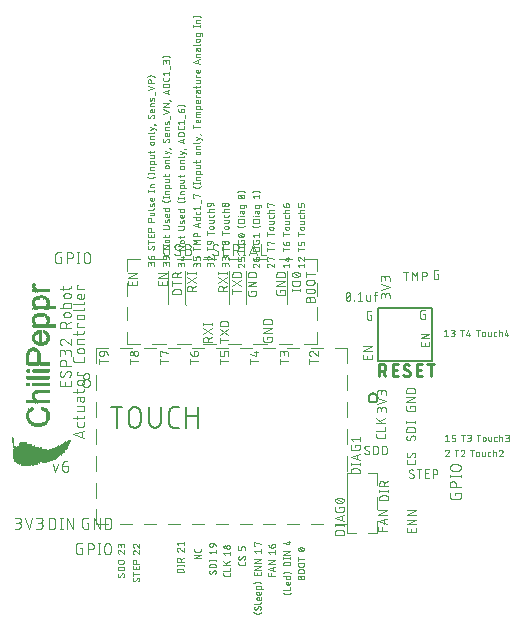
<source format=gbr>
G04 EAGLE Gerber RS-274X export*
G75*
%MOMM*%
%FSLAX34Y34*%
%LPD*%
%INSilkscreen Top*%
%IPPOS*%
%AMOC8*
5,1,8,0,0,1.08239X$1,22.5*%
G01*
%ADD10C,0.076200*%
%ADD11R,0.063500X0.190500*%
%ADD12R,0.063500X0.381000*%
%ADD13R,0.063500X0.508000*%
%ADD14R,0.063500X0.571500*%
%ADD15R,0.063500X0.698500*%
%ADD16R,0.063500X0.762000*%
%ADD17R,0.063500X0.825500*%
%ADD18R,0.063500X0.889000*%
%ADD19R,0.063500X0.952500*%
%ADD20R,0.063500X0.317500*%
%ADD21R,0.063500X0.254000*%
%ADD22R,0.063500X1.016000*%
%ADD23R,0.063500X1.079500*%
%ADD24R,0.063500X0.635000*%
%ADD25R,0.063500X0.444500*%
%ADD26R,0.063500X1.143000*%
%ADD27R,0.063500X1.270000*%
%ADD28R,0.063500X1.206500*%
%ADD29R,0.063500X1.333500*%
%ADD30R,0.063500X1.397000*%
%ADD31R,0.063500X1.460500*%
%ADD32R,0.063500X1.587500*%
%ADD33R,0.063500X0.127000*%
%ADD34R,0.063500X1.651000*%
%ADD35R,0.063500X1.714500*%
%ADD36R,0.063500X1.778000*%
%ADD37R,0.063500X1.841500*%
%ADD38R,0.063500X1.905000*%
%ADD39R,0.063500X1.968500*%
%ADD40R,0.063500X2.032000*%
%ADD41R,0.063500X1.524000*%
%ADD42C,0.050800*%
%ADD43C,0.127000*%
%ADD44C,0.101600*%
%ADD45C,0.152400*%
%ADD46C,0.228600*%


D10*
X327279Y201041D02*
X327279Y203087D01*
X327277Y203176D01*
X327271Y203265D01*
X327261Y203354D01*
X327248Y203442D01*
X327231Y203530D01*
X327209Y203617D01*
X327184Y203702D01*
X327156Y203787D01*
X327123Y203870D01*
X327087Y203952D01*
X327048Y204032D01*
X327005Y204110D01*
X326959Y204186D01*
X326909Y204261D01*
X326856Y204333D01*
X326800Y204402D01*
X326741Y204469D01*
X326680Y204534D01*
X326615Y204595D01*
X326548Y204654D01*
X326479Y204710D01*
X326407Y204763D01*
X326332Y204813D01*
X326256Y204859D01*
X326178Y204902D01*
X326098Y204941D01*
X326016Y204977D01*
X325933Y205010D01*
X325848Y205038D01*
X325763Y205063D01*
X325676Y205085D01*
X325588Y205102D01*
X325500Y205115D01*
X325411Y205125D01*
X325322Y205131D01*
X325233Y205133D01*
X325144Y205131D01*
X325055Y205125D01*
X324966Y205115D01*
X324878Y205102D01*
X324790Y205085D01*
X324703Y205063D01*
X324618Y205038D01*
X324533Y205010D01*
X324450Y204977D01*
X324368Y204941D01*
X324288Y204902D01*
X324210Y204859D01*
X324134Y204813D01*
X324059Y204763D01*
X323987Y204710D01*
X323918Y204654D01*
X323851Y204595D01*
X323786Y204534D01*
X323725Y204469D01*
X323666Y204402D01*
X323610Y204333D01*
X323557Y204261D01*
X323507Y204186D01*
X323461Y204110D01*
X323418Y204032D01*
X323379Y203952D01*
X323343Y203870D01*
X323310Y203787D01*
X323282Y203702D01*
X323257Y203617D01*
X323235Y203530D01*
X323218Y203442D01*
X323205Y203354D01*
X323195Y203265D01*
X323189Y203176D01*
X323187Y203087D01*
X319913Y203496D02*
X319913Y201041D01*
X319913Y203496D02*
X319915Y203575D01*
X319921Y203654D01*
X319930Y203733D01*
X319943Y203811D01*
X319961Y203888D01*
X319981Y203964D01*
X320006Y204039D01*
X320034Y204113D01*
X320065Y204186D01*
X320101Y204257D01*
X320139Y204326D01*
X320181Y204393D01*
X320226Y204458D01*
X320274Y204521D01*
X320325Y204582D01*
X320379Y204639D01*
X320435Y204695D01*
X320494Y204747D01*
X320556Y204797D01*
X320620Y204843D01*
X320686Y204887D01*
X320754Y204927D01*
X320824Y204963D01*
X320896Y204997D01*
X320970Y205027D01*
X321044Y205053D01*
X321120Y205076D01*
X321197Y205094D01*
X321274Y205110D01*
X321353Y205121D01*
X321431Y205129D01*
X321510Y205133D01*
X321590Y205133D01*
X321669Y205129D01*
X321747Y205121D01*
X321826Y205110D01*
X321903Y205094D01*
X321980Y205076D01*
X322056Y205053D01*
X322130Y205027D01*
X322204Y204997D01*
X322276Y204963D01*
X322346Y204927D01*
X322414Y204887D01*
X322480Y204843D01*
X322544Y204797D01*
X322606Y204747D01*
X322665Y204695D01*
X322721Y204639D01*
X322775Y204582D01*
X322826Y204521D01*
X322874Y204458D01*
X322919Y204393D01*
X322961Y204326D01*
X322999Y204257D01*
X323035Y204186D01*
X323066Y204113D01*
X323094Y204039D01*
X323119Y203964D01*
X323139Y203888D01*
X323157Y203811D01*
X323170Y203733D01*
X323179Y203654D01*
X323185Y203575D01*
X323187Y203496D01*
X323187Y201859D01*
X319913Y207947D02*
X327279Y210402D01*
X319913Y212858D01*
X327279Y215671D02*
X327279Y217717D01*
X327277Y217806D01*
X327271Y217895D01*
X327261Y217984D01*
X327248Y218072D01*
X327231Y218160D01*
X327209Y218247D01*
X327184Y218332D01*
X327156Y218417D01*
X327123Y218500D01*
X327087Y218582D01*
X327048Y218662D01*
X327005Y218740D01*
X326959Y218816D01*
X326909Y218891D01*
X326856Y218963D01*
X326800Y219032D01*
X326741Y219099D01*
X326680Y219164D01*
X326615Y219225D01*
X326548Y219284D01*
X326479Y219340D01*
X326407Y219393D01*
X326332Y219443D01*
X326256Y219489D01*
X326178Y219532D01*
X326098Y219571D01*
X326016Y219607D01*
X325933Y219640D01*
X325848Y219668D01*
X325763Y219693D01*
X325676Y219715D01*
X325588Y219732D01*
X325500Y219745D01*
X325411Y219755D01*
X325322Y219761D01*
X325233Y219763D01*
X325144Y219761D01*
X325055Y219755D01*
X324966Y219745D01*
X324878Y219732D01*
X324790Y219715D01*
X324703Y219693D01*
X324618Y219668D01*
X324533Y219640D01*
X324450Y219607D01*
X324368Y219571D01*
X324288Y219532D01*
X324210Y219489D01*
X324134Y219443D01*
X324059Y219393D01*
X323987Y219340D01*
X323918Y219284D01*
X323851Y219225D01*
X323786Y219164D01*
X323725Y219099D01*
X323666Y219032D01*
X323610Y218963D01*
X323557Y218891D01*
X323507Y218816D01*
X323461Y218740D01*
X323418Y218662D01*
X323379Y218582D01*
X323343Y218500D01*
X323310Y218417D01*
X323282Y218332D01*
X323257Y218247D01*
X323235Y218160D01*
X323218Y218072D01*
X323205Y217984D01*
X323195Y217895D01*
X323189Y217806D01*
X323187Y217717D01*
X319913Y218127D02*
X319913Y215671D01*
X319913Y218127D02*
X319915Y218206D01*
X319921Y218285D01*
X319930Y218364D01*
X319943Y218442D01*
X319961Y218519D01*
X319981Y218595D01*
X320006Y218670D01*
X320034Y218744D01*
X320065Y218817D01*
X320101Y218888D01*
X320139Y218957D01*
X320181Y219024D01*
X320226Y219089D01*
X320274Y219152D01*
X320325Y219213D01*
X320379Y219270D01*
X320435Y219326D01*
X320494Y219378D01*
X320556Y219428D01*
X320620Y219474D01*
X320686Y219518D01*
X320754Y219558D01*
X320824Y219594D01*
X320896Y219628D01*
X320970Y219658D01*
X321044Y219684D01*
X321120Y219707D01*
X321197Y219725D01*
X321274Y219741D01*
X321353Y219752D01*
X321431Y219760D01*
X321510Y219764D01*
X321590Y219764D01*
X321669Y219760D01*
X321747Y219752D01*
X321826Y219741D01*
X321903Y219725D01*
X321980Y219707D01*
X322056Y219684D01*
X322130Y219658D01*
X322204Y219628D01*
X322276Y219594D01*
X322346Y219558D01*
X322414Y219518D01*
X322480Y219474D01*
X322544Y219428D01*
X322606Y219378D01*
X322665Y219326D01*
X322721Y219270D01*
X322775Y219213D01*
X322826Y219152D01*
X322874Y219089D01*
X322919Y219024D01*
X322961Y218957D01*
X322999Y218888D01*
X323035Y218817D01*
X323066Y218744D01*
X323094Y218670D01*
X323119Y218595D01*
X323139Y218519D01*
X323157Y218442D01*
X323170Y218364D01*
X323179Y218285D01*
X323185Y218206D01*
X323187Y218127D01*
X323187Y216490D01*
X340882Y215900D02*
X340882Y223266D01*
X338836Y223266D02*
X342928Y223266D01*
X345986Y223266D02*
X345986Y215900D01*
X348441Y219174D02*
X345986Y223266D01*
X348441Y219174D02*
X350896Y223266D01*
X350896Y215900D01*
X354803Y215900D02*
X354803Y223266D01*
X356849Y223266D01*
X356938Y223264D01*
X357027Y223258D01*
X357116Y223248D01*
X357204Y223235D01*
X357292Y223218D01*
X357379Y223196D01*
X357464Y223171D01*
X357549Y223143D01*
X357632Y223110D01*
X357714Y223074D01*
X357794Y223035D01*
X357872Y222992D01*
X357948Y222946D01*
X358023Y222896D01*
X358095Y222843D01*
X358164Y222787D01*
X358231Y222728D01*
X358296Y222667D01*
X358357Y222602D01*
X358416Y222535D01*
X358472Y222466D01*
X358525Y222394D01*
X358575Y222319D01*
X358621Y222243D01*
X358664Y222165D01*
X358703Y222085D01*
X358739Y222003D01*
X358772Y221920D01*
X358800Y221835D01*
X358825Y221750D01*
X358847Y221663D01*
X358864Y221575D01*
X358877Y221487D01*
X358887Y221398D01*
X358893Y221309D01*
X358895Y221220D01*
X358893Y221131D01*
X358887Y221042D01*
X358877Y220953D01*
X358864Y220865D01*
X358847Y220777D01*
X358825Y220690D01*
X358800Y220605D01*
X358772Y220520D01*
X358739Y220437D01*
X358703Y220355D01*
X358664Y220275D01*
X358621Y220197D01*
X358575Y220121D01*
X358525Y220046D01*
X358472Y219974D01*
X358416Y219905D01*
X358357Y219838D01*
X358296Y219773D01*
X358231Y219712D01*
X358164Y219653D01*
X358095Y219597D01*
X358023Y219544D01*
X357948Y219494D01*
X357872Y219448D01*
X357794Y219405D01*
X357714Y219366D01*
X357632Y219330D01*
X357549Y219297D01*
X357464Y219269D01*
X357379Y219244D01*
X357292Y219222D01*
X357204Y219205D01*
X357116Y219192D01*
X357027Y219182D01*
X356938Y219176D01*
X356849Y219174D01*
X354803Y219174D01*
X367326Y221135D02*
X368554Y221135D01*
X368554Y217043D01*
X366099Y217043D01*
X366021Y217045D01*
X365943Y217050D01*
X365866Y217060D01*
X365789Y217073D01*
X365713Y217089D01*
X365638Y217109D01*
X365564Y217133D01*
X365491Y217160D01*
X365419Y217191D01*
X365349Y217225D01*
X365281Y217262D01*
X365214Y217303D01*
X365149Y217347D01*
X365087Y217393D01*
X365027Y217443D01*
X364969Y217495D01*
X364914Y217550D01*
X364862Y217608D01*
X364812Y217668D01*
X364766Y217730D01*
X364722Y217795D01*
X364681Y217862D01*
X364644Y217930D01*
X364610Y218000D01*
X364579Y218072D01*
X364552Y218145D01*
X364528Y218219D01*
X364508Y218294D01*
X364492Y218370D01*
X364479Y218447D01*
X364469Y218524D01*
X364464Y218602D01*
X364462Y218680D01*
X364462Y222772D01*
X364464Y222852D01*
X364470Y222932D01*
X364480Y223012D01*
X364493Y223091D01*
X364511Y223170D01*
X364532Y223247D01*
X364558Y223323D01*
X364587Y223398D01*
X364619Y223472D01*
X364655Y223544D01*
X364695Y223614D01*
X364738Y223681D01*
X364784Y223747D01*
X364834Y223810D01*
X364886Y223871D01*
X364941Y223930D01*
X365000Y223985D01*
X365060Y224037D01*
X365124Y224087D01*
X365190Y224133D01*
X365257Y224176D01*
X365327Y224216D01*
X365399Y224252D01*
X365473Y224284D01*
X365547Y224313D01*
X365624Y224339D01*
X365701Y224360D01*
X365780Y224378D01*
X365859Y224391D01*
X365939Y224401D01*
X366019Y224407D01*
X366099Y224409D01*
X368554Y224409D01*
X290555Y204844D02*
X290489Y204705D01*
X290428Y204566D01*
X290369Y204424D01*
X290315Y204281D01*
X290264Y204137D01*
X290216Y203992D01*
X290173Y203845D01*
X290133Y203697D01*
X290096Y203549D01*
X290064Y203399D01*
X290035Y203249D01*
X290010Y203098D01*
X289989Y202947D01*
X289972Y202795D01*
X289958Y202642D01*
X289949Y202490D01*
X289943Y202337D01*
X289941Y202184D01*
X290555Y204844D02*
X290581Y204914D01*
X290611Y204984D01*
X290644Y205051D01*
X290680Y205117D01*
X290719Y205181D01*
X290762Y205243D01*
X290808Y205302D01*
X290856Y205360D01*
X290907Y205414D01*
X290961Y205467D01*
X291018Y205516D01*
X291077Y205563D01*
X291138Y205606D01*
X291201Y205647D01*
X291266Y205684D01*
X291333Y205719D01*
X291402Y205749D01*
X291472Y205777D01*
X291543Y205800D01*
X291615Y205821D01*
X291688Y205837D01*
X291762Y205850D01*
X291837Y205860D01*
X291912Y205865D01*
X291987Y205867D01*
X292062Y205865D01*
X292137Y205860D01*
X292212Y205850D01*
X292286Y205837D01*
X292359Y205821D01*
X292431Y205800D01*
X292502Y205777D01*
X292572Y205749D01*
X292641Y205719D01*
X292708Y205684D01*
X292773Y205647D01*
X292836Y205606D01*
X292897Y205563D01*
X292956Y205516D01*
X293013Y205467D01*
X293067Y205414D01*
X293118Y205360D01*
X293167Y205302D01*
X293212Y205243D01*
X293255Y205181D01*
X293294Y205117D01*
X293331Y205051D01*
X293363Y204983D01*
X293393Y204914D01*
X293419Y204844D01*
X293484Y204706D01*
X293546Y204566D01*
X293604Y204424D01*
X293659Y204281D01*
X293710Y204137D01*
X293758Y203992D01*
X293801Y203845D01*
X293841Y203698D01*
X293878Y203549D01*
X293910Y203399D01*
X293939Y203249D01*
X293964Y203098D01*
X293985Y202947D01*
X294002Y202795D01*
X294016Y202642D01*
X294025Y202490D01*
X294031Y202337D01*
X294033Y202184D01*
X289941Y202184D02*
X289943Y202031D01*
X289949Y201878D01*
X289958Y201725D01*
X289972Y201573D01*
X289989Y201421D01*
X290010Y201270D01*
X290035Y201119D01*
X290064Y200968D01*
X290096Y200819D01*
X290133Y200670D01*
X290173Y200523D01*
X290216Y200376D01*
X290264Y200231D01*
X290315Y200086D01*
X290370Y199944D01*
X290428Y199802D01*
X290490Y199662D01*
X290555Y199524D01*
X290581Y199453D01*
X290611Y199384D01*
X290644Y199317D01*
X290680Y199251D01*
X290719Y199187D01*
X290762Y199125D01*
X290808Y199066D01*
X290856Y199008D01*
X290907Y198954D01*
X290961Y198901D01*
X291018Y198852D01*
X291077Y198805D01*
X291138Y198762D01*
X291201Y198721D01*
X291266Y198684D01*
X291333Y198649D01*
X291402Y198619D01*
X291472Y198591D01*
X291543Y198568D01*
X291615Y198547D01*
X291688Y198531D01*
X291762Y198518D01*
X291837Y198508D01*
X291912Y198503D01*
X291987Y198501D01*
X293419Y199524D02*
X293484Y199662D01*
X293546Y199802D01*
X293604Y199944D01*
X293659Y200087D01*
X293710Y200231D01*
X293758Y200376D01*
X293801Y200523D01*
X293841Y200671D01*
X293878Y200819D01*
X293910Y200969D01*
X293939Y201119D01*
X293964Y201270D01*
X293985Y201421D01*
X294002Y201573D01*
X294016Y201726D01*
X294025Y201878D01*
X294031Y202031D01*
X294033Y202184D01*
X293419Y199524D02*
X293393Y199454D01*
X293363Y199384D01*
X293331Y199317D01*
X293294Y199251D01*
X293255Y199187D01*
X293212Y199125D01*
X293166Y199066D01*
X293118Y199008D01*
X293067Y198954D01*
X293013Y198901D01*
X292956Y198852D01*
X292897Y198805D01*
X292836Y198762D01*
X292773Y198721D01*
X292708Y198684D01*
X292641Y198649D01*
X292572Y198619D01*
X292502Y198591D01*
X292431Y198568D01*
X292359Y198547D01*
X292286Y198531D01*
X292212Y198518D01*
X292137Y198508D01*
X292062Y198503D01*
X291987Y198501D01*
X290350Y200138D02*
X293624Y204230D01*
X296903Y198910D02*
X296903Y198501D01*
X296903Y198910D02*
X297312Y198910D01*
X297312Y198501D01*
X296903Y198501D01*
X300182Y204230D02*
X302228Y205867D01*
X302228Y198501D01*
X300182Y198501D02*
X304274Y198501D01*
X307663Y199729D02*
X307663Y203412D01*
X307663Y199729D02*
X307665Y199660D01*
X307671Y199592D01*
X307680Y199523D01*
X307694Y199456D01*
X307711Y199389D01*
X307732Y199323D01*
X307756Y199259D01*
X307785Y199196D01*
X307816Y199135D01*
X307851Y199076D01*
X307889Y199018D01*
X307931Y198963D01*
X307975Y198911D01*
X308023Y198861D01*
X308073Y198813D01*
X308125Y198769D01*
X308180Y198727D01*
X308238Y198689D01*
X308297Y198654D01*
X308358Y198623D01*
X308421Y198594D01*
X308485Y198570D01*
X308551Y198549D01*
X308618Y198532D01*
X308685Y198518D01*
X308754Y198509D01*
X308822Y198503D01*
X308891Y198501D01*
X310937Y198501D01*
X310937Y203412D01*
X314640Y204639D02*
X314640Y198501D01*
X314640Y204639D02*
X314642Y204708D01*
X314648Y204776D01*
X314657Y204845D01*
X314671Y204912D01*
X314688Y204979D01*
X314709Y205045D01*
X314733Y205109D01*
X314762Y205172D01*
X314793Y205233D01*
X314828Y205292D01*
X314866Y205350D01*
X314908Y205405D01*
X314952Y205457D01*
X315000Y205507D01*
X315050Y205555D01*
X315102Y205599D01*
X315157Y205640D01*
X315215Y205679D01*
X315274Y205714D01*
X315335Y205745D01*
X315398Y205774D01*
X315462Y205798D01*
X315528Y205819D01*
X315595Y205836D01*
X315662Y205850D01*
X315730Y205859D01*
X315799Y205865D01*
X315868Y205867D01*
X316277Y205867D01*
X316277Y203412D02*
X313822Y203412D01*
D11*
X57150Y80010D03*
D12*
X56515Y79058D03*
D13*
X55880Y77788D03*
D14*
X55245Y76835D03*
D15*
X54610Y76200D03*
X53975Y75565D03*
D16*
X53340Y75248D03*
X52705Y74613D03*
D17*
X52070Y74295D03*
X51435Y73660D03*
D18*
X50800Y73343D03*
X50165Y72708D03*
D19*
X49530Y72390D03*
D18*
X48895Y72073D03*
X48260Y71438D03*
D19*
X47625Y71120D03*
D18*
X46990Y70803D03*
D19*
X46355Y70485D03*
X45720Y69850D03*
X45085Y69850D03*
X44450Y69215D03*
D20*
X44450Y177165D03*
D21*
X44450Y192088D03*
D19*
X43815Y69215D03*
D20*
X43815Y177165D03*
D21*
X43815Y192088D03*
D19*
X43180Y68580D03*
D20*
X43180Y177165D03*
D21*
X43180Y192088D03*
D19*
X42545Y68580D03*
D20*
X42545Y177165D03*
D21*
X42545Y192088D03*
D19*
X41910Y67945D03*
D20*
X41910Y177165D03*
D21*
X41910Y192088D03*
D19*
X41275Y67945D03*
D20*
X41275Y177165D03*
D21*
X41275Y192088D03*
D22*
X40640Y67628D03*
D20*
X40640Y177165D03*
D21*
X40640Y192088D03*
D22*
X40005Y67628D03*
D20*
X40005Y177165D03*
D21*
X40005Y192088D03*
D23*
X39370Y67310D03*
D24*
X39370Y100648D03*
D21*
X39370Y112713D03*
X39370Y121603D03*
X39370Y127318D03*
X39370Y133033D03*
X39370Y139383D03*
D20*
X39370Y145415D03*
D14*
X39370Y167005D03*
D20*
X39370Y177165D03*
D25*
X39370Y182245D03*
D21*
X39370Y192088D03*
D25*
X39370Y196850D03*
D21*
X39370Y206693D03*
D23*
X38735Y67310D03*
D18*
X38735Y100648D03*
D21*
X38735Y112713D03*
X38735Y121603D03*
X38735Y127318D03*
D20*
X38735Y133350D03*
X38735Y139065D03*
X38735Y145415D03*
D16*
X38735Y167323D03*
D22*
X38735Y180658D03*
D19*
X38735Y195580D03*
D21*
X38735Y206693D03*
D23*
X38100Y67310D03*
D26*
X38100Y100648D03*
D21*
X38100Y112713D03*
X38100Y121603D03*
X38100Y127318D03*
D20*
X38100Y133350D03*
X38100Y139065D03*
X38100Y145415D03*
D19*
X38100Y167005D03*
D23*
X38100Y180975D03*
D22*
X38100Y195898D03*
D21*
X38100Y206693D03*
D23*
X37465Y67310D03*
D27*
X37465Y100648D03*
D21*
X37465Y112713D03*
X37465Y121603D03*
X37465Y127318D03*
D20*
X37465Y133350D03*
X37465Y139065D03*
X37465Y145415D03*
D13*
X37465Y164148D03*
D25*
X37465Y170180D03*
D14*
X37465Y178435D03*
D13*
X37465Y184468D03*
X37465Y193358D03*
D25*
X37465Y199390D03*
D21*
X37465Y206693D03*
D26*
X36830Y66993D03*
D25*
X36830Y95885D03*
X36830Y105410D03*
D21*
X36830Y112713D03*
X36830Y121603D03*
X36830Y127318D03*
D20*
X36830Y133350D03*
X36830Y139065D03*
X36830Y145415D03*
X36830Y163195D03*
D12*
X36830Y171133D03*
D25*
X36830Y177800D03*
D20*
X36830Y185420D03*
D12*
X36830Y192723D03*
X36830Y200343D03*
D21*
X36830Y206693D03*
D28*
X36195Y67310D03*
D20*
X36195Y95250D03*
D12*
X36195Y105728D03*
D21*
X36195Y112713D03*
X36195Y121603D03*
X36195Y127318D03*
D20*
X36195Y133350D03*
X36195Y139065D03*
X36195Y145415D03*
X36195Y162560D03*
X36195Y171450D03*
D12*
X36195Y177483D03*
D20*
X36195Y186055D03*
X36195Y192405D03*
X36195Y200660D03*
D21*
X36195Y206693D03*
D28*
X35560Y67310D03*
D20*
X35560Y94615D03*
D12*
X35560Y106363D03*
D21*
X35560Y112713D03*
X35560Y121603D03*
X35560Y127318D03*
D20*
X35560Y133350D03*
X35560Y139065D03*
X35560Y145415D03*
X35560Y162560D03*
X35560Y172085D03*
X35560Y177165D03*
D21*
X35560Y186373D03*
D20*
X35560Y192405D03*
D21*
X35560Y200978D03*
X35560Y206693D03*
D28*
X34925Y67310D03*
D20*
X34925Y94615D03*
X34925Y106680D03*
D21*
X34925Y112713D03*
X34925Y121603D03*
X34925Y127318D03*
D20*
X34925Y133350D03*
X34925Y139065D03*
X34925Y145415D03*
X34925Y161925D03*
D21*
X34925Y171768D03*
D20*
X34925Y177165D03*
X34925Y186690D03*
D21*
X34925Y192088D03*
D20*
X34925Y201295D03*
D21*
X34925Y206693D03*
D28*
X34290Y67310D03*
D20*
X34290Y93980D03*
X34290Y107315D03*
D21*
X34290Y112713D03*
X34290Y121603D03*
X34290Y127318D03*
D20*
X34290Y133350D03*
X34290Y139065D03*
X34290Y145415D03*
X34290Y161925D03*
X34290Y177165D03*
X34290Y186690D03*
D21*
X34290Y192088D03*
D20*
X34290Y201295D03*
D21*
X34290Y206693D03*
D28*
X33655Y67310D03*
D20*
X33655Y93980D03*
X33655Y107315D03*
D21*
X33655Y112713D03*
X33655Y121603D03*
X33655Y127318D03*
D20*
X33655Y133350D03*
X33655Y139065D03*
X33655Y145415D03*
X33655Y161925D03*
X33655Y177165D03*
X33655Y186690D03*
D21*
X33655Y192088D03*
X33655Y201613D03*
X33655Y206693D03*
D27*
X33020Y67628D03*
D20*
X33020Y93345D03*
D21*
X33020Y106998D03*
X33020Y112713D03*
X33020Y121603D03*
X33020Y127318D03*
D20*
X33020Y133350D03*
X33020Y139065D03*
X33020Y145415D03*
D29*
X33020Y167005D03*
D20*
X33020Y177165D03*
X33020Y186690D03*
D21*
X33020Y192088D03*
X33020Y201613D03*
X33020Y206693D03*
D27*
X32385Y67628D03*
D20*
X32385Y93345D03*
D21*
X32385Y112713D03*
X32385Y121603D03*
X32385Y127318D03*
D20*
X32385Y133350D03*
X32385Y139065D03*
X32385Y145415D03*
D29*
X32385Y167005D03*
D20*
X32385Y177165D03*
X32385Y186690D03*
D21*
X32385Y192088D03*
X32385Y201613D03*
X32385Y206693D03*
D27*
X31750Y67628D03*
D20*
X31750Y93345D03*
D21*
X31750Y112713D03*
X31750Y121603D03*
X31750Y127318D03*
D20*
X31750Y133350D03*
X31750Y139065D03*
D22*
X31750Y148908D03*
D29*
X31750Y167005D03*
D20*
X31750Y177165D03*
X31750Y186690D03*
D21*
X31750Y192088D03*
X31750Y201613D03*
X31750Y206693D03*
D29*
X31115Y67310D03*
D20*
X31115Y93345D03*
D21*
X31115Y112713D03*
X31115Y121603D03*
X31115Y127318D03*
D20*
X31115Y133350D03*
X31115Y139065D03*
D28*
X31115Y149860D03*
D29*
X31115Y167005D03*
D20*
X31115Y177165D03*
X31115Y186690D03*
D21*
X31115Y192088D03*
D20*
X31115Y201295D03*
D21*
X31115Y206693D03*
D30*
X30480Y67628D03*
D20*
X30480Y93345D03*
D21*
X30480Y112713D03*
X30480Y121603D03*
X30480Y127318D03*
D20*
X30480Y133350D03*
X30480Y139065D03*
D29*
X30480Y150495D03*
D20*
X30480Y161925D03*
X30480Y172085D03*
X30480Y177165D03*
X30480Y186690D03*
D21*
X30480Y192088D03*
D20*
X30480Y201295D03*
D21*
X30480Y206693D03*
D30*
X29845Y67628D03*
D20*
X29845Y93345D03*
X29845Y113030D03*
D21*
X29845Y121603D03*
X29845Y127318D03*
D20*
X29845Y133350D03*
X29845Y139065D03*
D30*
X29845Y150813D03*
D21*
X29845Y162243D03*
X29845Y171768D03*
D20*
X29845Y177165D03*
X29845Y186690D03*
D21*
X29845Y192088D03*
D20*
X29845Y201295D03*
X29845Y207010D03*
D31*
X29210Y67310D03*
D20*
X29210Y93345D03*
X29210Y113030D03*
X29210Y121285D03*
D21*
X29210Y127318D03*
D20*
X29210Y133350D03*
X29210Y139065D03*
X29210Y145415D03*
D13*
X29210Y155258D03*
D20*
X29210Y162560D03*
X29210Y171450D03*
D12*
X29210Y177483D03*
D21*
X29210Y186373D03*
D20*
X29210Y192405D03*
D21*
X29210Y200978D03*
D20*
X29210Y207010D03*
D31*
X28575Y67310D03*
D20*
X28575Y93345D03*
D12*
X28575Y113348D03*
D20*
X28575Y121285D03*
D21*
X28575Y127318D03*
D20*
X28575Y133350D03*
X28575Y139065D03*
X28575Y145415D03*
D12*
X28575Y156528D03*
D20*
X28575Y162560D03*
X28575Y171450D03*
D12*
X28575Y177483D03*
D20*
X28575Y186055D03*
D12*
X28575Y192723D03*
D20*
X28575Y200660D03*
D12*
X28575Y207328D03*
D32*
X27940Y67310D03*
D20*
X27940Y93345D03*
D25*
X27940Y113665D03*
D12*
X27940Y120968D03*
D21*
X27940Y127318D03*
D20*
X27940Y133350D03*
X27940Y139065D03*
X27940Y145415D03*
X27940Y156845D03*
D12*
X27940Y163513D03*
D20*
X27940Y170815D03*
D25*
X27940Y177800D03*
D20*
X27940Y185420D03*
D25*
X27940Y193040D03*
D12*
X27940Y200343D03*
D25*
X27940Y207645D03*
D33*
X27940Y211773D03*
D32*
X27305Y67310D03*
D20*
X27305Y93345D03*
D23*
X27305Y116840D03*
D21*
X27305Y127318D03*
D20*
X27305Y133350D03*
X27305Y139065D03*
X27305Y145415D03*
X27305Y156845D03*
D19*
X27305Y167005D03*
D14*
X27305Y178435D03*
D25*
X27305Y184785D03*
D14*
X27305Y193675D03*
D25*
X27305Y199390D03*
D16*
X27305Y209233D03*
D34*
X26670Y67628D03*
D20*
X26670Y93345D03*
D23*
X26670Y116840D03*
D21*
X26670Y127318D03*
D20*
X26670Y133350D03*
X26670Y139065D03*
X26670Y145415D03*
X26670Y157480D03*
D18*
X26670Y167323D03*
D23*
X26670Y180975D03*
D22*
X26670Y195898D03*
D16*
X26670Y209233D03*
D35*
X26035Y67310D03*
D20*
X26035Y93980D03*
D11*
X26035Y106680D03*
D21*
X26035Y112713D03*
D15*
X26035Y118110D03*
D21*
X26035Y127318D03*
D20*
X26035Y133350D03*
X26035Y139065D03*
X26035Y145415D03*
X26035Y157480D03*
D15*
X26035Y167005D03*
D20*
X26035Y177165D03*
D24*
X26035Y182563D03*
D21*
X26035Y192088D03*
D24*
X26035Y197168D03*
D21*
X26035Y206693D03*
D25*
X26035Y210820D03*
D35*
X25400Y67310D03*
D20*
X25400Y93980D03*
X25400Y106680D03*
D21*
X25400Y112713D03*
D25*
X25400Y118110D03*
D21*
X25400Y127318D03*
D20*
X25400Y133350D03*
D11*
X25400Y139065D03*
D20*
X25400Y145415D03*
X25400Y157480D03*
D25*
X25400Y167005D03*
D11*
X25400Y177165D03*
D25*
X25400Y182245D03*
D11*
X25400Y191770D03*
D25*
X25400Y196850D03*
D21*
X25400Y206693D03*
D20*
X25400Y210820D03*
D36*
X24765Y67628D03*
D20*
X24765Y94615D03*
X24765Y106680D03*
D21*
X24765Y112713D03*
D20*
X24765Y133350D03*
X24765Y145415D03*
X24765Y156845D03*
D36*
X24130Y67628D03*
D12*
X24130Y94933D03*
X24130Y106363D03*
D21*
X24130Y112713D03*
D20*
X24130Y133350D03*
X24130Y145415D03*
X24130Y156845D03*
D37*
X23495Y67945D03*
D12*
X23495Y95568D03*
X23495Y105728D03*
D21*
X23495Y112713D03*
D20*
X23495Y133350D03*
X23495Y145415D03*
D12*
X23495Y156528D03*
D38*
X22860Y67628D03*
D25*
X22860Y96520D03*
D12*
X22860Y105093D03*
D21*
X22860Y112713D03*
X22860Y127318D03*
D20*
X22860Y133350D03*
X22860Y139065D03*
X22860Y145415D03*
D13*
X22860Y155258D03*
D37*
X22225Y67945D03*
D27*
X22225Y100648D03*
D21*
X22225Y112713D03*
X22225Y127318D03*
D20*
X22225Y133350D03*
X22225Y139065D03*
D30*
X22225Y150813D03*
D38*
X21590Y68263D03*
D23*
X21590Y100965D03*
D21*
X21590Y112713D03*
X21590Y127318D03*
D20*
X21590Y133350D03*
X21590Y139065D03*
D29*
X21590Y150495D03*
D38*
X20955Y68263D03*
D18*
X20955Y100648D03*
D21*
X20955Y112713D03*
X20955Y127318D03*
D20*
X20955Y133350D03*
X20955Y139065D03*
D28*
X20955Y149860D03*
D39*
X20320Y68580D03*
D14*
X20320Y100965D03*
D21*
X20320Y112713D03*
X20320Y127318D03*
X20320Y133033D03*
D11*
X20320Y139065D03*
D23*
X20320Y149225D03*
D39*
X19685Y68580D03*
X19050Y68580D03*
X18415Y68580D03*
D40*
X17780Y68898D03*
D39*
X17145Y69215D03*
X16510Y69215D03*
X15875Y69215D03*
D38*
X15240Y69533D03*
D37*
X14605Y69215D03*
D35*
X13970Y69215D03*
D41*
X13335Y68263D03*
D31*
X12700Y67945D03*
D30*
X12065Y68263D03*
X11430Y68263D03*
D29*
X10795Y68580D03*
X10160Y69215D03*
D17*
X9525Y68580D03*
D12*
X9525Y75883D03*
X8890Y66358D03*
D15*
X8890Y79375D03*
D13*
X8255Y80328D03*
D10*
X57404Y126746D02*
X57404Y130923D01*
X57404Y126746D02*
X48006Y126746D01*
X48006Y130923D01*
X52183Y129879D02*
X52183Y126746D01*
X57404Y137176D02*
X57402Y137265D01*
X57396Y137353D01*
X57387Y137441D01*
X57374Y137529D01*
X57357Y137616D01*
X57337Y137702D01*
X57312Y137787D01*
X57285Y137872D01*
X57253Y137955D01*
X57219Y138036D01*
X57180Y138116D01*
X57139Y138194D01*
X57094Y138271D01*
X57046Y138345D01*
X56995Y138418D01*
X56941Y138488D01*
X56883Y138555D01*
X56823Y138621D01*
X56761Y138683D01*
X56695Y138743D01*
X56628Y138801D01*
X56558Y138855D01*
X56485Y138906D01*
X56411Y138954D01*
X56334Y138999D01*
X56256Y139040D01*
X56176Y139079D01*
X56095Y139113D01*
X56012Y139145D01*
X55927Y139172D01*
X55842Y139197D01*
X55756Y139217D01*
X55669Y139234D01*
X55581Y139247D01*
X55493Y139256D01*
X55405Y139262D01*
X55316Y139264D01*
X57404Y137176D02*
X57402Y137047D01*
X57396Y136918D01*
X57387Y136789D01*
X57374Y136661D01*
X57357Y136533D01*
X57336Y136406D01*
X57312Y136279D01*
X57284Y136153D01*
X57252Y136028D01*
X57217Y135904D01*
X57178Y135781D01*
X57135Y135659D01*
X57089Y135539D01*
X57039Y135420D01*
X56986Y135302D01*
X56930Y135186D01*
X56870Y135072D01*
X56807Y134959D01*
X56740Y134849D01*
X56671Y134740D01*
X56598Y134634D01*
X56522Y134529D01*
X56443Y134427D01*
X56361Y134328D01*
X56277Y134230D01*
X56189Y134135D01*
X56099Y134043D01*
X50094Y134305D02*
X50005Y134307D01*
X49917Y134313D01*
X49829Y134322D01*
X49741Y134335D01*
X49654Y134352D01*
X49568Y134372D01*
X49483Y134397D01*
X49398Y134424D01*
X49315Y134456D01*
X49234Y134490D01*
X49154Y134529D01*
X49076Y134570D01*
X48999Y134615D01*
X48925Y134663D01*
X48852Y134714D01*
X48782Y134768D01*
X48715Y134826D01*
X48649Y134886D01*
X48587Y134948D01*
X48527Y135014D01*
X48469Y135081D01*
X48415Y135151D01*
X48364Y135224D01*
X48316Y135298D01*
X48271Y135375D01*
X48230Y135453D01*
X48191Y135533D01*
X48157Y135614D01*
X48125Y135697D01*
X48098Y135782D01*
X48073Y135867D01*
X48053Y135953D01*
X48036Y136040D01*
X48023Y136128D01*
X48014Y136216D01*
X48008Y136304D01*
X48006Y136393D01*
X48008Y136513D01*
X48013Y136633D01*
X48023Y136752D01*
X48035Y136872D01*
X48052Y136991D01*
X48072Y137109D01*
X48096Y137227D01*
X48123Y137343D01*
X48154Y137459D01*
X48188Y137574D01*
X48226Y137688D01*
X48268Y137801D01*
X48313Y137912D01*
X48361Y138022D01*
X48412Y138130D01*
X48467Y138237D01*
X48525Y138342D01*
X48587Y138445D01*
X48651Y138546D01*
X48719Y138646D01*
X48789Y138743D01*
X51921Y135349D02*
X51873Y135271D01*
X51821Y135195D01*
X51767Y135122D01*
X51709Y135051D01*
X51648Y134982D01*
X51584Y134916D01*
X51517Y134853D01*
X51448Y134793D01*
X51376Y134736D01*
X51302Y134682D01*
X51225Y134632D01*
X51146Y134584D01*
X51066Y134541D01*
X50983Y134500D01*
X50899Y134464D01*
X50814Y134431D01*
X50727Y134402D01*
X50638Y134376D01*
X50549Y134354D01*
X50459Y134337D01*
X50369Y134323D01*
X50277Y134313D01*
X50186Y134307D01*
X50094Y134305D01*
X53489Y138221D02*
X53537Y138299D01*
X53589Y138375D01*
X53643Y138448D01*
X53701Y138519D01*
X53762Y138588D01*
X53826Y138654D01*
X53893Y138717D01*
X53962Y138777D01*
X54034Y138834D01*
X54108Y138888D01*
X54185Y138938D01*
X54264Y138986D01*
X54344Y139029D01*
X54427Y139070D01*
X54511Y139106D01*
X54596Y139139D01*
X54683Y139168D01*
X54772Y139194D01*
X54861Y139216D01*
X54951Y139233D01*
X55041Y139247D01*
X55133Y139257D01*
X55224Y139263D01*
X55316Y139265D01*
X53488Y138221D02*
X51922Y135349D01*
X48006Y143319D02*
X57404Y143319D01*
X48006Y143319D02*
X48006Y145929D01*
X48008Y146030D01*
X48014Y146131D01*
X48024Y146232D01*
X48037Y146332D01*
X48055Y146432D01*
X48076Y146531D01*
X48102Y146629D01*
X48131Y146726D01*
X48163Y146822D01*
X48200Y146916D01*
X48240Y147009D01*
X48284Y147101D01*
X48331Y147190D01*
X48382Y147278D01*
X48436Y147364D01*
X48493Y147447D01*
X48553Y147529D01*
X48617Y147607D01*
X48683Y147684D01*
X48753Y147757D01*
X48825Y147828D01*
X48900Y147896D01*
X48978Y147961D01*
X49058Y148023D01*
X49140Y148082D01*
X49225Y148138D01*
X49312Y148190D01*
X49400Y148239D01*
X49491Y148285D01*
X49583Y148326D01*
X49677Y148365D01*
X49772Y148399D01*
X49868Y148430D01*
X49966Y148457D01*
X50064Y148481D01*
X50164Y148500D01*
X50264Y148516D01*
X50364Y148528D01*
X50465Y148536D01*
X50566Y148540D01*
X50668Y148540D01*
X50769Y148536D01*
X50870Y148528D01*
X50970Y148516D01*
X51070Y148500D01*
X51170Y148481D01*
X51268Y148457D01*
X51366Y148430D01*
X51462Y148399D01*
X51557Y148365D01*
X51651Y148326D01*
X51743Y148285D01*
X51834Y148239D01*
X51923Y148190D01*
X52009Y148138D01*
X52094Y148082D01*
X52176Y148023D01*
X52256Y147961D01*
X52334Y147896D01*
X52409Y147828D01*
X52481Y147757D01*
X52551Y147684D01*
X52617Y147607D01*
X52681Y147529D01*
X52741Y147447D01*
X52798Y147364D01*
X52852Y147278D01*
X52903Y147190D01*
X52950Y147101D01*
X52994Y147009D01*
X53034Y146916D01*
X53071Y146822D01*
X53103Y146726D01*
X53132Y146629D01*
X53158Y146531D01*
X53179Y146432D01*
X53197Y146332D01*
X53210Y146232D01*
X53220Y146131D01*
X53226Y146030D01*
X53228Y145929D01*
X53227Y145929D02*
X53227Y143319D01*
X57404Y152027D02*
X57404Y154637D01*
X57402Y154738D01*
X57396Y154839D01*
X57386Y154940D01*
X57373Y155040D01*
X57355Y155140D01*
X57334Y155239D01*
X57308Y155337D01*
X57279Y155434D01*
X57247Y155530D01*
X57210Y155624D01*
X57170Y155717D01*
X57126Y155809D01*
X57079Y155898D01*
X57028Y155986D01*
X56974Y156072D01*
X56917Y156155D01*
X56857Y156237D01*
X56793Y156315D01*
X56727Y156392D01*
X56657Y156465D01*
X56585Y156536D01*
X56510Y156604D01*
X56432Y156669D01*
X56352Y156731D01*
X56270Y156790D01*
X56185Y156846D01*
X56099Y156898D01*
X56010Y156947D01*
X55919Y156993D01*
X55827Y157034D01*
X55733Y157073D01*
X55638Y157107D01*
X55542Y157138D01*
X55444Y157165D01*
X55346Y157189D01*
X55246Y157208D01*
X55146Y157224D01*
X55046Y157236D01*
X54945Y157244D01*
X54844Y157248D01*
X54742Y157248D01*
X54641Y157244D01*
X54540Y157236D01*
X54440Y157224D01*
X54340Y157208D01*
X54240Y157189D01*
X54142Y157165D01*
X54044Y157138D01*
X53948Y157107D01*
X53853Y157073D01*
X53759Y157034D01*
X53667Y156993D01*
X53576Y156947D01*
X53488Y156898D01*
X53401Y156846D01*
X53316Y156790D01*
X53234Y156731D01*
X53154Y156669D01*
X53076Y156604D01*
X53001Y156536D01*
X52929Y156465D01*
X52859Y156392D01*
X52793Y156315D01*
X52729Y156237D01*
X52669Y156155D01*
X52612Y156072D01*
X52558Y155986D01*
X52507Y155898D01*
X52460Y155809D01*
X52416Y155717D01*
X52376Y155624D01*
X52339Y155530D01*
X52307Y155434D01*
X52278Y155337D01*
X52252Y155239D01*
X52231Y155140D01*
X52213Y155040D01*
X52200Y154940D01*
X52190Y154839D01*
X52184Y154738D01*
X52182Y154637D01*
X48006Y155159D02*
X48006Y152027D01*
X48006Y155159D02*
X48008Y155249D01*
X48014Y155338D01*
X48023Y155428D01*
X48037Y155517D01*
X48054Y155605D01*
X48075Y155692D01*
X48100Y155779D01*
X48129Y155864D01*
X48161Y155948D01*
X48196Y156030D01*
X48236Y156111D01*
X48278Y156190D01*
X48324Y156267D01*
X48374Y156342D01*
X48426Y156415D01*
X48482Y156486D01*
X48540Y156554D01*
X48602Y156619D01*
X48666Y156682D01*
X48733Y156742D01*
X48802Y156799D01*
X48874Y156853D01*
X48948Y156904D01*
X49024Y156952D01*
X49102Y156996D01*
X49182Y157037D01*
X49264Y157075D01*
X49347Y157109D01*
X49432Y157139D01*
X49518Y157166D01*
X49604Y157189D01*
X49692Y157208D01*
X49781Y157223D01*
X49870Y157235D01*
X49959Y157243D01*
X50049Y157247D01*
X50139Y157247D01*
X50229Y157243D01*
X50318Y157235D01*
X50407Y157223D01*
X50496Y157208D01*
X50584Y157189D01*
X50670Y157166D01*
X50756Y157139D01*
X50841Y157109D01*
X50924Y157075D01*
X51006Y157037D01*
X51086Y156996D01*
X51164Y156952D01*
X51240Y156904D01*
X51314Y156853D01*
X51386Y156799D01*
X51455Y156742D01*
X51522Y156682D01*
X51586Y156619D01*
X51648Y156554D01*
X51706Y156486D01*
X51762Y156415D01*
X51814Y156342D01*
X51864Y156267D01*
X51910Y156190D01*
X51952Y156111D01*
X51992Y156030D01*
X52027Y155948D01*
X52059Y155864D01*
X52088Y155779D01*
X52113Y155692D01*
X52134Y155605D01*
X52151Y155517D01*
X52165Y155428D01*
X52174Y155338D01*
X52180Y155249D01*
X52182Y155159D01*
X52183Y155159D02*
X52183Y153071D01*
X48006Y164042D02*
X48008Y164137D01*
X48014Y164231D01*
X48023Y164325D01*
X48036Y164419D01*
X48053Y164512D01*
X48074Y164604D01*
X48099Y164696D01*
X48127Y164786D01*
X48159Y164875D01*
X48194Y164963D01*
X48233Y165049D01*
X48275Y165134D01*
X48321Y165217D01*
X48370Y165298D01*
X48422Y165377D01*
X48477Y165454D01*
X48536Y165528D01*
X48597Y165600D01*
X48661Y165670D01*
X48728Y165737D01*
X48798Y165801D01*
X48870Y165862D01*
X48944Y165921D01*
X49021Y165976D01*
X49100Y166028D01*
X49181Y166077D01*
X49264Y166123D01*
X49349Y166165D01*
X49435Y166204D01*
X49523Y166239D01*
X49612Y166271D01*
X49702Y166299D01*
X49794Y166324D01*
X49886Y166345D01*
X49979Y166362D01*
X50073Y166375D01*
X50167Y166384D01*
X50261Y166390D01*
X50356Y166392D01*
X48006Y164042D02*
X48008Y163934D01*
X48014Y163825D01*
X48024Y163717D01*
X48037Y163610D01*
X48055Y163503D01*
X48076Y163396D01*
X48101Y163291D01*
X48130Y163186D01*
X48162Y163083D01*
X48199Y162981D01*
X48239Y162880D01*
X48282Y162781D01*
X48329Y162683D01*
X48380Y162587D01*
X48434Y162493D01*
X48491Y162401D01*
X48552Y162311D01*
X48616Y162223D01*
X48682Y162138D01*
X48752Y162055D01*
X48825Y161975D01*
X48901Y161897D01*
X48979Y161822D01*
X49060Y161750D01*
X49144Y161681D01*
X49230Y161615D01*
X49318Y161552D01*
X49409Y161493D01*
X49501Y161436D01*
X49596Y161383D01*
X49693Y161334D01*
X49791Y161288D01*
X49890Y161245D01*
X49992Y161206D01*
X50094Y161171D01*
X52184Y165609D02*
X52115Y165678D01*
X52044Y165744D01*
X51971Y165808D01*
X51895Y165869D01*
X51816Y165927D01*
X51736Y165981D01*
X51653Y166033D01*
X51569Y166081D01*
X51483Y166127D01*
X51395Y166168D01*
X51305Y166207D01*
X51214Y166242D01*
X51122Y166273D01*
X51029Y166301D01*
X50935Y166325D01*
X50840Y166345D01*
X50744Y166362D01*
X50647Y166375D01*
X50550Y166384D01*
X50453Y166390D01*
X50356Y166392D01*
X52183Y165609D02*
X57404Y161171D01*
X57404Y166392D01*
X57404Y175553D02*
X48006Y175553D01*
X48006Y178164D01*
X48008Y178265D01*
X48014Y178366D01*
X48024Y178467D01*
X48037Y178567D01*
X48055Y178667D01*
X48076Y178766D01*
X48102Y178864D01*
X48131Y178961D01*
X48163Y179057D01*
X48200Y179151D01*
X48240Y179244D01*
X48284Y179336D01*
X48331Y179425D01*
X48382Y179513D01*
X48436Y179599D01*
X48493Y179682D01*
X48553Y179764D01*
X48617Y179842D01*
X48683Y179919D01*
X48753Y179992D01*
X48825Y180063D01*
X48900Y180131D01*
X48978Y180196D01*
X49058Y180258D01*
X49140Y180317D01*
X49225Y180373D01*
X49312Y180425D01*
X49400Y180474D01*
X49491Y180520D01*
X49583Y180561D01*
X49677Y180600D01*
X49772Y180634D01*
X49868Y180665D01*
X49966Y180692D01*
X50064Y180716D01*
X50164Y180735D01*
X50264Y180751D01*
X50364Y180763D01*
X50465Y180771D01*
X50566Y180775D01*
X50668Y180775D01*
X50769Y180771D01*
X50870Y180763D01*
X50970Y180751D01*
X51070Y180735D01*
X51170Y180716D01*
X51268Y180692D01*
X51366Y180665D01*
X51462Y180634D01*
X51557Y180600D01*
X51651Y180561D01*
X51743Y180520D01*
X51834Y180474D01*
X51923Y180425D01*
X52009Y180373D01*
X52094Y180317D01*
X52176Y180258D01*
X52256Y180196D01*
X52334Y180131D01*
X52409Y180063D01*
X52481Y179992D01*
X52551Y179919D01*
X52617Y179842D01*
X52681Y179764D01*
X52741Y179682D01*
X52798Y179599D01*
X52852Y179513D01*
X52903Y179425D01*
X52950Y179336D01*
X52994Y179244D01*
X53034Y179151D01*
X53071Y179057D01*
X53103Y178961D01*
X53132Y178864D01*
X53158Y178766D01*
X53179Y178667D01*
X53197Y178567D01*
X53210Y178467D01*
X53220Y178366D01*
X53226Y178265D01*
X53228Y178164D01*
X53227Y178164D02*
X53227Y175553D01*
X53227Y178686D02*
X57404Y180774D01*
X55316Y184553D02*
X53227Y184553D01*
X53137Y184555D01*
X53048Y184561D01*
X52958Y184570D01*
X52869Y184584D01*
X52781Y184601D01*
X52694Y184622D01*
X52607Y184647D01*
X52522Y184676D01*
X52438Y184708D01*
X52356Y184743D01*
X52275Y184783D01*
X52196Y184825D01*
X52119Y184871D01*
X52044Y184921D01*
X51971Y184973D01*
X51900Y185029D01*
X51832Y185087D01*
X51767Y185149D01*
X51704Y185213D01*
X51644Y185280D01*
X51587Y185349D01*
X51533Y185421D01*
X51482Y185495D01*
X51434Y185571D01*
X51390Y185649D01*
X51349Y185729D01*
X51311Y185811D01*
X51277Y185894D01*
X51247Y185979D01*
X51220Y186065D01*
X51197Y186151D01*
X51178Y186239D01*
X51163Y186328D01*
X51151Y186417D01*
X51143Y186506D01*
X51139Y186596D01*
X51139Y186686D01*
X51143Y186776D01*
X51151Y186865D01*
X51163Y186954D01*
X51178Y187043D01*
X51197Y187131D01*
X51220Y187217D01*
X51247Y187303D01*
X51277Y187388D01*
X51311Y187471D01*
X51349Y187553D01*
X51390Y187633D01*
X51434Y187711D01*
X51482Y187787D01*
X51533Y187861D01*
X51587Y187933D01*
X51644Y188002D01*
X51704Y188069D01*
X51767Y188133D01*
X51832Y188195D01*
X51900Y188253D01*
X51971Y188309D01*
X52044Y188361D01*
X52119Y188411D01*
X52196Y188457D01*
X52275Y188499D01*
X52356Y188539D01*
X52438Y188574D01*
X52522Y188606D01*
X52607Y188635D01*
X52694Y188660D01*
X52781Y188681D01*
X52869Y188698D01*
X52958Y188712D01*
X53048Y188721D01*
X53137Y188727D01*
X53227Y188729D01*
X53227Y188730D02*
X55316Y188730D01*
X55316Y188729D02*
X55406Y188727D01*
X55495Y188721D01*
X55585Y188712D01*
X55674Y188698D01*
X55762Y188681D01*
X55849Y188660D01*
X55936Y188635D01*
X56021Y188606D01*
X56105Y188574D01*
X56187Y188539D01*
X56268Y188499D01*
X56347Y188457D01*
X56424Y188411D01*
X56499Y188361D01*
X56572Y188309D01*
X56643Y188253D01*
X56711Y188195D01*
X56776Y188133D01*
X56839Y188069D01*
X56899Y188002D01*
X56956Y187933D01*
X57010Y187861D01*
X57061Y187787D01*
X57109Y187711D01*
X57153Y187633D01*
X57194Y187553D01*
X57232Y187471D01*
X57266Y187388D01*
X57296Y187303D01*
X57323Y187217D01*
X57346Y187131D01*
X57365Y187043D01*
X57380Y186954D01*
X57392Y186865D01*
X57400Y186776D01*
X57404Y186686D01*
X57404Y186596D01*
X57400Y186506D01*
X57392Y186417D01*
X57380Y186328D01*
X57365Y186239D01*
X57346Y186151D01*
X57323Y186065D01*
X57296Y185979D01*
X57266Y185894D01*
X57232Y185811D01*
X57194Y185729D01*
X57153Y185649D01*
X57109Y185571D01*
X57061Y185495D01*
X57010Y185421D01*
X56956Y185349D01*
X56899Y185280D01*
X56839Y185213D01*
X56776Y185149D01*
X56711Y185087D01*
X56643Y185029D01*
X56572Y184973D01*
X56499Y184921D01*
X56424Y184871D01*
X56347Y184825D01*
X56268Y184783D01*
X56187Y184743D01*
X56105Y184708D01*
X56021Y184676D01*
X55936Y184647D01*
X55849Y184622D01*
X55762Y184601D01*
X55674Y184584D01*
X55585Y184570D01*
X55495Y184561D01*
X55406Y184555D01*
X55316Y184553D01*
X57404Y192828D02*
X48006Y192828D01*
X57404Y192828D02*
X57404Y195438D01*
X57402Y195515D01*
X57396Y195591D01*
X57387Y195668D01*
X57374Y195744D01*
X57357Y195819D01*
X57337Y195893D01*
X57312Y195966D01*
X57285Y196037D01*
X57254Y196108D01*
X57219Y196176D01*
X57181Y196243D01*
X57140Y196308D01*
X57096Y196371D01*
X57049Y196431D01*
X56998Y196490D01*
X56945Y196545D01*
X56890Y196598D01*
X56831Y196649D01*
X56771Y196696D01*
X56708Y196740D01*
X56643Y196781D01*
X56576Y196819D01*
X56508Y196854D01*
X56437Y196885D01*
X56366Y196912D01*
X56293Y196937D01*
X56219Y196957D01*
X56144Y196974D01*
X56068Y196987D01*
X55991Y196996D01*
X55915Y197002D01*
X55838Y197004D01*
X55838Y197005D02*
X52705Y197005D01*
X52705Y197004D02*
X52628Y197002D01*
X52552Y196996D01*
X52475Y196987D01*
X52399Y196974D01*
X52324Y196957D01*
X52250Y196937D01*
X52177Y196912D01*
X52106Y196885D01*
X52035Y196854D01*
X51967Y196819D01*
X51900Y196781D01*
X51835Y196740D01*
X51772Y196696D01*
X51712Y196649D01*
X51653Y196598D01*
X51598Y196545D01*
X51545Y196490D01*
X51494Y196431D01*
X51447Y196371D01*
X51403Y196308D01*
X51362Y196243D01*
X51324Y196176D01*
X51289Y196108D01*
X51258Y196037D01*
X51231Y195966D01*
X51206Y195893D01*
X51186Y195819D01*
X51169Y195744D01*
X51156Y195668D01*
X51147Y195591D01*
X51141Y195515D01*
X51139Y195438D01*
X51139Y192828D01*
X53227Y200707D02*
X55316Y200707D01*
X53227Y200707D02*
X53137Y200709D01*
X53048Y200715D01*
X52958Y200724D01*
X52869Y200738D01*
X52781Y200755D01*
X52694Y200776D01*
X52607Y200801D01*
X52522Y200830D01*
X52438Y200862D01*
X52356Y200897D01*
X52275Y200937D01*
X52196Y200979D01*
X52119Y201025D01*
X52044Y201075D01*
X51971Y201127D01*
X51900Y201183D01*
X51832Y201241D01*
X51767Y201303D01*
X51704Y201367D01*
X51644Y201434D01*
X51587Y201503D01*
X51533Y201575D01*
X51482Y201649D01*
X51434Y201725D01*
X51390Y201803D01*
X51349Y201883D01*
X51311Y201965D01*
X51277Y202048D01*
X51247Y202133D01*
X51220Y202219D01*
X51197Y202305D01*
X51178Y202393D01*
X51163Y202482D01*
X51151Y202571D01*
X51143Y202660D01*
X51139Y202750D01*
X51139Y202840D01*
X51143Y202930D01*
X51151Y203019D01*
X51163Y203108D01*
X51178Y203197D01*
X51197Y203285D01*
X51220Y203371D01*
X51247Y203457D01*
X51277Y203542D01*
X51311Y203625D01*
X51349Y203707D01*
X51390Y203787D01*
X51434Y203865D01*
X51482Y203941D01*
X51533Y204015D01*
X51587Y204087D01*
X51644Y204156D01*
X51704Y204223D01*
X51767Y204287D01*
X51832Y204349D01*
X51900Y204407D01*
X51971Y204463D01*
X52044Y204515D01*
X52119Y204565D01*
X52196Y204611D01*
X52275Y204653D01*
X52356Y204693D01*
X52438Y204728D01*
X52522Y204760D01*
X52607Y204789D01*
X52694Y204814D01*
X52781Y204835D01*
X52869Y204852D01*
X52958Y204866D01*
X53048Y204875D01*
X53137Y204881D01*
X53227Y204883D01*
X53227Y204884D02*
X55316Y204884D01*
X55316Y204883D02*
X55406Y204881D01*
X55495Y204875D01*
X55585Y204866D01*
X55674Y204852D01*
X55762Y204835D01*
X55849Y204814D01*
X55936Y204789D01*
X56021Y204760D01*
X56105Y204728D01*
X56187Y204693D01*
X56268Y204653D01*
X56347Y204611D01*
X56424Y204565D01*
X56499Y204515D01*
X56572Y204463D01*
X56643Y204407D01*
X56711Y204349D01*
X56776Y204287D01*
X56839Y204223D01*
X56899Y204156D01*
X56956Y204087D01*
X57010Y204015D01*
X57061Y203941D01*
X57109Y203865D01*
X57153Y203787D01*
X57194Y203707D01*
X57232Y203625D01*
X57266Y203542D01*
X57296Y203457D01*
X57323Y203371D01*
X57346Y203285D01*
X57365Y203197D01*
X57380Y203108D01*
X57392Y203019D01*
X57400Y202930D01*
X57404Y202840D01*
X57404Y202750D01*
X57400Y202660D01*
X57392Y202571D01*
X57380Y202482D01*
X57365Y202393D01*
X57346Y202305D01*
X57323Y202219D01*
X57296Y202133D01*
X57266Y202048D01*
X57232Y201965D01*
X57194Y201883D01*
X57153Y201803D01*
X57109Y201725D01*
X57061Y201649D01*
X57010Y201575D01*
X56956Y201503D01*
X56899Y201434D01*
X56839Y201367D01*
X56776Y201303D01*
X56711Y201241D01*
X56643Y201183D01*
X56572Y201127D01*
X56499Y201075D01*
X56424Y201025D01*
X56347Y200979D01*
X56268Y200937D01*
X56187Y200897D01*
X56105Y200862D01*
X56021Y200830D01*
X55936Y200801D01*
X55849Y200776D01*
X55762Y200755D01*
X55674Y200738D01*
X55585Y200724D01*
X55495Y200715D01*
X55406Y200709D01*
X55316Y200707D01*
X51139Y207863D02*
X51139Y210996D01*
X48006Y208907D02*
X55838Y208907D01*
X55838Y208908D02*
X55915Y208910D01*
X55991Y208916D01*
X56068Y208925D01*
X56144Y208938D01*
X56219Y208955D01*
X56293Y208975D01*
X56366Y209000D01*
X56437Y209027D01*
X56508Y209058D01*
X56576Y209093D01*
X56643Y209131D01*
X56708Y209172D01*
X56771Y209216D01*
X56831Y209263D01*
X56890Y209314D01*
X56945Y209367D01*
X56998Y209422D01*
X57049Y209481D01*
X57096Y209541D01*
X57140Y209604D01*
X57181Y209669D01*
X57219Y209736D01*
X57254Y209804D01*
X57285Y209875D01*
X57312Y209946D01*
X57337Y210019D01*
X57357Y210093D01*
X57374Y210168D01*
X57387Y210244D01*
X57396Y210321D01*
X57402Y210397D01*
X57404Y210474D01*
X57404Y210996D01*
X59436Y85429D02*
X68834Y82296D01*
X68834Y88561D02*
X59436Y85429D01*
X66485Y87778D02*
X66485Y83079D01*
X68834Y93451D02*
X68834Y95540D01*
X68834Y93451D02*
X68832Y93374D01*
X68826Y93298D01*
X68817Y93221D01*
X68804Y93145D01*
X68787Y93070D01*
X68767Y92996D01*
X68742Y92923D01*
X68715Y92852D01*
X68684Y92781D01*
X68649Y92713D01*
X68611Y92646D01*
X68570Y92581D01*
X68526Y92518D01*
X68479Y92458D01*
X68428Y92399D01*
X68375Y92344D01*
X68320Y92291D01*
X68261Y92240D01*
X68201Y92193D01*
X68138Y92149D01*
X68073Y92108D01*
X68006Y92070D01*
X67938Y92035D01*
X67867Y92004D01*
X67796Y91977D01*
X67723Y91952D01*
X67649Y91932D01*
X67574Y91915D01*
X67498Y91902D01*
X67421Y91893D01*
X67345Y91887D01*
X67268Y91885D01*
X64135Y91885D01*
X64058Y91887D01*
X63982Y91893D01*
X63905Y91902D01*
X63829Y91915D01*
X63754Y91932D01*
X63680Y91952D01*
X63607Y91977D01*
X63536Y92004D01*
X63465Y92035D01*
X63397Y92070D01*
X63330Y92108D01*
X63265Y92149D01*
X63202Y92193D01*
X63142Y92240D01*
X63083Y92291D01*
X63028Y92344D01*
X62975Y92399D01*
X62924Y92458D01*
X62877Y92518D01*
X62833Y92581D01*
X62792Y92646D01*
X62754Y92713D01*
X62719Y92781D01*
X62688Y92852D01*
X62661Y92923D01*
X62636Y92996D01*
X62616Y93070D01*
X62599Y93145D01*
X62586Y93221D01*
X62577Y93298D01*
X62571Y93374D01*
X62569Y93451D01*
X62569Y95540D01*
X62569Y98116D02*
X62569Y101249D01*
X59436Y99160D02*
X67268Y99160D01*
X67268Y99161D02*
X67345Y99163D01*
X67421Y99169D01*
X67498Y99178D01*
X67574Y99191D01*
X67649Y99208D01*
X67723Y99228D01*
X67796Y99253D01*
X67867Y99280D01*
X67938Y99311D01*
X68006Y99346D01*
X68073Y99384D01*
X68138Y99425D01*
X68201Y99469D01*
X68261Y99516D01*
X68320Y99567D01*
X68375Y99620D01*
X68428Y99675D01*
X68479Y99734D01*
X68526Y99794D01*
X68570Y99857D01*
X68611Y99922D01*
X68649Y99989D01*
X68684Y100057D01*
X68715Y100128D01*
X68742Y100199D01*
X68767Y100272D01*
X68787Y100346D01*
X68804Y100421D01*
X68817Y100497D01*
X68826Y100574D01*
X68832Y100650D01*
X68834Y100727D01*
X68834Y101249D01*
X67268Y104981D02*
X62569Y104981D01*
X67268Y104981D02*
X67345Y104983D01*
X67421Y104989D01*
X67498Y104998D01*
X67574Y105011D01*
X67649Y105028D01*
X67723Y105048D01*
X67796Y105073D01*
X67867Y105100D01*
X67938Y105131D01*
X68006Y105166D01*
X68073Y105204D01*
X68138Y105245D01*
X68201Y105289D01*
X68261Y105336D01*
X68320Y105387D01*
X68375Y105440D01*
X68428Y105495D01*
X68479Y105554D01*
X68526Y105614D01*
X68570Y105677D01*
X68611Y105742D01*
X68649Y105809D01*
X68684Y105877D01*
X68715Y105948D01*
X68742Y106019D01*
X68767Y106092D01*
X68787Y106166D01*
X68804Y106241D01*
X68817Y106317D01*
X68826Y106394D01*
X68832Y106470D01*
X68834Y106547D01*
X68834Y109158D01*
X62569Y109158D01*
X65179Y114992D02*
X65179Y117342D01*
X65180Y114992D02*
X65182Y114908D01*
X65188Y114823D01*
X65198Y114740D01*
X65211Y114656D01*
X65229Y114574D01*
X65250Y114492D01*
X65275Y114411D01*
X65303Y114332D01*
X65336Y114254D01*
X65372Y114178D01*
X65411Y114103D01*
X65454Y114030D01*
X65500Y113959D01*
X65549Y113891D01*
X65601Y113825D01*
X65657Y113761D01*
X65715Y113700D01*
X65776Y113642D01*
X65840Y113586D01*
X65906Y113534D01*
X65974Y113485D01*
X66045Y113439D01*
X66118Y113396D01*
X66193Y113357D01*
X66269Y113321D01*
X66347Y113288D01*
X66426Y113260D01*
X66507Y113235D01*
X66589Y113214D01*
X66671Y113196D01*
X66755Y113183D01*
X66838Y113173D01*
X66923Y113167D01*
X67007Y113165D01*
X67091Y113167D01*
X67176Y113173D01*
X67259Y113183D01*
X67343Y113196D01*
X67425Y113214D01*
X67507Y113235D01*
X67588Y113260D01*
X67667Y113288D01*
X67745Y113321D01*
X67821Y113357D01*
X67896Y113396D01*
X67969Y113439D01*
X68040Y113485D01*
X68108Y113534D01*
X68174Y113586D01*
X68238Y113642D01*
X68299Y113700D01*
X68357Y113761D01*
X68413Y113825D01*
X68465Y113891D01*
X68514Y113959D01*
X68560Y114030D01*
X68603Y114103D01*
X68642Y114178D01*
X68678Y114254D01*
X68711Y114332D01*
X68739Y114411D01*
X68764Y114492D01*
X68785Y114574D01*
X68803Y114656D01*
X68816Y114740D01*
X68826Y114823D01*
X68832Y114908D01*
X68834Y114992D01*
X68834Y117342D01*
X64135Y117342D01*
X64135Y117341D02*
X64058Y117339D01*
X63982Y117333D01*
X63905Y117324D01*
X63829Y117311D01*
X63754Y117294D01*
X63680Y117274D01*
X63607Y117249D01*
X63536Y117222D01*
X63465Y117191D01*
X63397Y117156D01*
X63330Y117118D01*
X63265Y117077D01*
X63202Y117033D01*
X63142Y116986D01*
X63083Y116935D01*
X63028Y116882D01*
X62975Y116827D01*
X62924Y116768D01*
X62877Y116708D01*
X62833Y116645D01*
X62792Y116580D01*
X62754Y116513D01*
X62719Y116445D01*
X62688Y116374D01*
X62661Y116303D01*
X62636Y116230D01*
X62616Y116156D01*
X62599Y116081D01*
X62586Y116005D01*
X62577Y115928D01*
X62571Y115852D01*
X62569Y115775D01*
X62569Y113687D01*
X62569Y120671D02*
X62569Y123804D01*
X59436Y121716D02*
X67268Y121716D01*
X67345Y121718D01*
X67421Y121724D01*
X67498Y121733D01*
X67574Y121746D01*
X67649Y121763D01*
X67723Y121783D01*
X67796Y121808D01*
X67867Y121835D01*
X67938Y121866D01*
X68006Y121901D01*
X68073Y121939D01*
X68138Y121980D01*
X68201Y122024D01*
X68261Y122071D01*
X68320Y122122D01*
X68375Y122175D01*
X68428Y122230D01*
X68479Y122289D01*
X68526Y122349D01*
X68570Y122412D01*
X68611Y122477D01*
X68649Y122544D01*
X68684Y122612D01*
X68715Y122683D01*
X68742Y122754D01*
X68767Y122827D01*
X68787Y122901D01*
X68804Y122976D01*
X68817Y123052D01*
X68826Y123129D01*
X68832Y123205D01*
X68834Y123282D01*
X68834Y123804D01*
X66746Y127231D02*
X64657Y127231D01*
X64657Y127232D02*
X64567Y127234D01*
X64478Y127240D01*
X64388Y127249D01*
X64299Y127263D01*
X64211Y127280D01*
X64124Y127301D01*
X64037Y127326D01*
X63952Y127355D01*
X63868Y127387D01*
X63786Y127422D01*
X63705Y127462D01*
X63626Y127504D01*
X63549Y127550D01*
X63474Y127600D01*
X63401Y127652D01*
X63330Y127708D01*
X63262Y127766D01*
X63197Y127828D01*
X63134Y127892D01*
X63074Y127959D01*
X63017Y128028D01*
X62963Y128100D01*
X62912Y128174D01*
X62864Y128250D01*
X62820Y128328D01*
X62779Y128408D01*
X62741Y128490D01*
X62707Y128573D01*
X62677Y128658D01*
X62650Y128744D01*
X62627Y128830D01*
X62608Y128918D01*
X62593Y129007D01*
X62581Y129096D01*
X62573Y129185D01*
X62569Y129275D01*
X62569Y129365D01*
X62573Y129455D01*
X62581Y129544D01*
X62593Y129633D01*
X62608Y129722D01*
X62627Y129810D01*
X62650Y129896D01*
X62677Y129982D01*
X62707Y130067D01*
X62741Y130150D01*
X62779Y130232D01*
X62820Y130312D01*
X62864Y130390D01*
X62912Y130466D01*
X62963Y130540D01*
X63017Y130612D01*
X63074Y130681D01*
X63134Y130748D01*
X63197Y130812D01*
X63262Y130874D01*
X63330Y130932D01*
X63401Y130988D01*
X63474Y131040D01*
X63549Y131090D01*
X63626Y131136D01*
X63705Y131178D01*
X63786Y131218D01*
X63868Y131253D01*
X63952Y131285D01*
X64037Y131314D01*
X64124Y131339D01*
X64211Y131360D01*
X64299Y131377D01*
X64388Y131391D01*
X64478Y131400D01*
X64567Y131406D01*
X64657Y131408D01*
X66746Y131408D01*
X66836Y131406D01*
X66925Y131400D01*
X67015Y131391D01*
X67104Y131377D01*
X67192Y131360D01*
X67279Y131339D01*
X67366Y131314D01*
X67451Y131285D01*
X67535Y131253D01*
X67617Y131218D01*
X67698Y131178D01*
X67777Y131136D01*
X67854Y131090D01*
X67929Y131040D01*
X68002Y130988D01*
X68073Y130932D01*
X68141Y130874D01*
X68206Y130812D01*
X68269Y130748D01*
X68329Y130681D01*
X68386Y130612D01*
X68440Y130540D01*
X68491Y130466D01*
X68539Y130390D01*
X68583Y130312D01*
X68624Y130232D01*
X68662Y130150D01*
X68696Y130067D01*
X68726Y129982D01*
X68753Y129896D01*
X68776Y129810D01*
X68795Y129722D01*
X68810Y129633D01*
X68822Y129544D01*
X68830Y129455D01*
X68834Y129365D01*
X68834Y129275D01*
X68830Y129185D01*
X68822Y129096D01*
X68810Y129007D01*
X68795Y128918D01*
X68776Y128830D01*
X68753Y128744D01*
X68726Y128658D01*
X68696Y128573D01*
X68662Y128490D01*
X68624Y128408D01*
X68583Y128328D01*
X68539Y128250D01*
X68491Y128174D01*
X68440Y128100D01*
X68386Y128028D01*
X68329Y127959D01*
X68269Y127892D01*
X68206Y127828D01*
X68141Y127766D01*
X68073Y127708D01*
X68002Y127652D01*
X67929Y127600D01*
X67854Y127550D01*
X67777Y127504D01*
X67698Y127462D01*
X67617Y127422D01*
X67535Y127387D01*
X67451Y127355D01*
X67366Y127326D01*
X67279Y127301D01*
X67192Y127280D01*
X67104Y127263D01*
X67015Y127249D01*
X66925Y127240D01*
X66836Y127234D01*
X66746Y127232D01*
X68834Y135512D02*
X62569Y135512D01*
X62569Y138645D01*
X63613Y138645D01*
X68834Y148584D02*
X68834Y150672D01*
X68834Y148584D02*
X68832Y148495D01*
X68826Y148407D01*
X68817Y148319D01*
X68804Y148231D01*
X68787Y148144D01*
X68767Y148058D01*
X68742Y147973D01*
X68715Y147888D01*
X68683Y147805D01*
X68649Y147724D01*
X68610Y147644D01*
X68569Y147566D01*
X68524Y147489D01*
X68476Y147415D01*
X68425Y147342D01*
X68371Y147272D01*
X68313Y147205D01*
X68253Y147139D01*
X68191Y147077D01*
X68125Y147017D01*
X68058Y146959D01*
X67988Y146905D01*
X67915Y146854D01*
X67841Y146806D01*
X67764Y146761D01*
X67686Y146720D01*
X67606Y146681D01*
X67525Y146647D01*
X67442Y146615D01*
X67357Y146588D01*
X67272Y146563D01*
X67186Y146543D01*
X67099Y146526D01*
X67011Y146513D01*
X66923Y146504D01*
X66835Y146498D01*
X66746Y146496D01*
X66746Y146495D02*
X61524Y146495D01*
X61433Y146497D01*
X61342Y146503D01*
X61251Y146513D01*
X61161Y146527D01*
X61072Y146545D01*
X60983Y146566D01*
X60896Y146592D01*
X60810Y146621D01*
X60725Y146654D01*
X60641Y146691D01*
X60559Y146731D01*
X60480Y146775D01*
X60402Y146822D01*
X60326Y146873D01*
X60252Y146927D01*
X60181Y146984D01*
X60113Y147044D01*
X60047Y147107D01*
X59984Y147173D01*
X59924Y147241D01*
X59867Y147312D01*
X59813Y147386D01*
X59762Y147462D01*
X59715Y147539D01*
X59671Y147619D01*
X59631Y147701D01*
X59594Y147785D01*
X59561Y147869D01*
X59532Y147956D01*
X59506Y148043D01*
X59485Y148132D01*
X59467Y148221D01*
X59453Y148311D01*
X59443Y148402D01*
X59437Y148493D01*
X59435Y148584D01*
X59436Y148584D02*
X59436Y150672D01*
X64657Y154053D02*
X66746Y154053D01*
X64657Y154054D02*
X64567Y154056D01*
X64478Y154062D01*
X64388Y154071D01*
X64299Y154085D01*
X64211Y154102D01*
X64124Y154123D01*
X64037Y154148D01*
X63952Y154177D01*
X63868Y154209D01*
X63786Y154244D01*
X63705Y154284D01*
X63626Y154326D01*
X63549Y154372D01*
X63474Y154422D01*
X63401Y154474D01*
X63330Y154530D01*
X63262Y154588D01*
X63197Y154650D01*
X63134Y154714D01*
X63074Y154781D01*
X63017Y154850D01*
X62963Y154922D01*
X62912Y154996D01*
X62864Y155072D01*
X62820Y155150D01*
X62779Y155230D01*
X62741Y155312D01*
X62707Y155395D01*
X62677Y155480D01*
X62650Y155566D01*
X62627Y155652D01*
X62608Y155740D01*
X62593Y155829D01*
X62581Y155918D01*
X62573Y156007D01*
X62569Y156097D01*
X62569Y156187D01*
X62573Y156277D01*
X62581Y156366D01*
X62593Y156455D01*
X62608Y156544D01*
X62627Y156632D01*
X62650Y156718D01*
X62677Y156804D01*
X62707Y156889D01*
X62741Y156972D01*
X62779Y157054D01*
X62820Y157134D01*
X62864Y157212D01*
X62912Y157288D01*
X62963Y157362D01*
X63017Y157434D01*
X63074Y157503D01*
X63134Y157570D01*
X63197Y157634D01*
X63262Y157696D01*
X63330Y157754D01*
X63401Y157810D01*
X63474Y157862D01*
X63549Y157912D01*
X63626Y157958D01*
X63705Y158000D01*
X63786Y158040D01*
X63868Y158075D01*
X63952Y158107D01*
X64037Y158136D01*
X64124Y158161D01*
X64211Y158182D01*
X64299Y158199D01*
X64388Y158213D01*
X64478Y158222D01*
X64567Y158228D01*
X64657Y158230D01*
X66746Y158230D01*
X66836Y158228D01*
X66925Y158222D01*
X67015Y158213D01*
X67104Y158199D01*
X67192Y158182D01*
X67279Y158161D01*
X67366Y158136D01*
X67451Y158107D01*
X67535Y158075D01*
X67617Y158040D01*
X67698Y158000D01*
X67777Y157958D01*
X67854Y157912D01*
X67929Y157862D01*
X68002Y157810D01*
X68073Y157754D01*
X68141Y157696D01*
X68206Y157634D01*
X68269Y157570D01*
X68329Y157503D01*
X68386Y157434D01*
X68440Y157362D01*
X68491Y157288D01*
X68539Y157212D01*
X68583Y157134D01*
X68624Y157054D01*
X68662Y156972D01*
X68696Y156889D01*
X68726Y156804D01*
X68753Y156718D01*
X68776Y156632D01*
X68795Y156544D01*
X68810Y156455D01*
X68822Y156366D01*
X68830Y156277D01*
X68834Y156187D01*
X68834Y156097D01*
X68830Y156007D01*
X68822Y155918D01*
X68810Y155829D01*
X68795Y155740D01*
X68776Y155652D01*
X68753Y155566D01*
X68726Y155480D01*
X68696Y155395D01*
X68662Y155312D01*
X68624Y155230D01*
X68583Y155150D01*
X68539Y155072D01*
X68491Y154996D01*
X68440Y154922D01*
X68386Y154850D01*
X68329Y154781D01*
X68269Y154714D01*
X68206Y154650D01*
X68141Y154588D01*
X68073Y154530D01*
X68002Y154474D01*
X67929Y154422D01*
X67854Y154372D01*
X67777Y154326D01*
X67698Y154284D01*
X67617Y154244D01*
X67535Y154209D01*
X67451Y154177D01*
X67366Y154148D01*
X67279Y154123D01*
X67192Y154102D01*
X67104Y154085D01*
X67015Y154071D01*
X66925Y154062D01*
X66836Y154056D01*
X66746Y154054D01*
X68834Y162283D02*
X62569Y162283D01*
X62569Y164893D01*
X62571Y164970D01*
X62577Y165046D01*
X62586Y165123D01*
X62599Y165199D01*
X62616Y165274D01*
X62636Y165348D01*
X62661Y165421D01*
X62688Y165492D01*
X62719Y165563D01*
X62754Y165631D01*
X62792Y165698D01*
X62833Y165763D01*
X62877Y165826D01*
X62924Y165886D01*
X62975Y165945D01*
X63028Y166000D01*
X63083Y166053D01*
X63142Y166104D01*
X63202Y166151D01*
X63265Y166195D01*
X63330Y166236D01*
X63397Y166274D01*
X63465Y166309D01*
X63536Y166340D01*
X63607Y166367D01*
X63680Y166392D01*
X63754Y166412D01*
X63829Y166429D01*
X63905Y166442D01*
X63981Y166451D01*
X64058Y166457D01*
X64135Y166459D01*
X64135Y166460D02*
X68834Y166460D01*
X62569Y169744D02*
X62569Y172876D01*
X59436Y170788D02*
X67268Y170788D01*
X67345Y170790D01*
X67421Y170796D01*
X67498Y170805D01*
X67574Y170818D01*
X67649Y170835D01*
X67723Y170855D01*
X67796Y170880D01*
X67867Y170907D01*
X67938Y170938D01*
X68006Y170973D01*
X68073Y171011D01*
X68138Y171052D01*
X68201Y171096D01*
X68261Y171143D01*
X68320Y171194D01*
X68375Y171247D01*
X68428Y171302D01*
X68479Y171361D01*
X68526Y171421D01*
X68570Y171484D01*
X68611Y171549D01*
X68649Y171616D01*
X68684Y171684D01*
X68715Y171755D01*
X68742Y171826D01*
X68767Y171899D01*
X68787Y171973D01*
X68804Y172048D01*
X68817Y172124D01*
X68826Y172201D01*
X68832Y172277D01*
X68834Y172354D01*
X68834Y172876D01*
X68834Y176660D02*
X62569Y176660D01*
X62569Y179793D01*
X63613Y179793D01*
X64657Y182704D02*
X66746Y182704D01*
X64657Y182705D02*
X64567Y182707D01*
X64478Y182713D01*
X64388Y182722D01*
X64299Y182736D01*
X64211Y182753D01*
X64124Y182774D01*
X64037Y182799D01*
X63952Y182828D01*
X63868Y182860D01*
X63786Y182895D01*
X63705Y182935D01*
X63626Y182977D01*
X63549Y183023D01*
X63474Y183073D01*
X63401Y183125D01*
X63330Y183181D01*
X63262Y183239D01*
X63197Y183301D01*
X63134Y183365D01*
X63074Y183432D01*
X63017Y183501D01*
X62963Y183573D01*
X62912Y183647D01*
X62864Y183723D01*
X62820Y183801D01*
X62779Y183881D01*
X62741Y183963D01*
X62707Y184046D01*
X62677Y184131D01*
X62650Y184217D01*
X62627Y184303D01*
X62608Y184391D01*
X62593Y184480D01*
X62581Y184569D01*
X62573Y184658D01*
X62569Y184748D01*
X62569Y184838D01*
X62573Y184928D01*
X62581Y185017D01*
X62593Y185106D01*
X62608Y185195D01*
X62627Y185283D01*
X62650Y185369D01*
X62677Y185455D01*
X62707Y185540D01*
X62741Y185623D01*
X62779Y185705D01*
X62820Y185785D01*
X62864Y185863D01*
X62912Y185939D01*
X62963Y186013D01*
X63017Y186085D01*
X63074Y186154D01*
X63134Y186221D01*
X63197Y186285D01*
X63262Y186347D01*
X63330Y186405D01*
X63401Y186461D01*
X63474Y186513D01*
X63549Y186563D01*
X63626Y186609D01*
X63705Y186651D01*
X63786Y186691D01*
X63868Y186726D01*
X63952Y186758D01*
X64037Y186787D01*
X64124Y186812D01*
X64211Y186833D01*
X64299Y186850D01*
X64388Y186864D01*
X64478Y186873D01*
X64567Y186879D01*
X64657Y186881D01*
X66746Y186881D01*
X66836Y186879D01*
X66925Y186873D01*
X67015Y186864D01*
X67104Y186850D01*
X67192Y186833D01*
X67279Y186812D01*
X67366Y186787D01*
X67451Y186758D01*
X67535Y186726D01*
X67617Y186691D01*
X67698Y186651D01*
X67777Y186609D01*
X67854Y186563D01*
X67929Y186513D01*
X68002Y186461D01*
X68073Y186405D01*
X68141Y186347D01*
X68206Y186285D01*
X68269Y186221D01*
X68329Y186154D01*
X68386Y186085D01*
X68440Y186013D01*
X68491Y185939D01*
X68539Y185863D01*
X68583Y185785D01*
X68624Y185705D01*
X68662Y185623D01*
X68696Y185540D01*
X68726Y185455D01*
X68753Y185369D01*
X68776Y185283D01*
X68795Y185195D01*
X68810Y185106D01*
X68822Y185017D01*
X68830Y184928D01*
X68834Y184838D01*
X68834Y184748D01*
X68830Y184658D01*
X68822Y184569D01*
X68810Y184480D01*
X68795Y184391D01*
X68776Y184303D01*
X68753Y184217D01*
X68726Y184131D01*
X68696Y184046D01*
X68662Y183963D01*
X68624Y183881D01*
X68583Y183801D01*
X68539Y183723D01*
X68491Y183647D01*
X68440Y183573D01*
X68386Y183501D01*
X68329Y183432D01*
X68269Y183365D01*
X68206Y183301D01*
X68141Y183239D01*
X68073Y183181D01*
X68002Y183125D01*
X67929Y183073D01*
X67854Y183023D01*
X67777Y182977D01*
X67698Y182935D01*
X67617Y182895D01*
X67535Y182860D01*
X67451Y182828D01*
X67366Y182799D01*
X67279Y182774D01*
X67192Y182753D01*
X67104Y182736D01*
X67015Y182722D01*
X66925Y182713D01*
X66836Y182707D01*
X66746Y182705D01*
X67268Y190755D02*
X59436Y190755D01*
X67268Y190755D02*
X67345Y190757D01*
X67421Y190763D01*
X67498Y190772D01*
X67574Y190785D01*
X67649Y190802D01*
X67723Y190822D01*
X67796Y190847D01*
X67867Y190874D01*
X67938Y190905D01*
X68006Y190940D01*
X68073Y190978D01*
X68138Y191019D01*
X68201Y191063D01*
X68261Y191110D01*
X68320Y191161D01*
X68375Y191214D01*
X68428Y191269D01*
X68479Y191328D01*
X68526Y191388D01*
X68570Y191451D01*
X68611Y191516D01*
X68649Y191583D01*
X68684Y191651D01*
X68715Y191722D01*
X68742Y191793D01*
X68767Y191866D01*
X68787Y191940D01*
X68804Y192015D01*
X68817Y192091D01*
X68826Y192168D01*
X68832Y192244D01*
X68834Y192321D01*
X67268Y195631D02*
X59436Y195631D01*
X67268Y195632D02*
X67345Y195634D01*
X67421Y195640D01*
X67498Y195649D01*
X67574Y195662D01*
X67649Y195679D01*
X67723Y195699D01*
X67796Y195724D01*
X67867Y195751D01*
X67938Y195782D01*
X68006Y195817D01*
X68073Y195855D01*
X68138Y195896D01*
X68201Y195940D01*
X68261Y195987D01*
X68320Y196038D01*
X68375Y196091D01*
X68428Y196146D01*
X68479Y196205D01*
X68526Y196265D01*
X68570Y196328D01*
X68611Y196393D01*
X68649Y196460D01*
X68684Y196528D01*
X68715Y196599D01*
X68742Y196670D01*
X68767Y196743D01*
X68787Y196817D01*
X68804Y196892D01*
X68817Y196968D01*
X68826Y197045D01*
X68832Y197121D01*
X68834Y197198D01*
X68834Y201949D02*
X68834Y204560D01*
X68834Y201949D02*
X68832Y201872D01*
X68826Y201796D01*
X68817Y201719D01*
X68804Y201643D01*
X68787Y201568D01*
X68767Y201494D01*
X68742Y201421D01*
X68715Y201350D01*
X68684Y201279D01*
X68649Y201211D01*
X68611Y201144D01*
X68570Y201079D01*
X68526Y201016D01*
X68479Y200956D01*
X68428Y200897D01*
X68375Y200842D01*
X68320Y200789D01*
X68261Y200738D01*
X68201Y200691D01*
X68138Y200647D01*
X68073Y200606D01*
X68006Y200568D01*
X67938Y200533D01*
X67867Y200502D01*
X67796Y200475D01*
X67723Y200450D01*
X67649Y200430D01*
X67574Y200413D01*
X67498Y200400D01*
X67421Y200391D01*
X67345Y200385D01*
X67268Y200383D01*
X64657Y200383D01*
X64567Y200385D01*
X64478Y200391D01*
X64388Y200400D01*
X64299Y200414D01*
X64211Y200431D01*
X64124Y200452D01*
X64037Y200477D01*
X63952Y200506D01*
X63868Y200538D01*
X63786Y200573D01*
X63705Y200613D01*
X63626Y200655D01*
X63549Y200701D01*
X63474Y200751D01*
X63401Y200803D01*
X63330Y200859D01*
X63262Y200917D01*
X63197Y200979D01*
X63134Y201043D01*
X63074Y201110D01*
X63017Y201179D01*
X62963Y201251D01*
X62912Y201325D01*
X62864Y201401D01*
X62820Y201479D01*
X62779Y201559D01*
X62741Y201641D01*
X62707Y201724D01*
X62677Y201809D01*
X62650Y201895D01*
X62627Y201981D01*
X62608Y202069D01*
X62593Y202158D01*
X62581Y202247D01*
X62573Y202336D01*
X62569Y202426D01*
X62569Y202516D01*
X62573Y202606D01*
X62581Y202695D01*
X62593Y202784D01*
X62608Y202873D01*
X62627Y202961D01*
X62650Y203047D01*
X62677Y203133D01*
X62707Y203218D01*
X62741Y203301D01*
X62779Y203383D01*
X62820Y203463D01*
X62864Y203541D01*
X62912Y203617D01*
X62963Y203691D01*
X63017Y203763D01*
X63074Y203832D01*
X63134Y203899D01*
X63197Y203963D01*
X63262Y204025D01*
X63330Y204083D01*
X63401Y204139D01*
X63474Y204191D01*
X63549Y204241D01*
X63626Y204287D01*
X63705Y204329D01*
X63786Y204369D01*
X63868Y204404D01*
X63952Y204436D01*
X64037Y204465D01*
X64124Y204490D01*
X64211Y204511D01*
X64299Y204528D01*
X64388Y204542D01*
X64478Y204551D01*
X64567Y204557D01*
X64657Y204559D01*
X64657Y204560D02*
X65701Y204560D01*
X65701Y200383D01*
X68834Y208664D02*
X62569Y208664D01*
X62569Y211796D01*
X63613Y211796D01*
X42291Y59986D02*
X44379Y53721D01*
X46468Y59986D01*
X49998Y58942D02*
X53131Y58942D01*
X53220Y58940D01*
X53308Y58934D01*
X53396Y58925D01*
X53484Y58912D01*
X53571Y58895D01*
X53657Y58875D01*
X53742Y58850D01*
X53827Y58823D01*
X53910Y58791D01*
X53991Y58757D01*
X54071Y58718D01*
X54149Y58677D01*
X54226Y58632D01*
X54300Y58584D01*
X54373Y58533D01*
X54443Y58479D01*
X54510Y58421D01*
X54576Y58361D01*
X54638Y58299D01*
X54698Y58233D01*
X54756Y58166D01*
X54810Y58096D01*
X54861Y58023D01*
X54909Y57949D01*
X54954Y57872D01*
X54995Y57794D01*
X55034Y57714D01*
X55068Y57633D01*
X55100Y57550D01*
X55127Y57465D01*
X55152Y57380D01*
X55172Y57294D01*
X55189Y57207D01*
X55202Y57119D01*
X55211Y57031D01*
X55217Y56943D01*
X55219Y56854D01*
X55220Y56854D02*
X55220Y56332D01*
X55218Y56231D01*
X55212Y56130D01*
X55202Y56029D01*
X55189Y55929D01*
X55171Y55829D01*
X55150Y55730D01*
X55124Y55632D01*
X55095Y55535D01*
X55063Y55439D01*
X55026Y55345D01*
X54986Y55252D01*
X54942Y55160D01*
X54895Y55071D01*
X54844Y54983D01*
X54790Y54897D01*
X54733Y54814D01*
X54673Y54732D01*
X54609Y54654D01*
X54543Y54577D01*
X54473Y54504D01*
X54401Y54433D01*
X54326Y54365D01*
X54248Y54300D01*
X54168Y54238D01*
X54086Y54179D01*
X54001Y54123D01*
X53914Y54071D01*
X53826Y54022D01*
X53735Y53976D01*
X53643Y53935D01*
X53549Y53896D01*
X53454Y53862D01*
X53358Y53831D01*
X53260Y53804D01*
X53162Y53780D01*
X53062Y53761D01*
X52962Y53745D01*
X52862Y53733D01*
X52761Y53725D01*
X52660Y53721D01*
X52558Y53721D01*
X52457Y53725D01*
X52356Y53733D01*
X52256Y53745D01*
X52156Y53761D01*
X52056Y53780D01*
X51958Y53804D01*
X51860Y53831D01*
X51764Y53862D01*
X51669Y53896D01*
X51575Y53935D01*
X51483Y53976D01*
X51392Y54022D01*
X51303Y54071D01*
X51217Y54123D01*
X51132Y54179D01*
X51050Y54238D01*
X50970Y54300D01*
X50892Y54365D01*
X50817Y54433D01*
X50745Y54504D01*
X50675Y54577D01*
X50609Y54654D01*
X50545Y54732D01*
X50485Y54814D01*
X50428Y54897D01*
X50374Y54983D01*
X50323Y55071D01*
X50276Y55160D01*
X50232Y55252D01*
X50192Y55345D01*
X50155Y55439D01*
X50123Y55535D01*
X50094Y55632D01*
X50068Y55730D01*
X50047Y55829D01*
X50029Y55929D01*
X50016Y56029D01*
X50006Y56130D01*
X50000Y56231D01*
X49998Y56332D01*
X49998Y58942D01*
X50000Y59071D01*
X50006Y59199D01*
X50016Y59327D01*
X50030Y59455D01*
X50047Y59583D01*
X50069Y59710D01*
X50095Y59836D01*
X50124Y59961D01*
X50157Y60085D01*
X50195Y60208D01*
X50235Y60330D01*
X50280Y60451D01*
X50328Y60570D01*
X50380Y60688D01*
X50436Y60804D01*
X50495Y60918D01*
X50558Y61030D01*
X50624Y61141D01*
X50693Y61249D01*
X50766Y61355D01*
X50842Y61459D01*
X50921Y61561D01*
X51003Y61660D01*
X51088Y61756D01*
X51176Y61850D01*
X51267Y61941D01*
X51361Y62029D01*
X51457Y62114D01*
X51556Y62196D01*
X51658Y62275D01*
X51762Y62351D01*
X51868Y62424D01*
X51976Y62493D01*
X52086Y62559D01*
X52199Y62622D01*
X52313Y62681D01*
X52429Y62737D01*
X52547Y62789D01*
X52666Y62837D01*
X52787Y62882D01*
X52909Y62922D01*
X53032Y62960D01*
X53156Y62993D01*
X53281Y63022D01*
X53407Y63048D01*
X53534Y63070D01*
X53662Y63087D01*
X53790Y63101D01*
X53918Y63111D01*
X54046Y63117D01*
X54175Y63119D01*
X70711Y10682D02*
X72277Y10682D01*
X72277Y5461D01*
X69144Y5461D01*
X69055Y5463D01*
X68967Y5469D01*
X68879Y5478D01*
X68791Y5491D01*
X68704Y5508D01*
X68618Y5528D01*
X68533Y5553D01*
X68448Y5580D01*
X68365Y5612D01*
X68284Y5646D01*
X68204Y5685D01*
X68126Y5726D01*
X68049Y5771D01*
X67975Y5819D01*
X67902Y5870D01*
X67832Y5924D01*
X67765Y5982D01*
X67699Y6042D01*
X67637Y6104D01*
X67577Y6170D01*
X67519Y6237D01*
X67465Y6307D01*
X67414Y6380D01*
X67366Y6454D01*
X67321Y6531D01*
X67280Y6609D01*
X67241Y6689D01*
X67207Y6770D01*
X67175Y6853D01*
X67148Y6938D01*
X67123Y7023D01*
X67103Y7109D01*
X67086Y7196D01*
X67073Y7284D01*
X67064Y7372D01*
X67058Y7460D01*
X67056Y7549D01*
X67056Y12771D01*
X67058Y12862D01*
X67064Y12953D01*
X67074Y13044D01*
X67088Y13134D01*
X67105Y13223D01*
X67127Y13311D01*
X67153Y13399D01*
X67182Y13485D01*
X67215Y13570D01*
X67252Y13653D01*
X67292Y13735D01*
X67336Y13815D01*
X67383Y13893D01*
X67434Y13969D01*
X67487Y14042D01*
X67544Y14113D01*
X67605Y14182D01*
X67668Y14247D01*
X67733Y14310D01*
X67802Y14370D01*
X67873Y14428D01*
X67946Y14481D01*
X68022Y14532D01*
X68100Y14579D01*
X68180Y14623D01*
X68262Y14663D01*
X68345Y14700D01*
X68430Y14733D01*
X68516Y14762D01*
X68604Y14788D01*
X68692Y14810D01*
X68781Y14827D01*
X68871Y14841D01*
X68962Y14851D01*
X69053Y14857D01*
X69144Y14859D01*
X72277Y14859D01*
X76810Y14859D02*
X76810Y5461D01*
X82031Y5461D02*
X76810Y14859D01*
X82031Y14859D02*
X82031Y5461D01*
X86563Y5461D02*
X86563Y14859D01*
X89174Y14859D01*
X89274Y14857D01*
X89374Y14851D01*
X89473Y14842D01*
X89573Y14828D01*
X89671Y14811D01*
X89769Y14790D01*
X89866Y14766D01*
X89962Y14737D01*
X90057Y14705D01*
X90150Y14670D01*
X90242Y14631D01*
X90333Y14588D01*
X90421Y14542D01*
X90508Y14492D01*
X90593Y14440D01*
X90676Y14384D01*
X90757Y14325D01*
X90835Y14262D01*
X90911Y14197D01*
X90985Y14129D01*
X91055Y14059D01*
X91123Y13985D01*
X91188Y13909D01*
X91251Y13831D01*
X91310Y13750D01*
X91366Y13667D01*
X91418Y13582D01*
X91468Y13495D01*
X91514Y13407D01*
X91557Y13316D01*
X91596Y13224D01*
X91631Y13131D01*
X91663Y13036D01*
X91692Y12940D01*
X91716Y12843D01*
X91737Y12745D01*
X91754Y12647D01*
X91768Y12547D01*
X91777Y12448D01*
X91783Y12348D01*
X91785Y12248D01*
X91784Y12248D02*
X91784Y8072D01*
X91785Y8072D02*
X91783Y7972D01*
X91777Y7872D01*
X91768Y7773D01*
X91754Y7673D01*
X91737Y7575D01*
X91716Y7477D01*
X91692Y7380D01*
X91663Y7284D01*
X91631Y7189D01*
X91596Y7096D01*
X91557Y7004D01*
X91514Y6913D01*
X91468Y6825D01*
X91418Y6738D01*
X91366Y6653D01*
X91310Y6570D01*
X91251Y6489D01*
X91188Y6411D01*
X91123Y6335D01*
X91055Y6261D01*
X90985Y6191D01*
X90911Y6123D01*
X90835Y6058D01*
X90757Y5995D01*
X90676Y5936D01*
X90593Y5880D01*
X90508Y5828D01*
X90421Y5778D01*
X90333Y5732D01*
X90242Y5689D01*
X90150Y5650D01*
X90057Y5615D01*
X89962Y5583D01*
X89866Y5554D01*
X89769Y5530D01*
X89671Y5509D01*
X89573Y5492D01*
X89473Y5478D01*
X89374Y5469D01*
X89274Y5463D01*
X89174Y5461D01*
X86563Y5461D01*
X39116Y5461D02*
X39116Y14859D01*
X41727Y14859D01*
X41827Y14857D01*
X41927Y14851D01*
X42026Y14842D01*
X42126Y14828D01*
X42224Y14811D01*
X42322Y14790D01*
X42419Y14766D01*
X42515Y14737D01*
X42610Y14705D01*
X42703Y14670D01*
X42795Y14631D01*
X42886Y14588D01*
X42974Y14542D01*
X43061Y14492D01*
X43146Y14440D01*
X43229Y14384D01*
X43310Y14325D01*
X43388Y14262D01*
X43464Y14197D01*
X43538Y14129D01*
X43608Y14059D01*
X43676Y13985D01*
X43741Y13909D01*
X43804Y13831D01*
X43863Y13750D01*
X43919Y13667D01*
X43971Y13582D01*
X44021Y13495D01*
X44067Y13407D01*
X44110Y13316D01*
X44149Y13224D01*
X44184Y13131D01*
X44216Y13036D01*
X44245Y12940D01*
X44269Y12843D01*
X44290Y12745D01*
X44307Y12647D01*
X44321Y12547D01*
X44330Y12448D01*
X44336Y12348D01*
X44338Y12248D01*
X44337Y12248D02*
X44337Y8072D01*
X44338Y8072D02*
X44336Y7972D01*
X44330Y7872D01*
X44321Y7773D01*
X44307Y7673D01*
X44290Y7575D01*
X44269Y7477D01*
X44245Y7380D01*
X44216Y7284D01*
X44184Y7189D01*
X44149Y7096D01*
X44110Y7004D01*
X44067Y6913D01*
X44021Y6825D01*
X43971Y6738D01*
X43919Y6653D01*
X43863Y6570D01*
X43804Y6489D01*
X43741Y6411D01*
X43676Y6335D01*
X43608Y6261D01*
X43538Y6191D01*
X43464Y6123D01*
X43388Y6058D01*
X43310Y5995D01*
X43229Y5936D01*
X43146Y5880D01*
X43061Y5828D01*
X42974Y5778D01*
X42886Y5732D01*
X42795Y5689D01*
X42703Y5650D01*
X42610Y5615D01*
X42515Y5583D01*
X42419Y5554D01*
X42322Y5530D01*
X42224Y5509D01*
X42126Y5492D01*
X42026Y5478D01*
X41927Y5469D01*
X41827Y5463D01*
X41727Y5461D01*
X39116Y5461D01*
X49347Y5461D02*
X49347Y14859D01*
X48302Y5461D02*
X50391Y5461D01*
X50391Y14859D02*
X48302Y14859D01*
X54356Y14859D02*
X54356Y5461D01*
X59577Y5461D02*
X54356Y14859D01*
X59577Y14859D02*
X59577Y5461D01*
X12517Y5461D02*
X9906Y5461D01*
X12517Y5461D02*
X12618Y5463D01*
X12719Y5469D01*
X12820Y5479D01*
X12920Y5492D01*
X13020Y5510D01*
X13119Y5531D01*
X13217Y5557D01*
X13314Y5586D01*
X13410Y5618D01*
X13504Y5655D01*
X13597Y5695D01*
X13689Y5739D01*
X13778Y5786D01*
X13866Y5837D01*
X13952Y5891D01*
X14035Y5948D01*
X14117Y6008D01*
X14195Y6072D01*
X14272Y6138D01*
X14345Y6208D01*
X14416Y6280D01*
X14484Y6355D01*
X14549Y6433D01*
X14611Y6513D01*
X14670Y6595D01*
X14726Y6680D01*
X14778Y6766D01*
X14827Y6855D01*
X14873Y6946D01*
X14914Y7038D01*
X14953Y7132D01*
X14987Y7227D01*
X15018Y7323D01*
X15045Y7421D01*
X15069Y7519D01*
X15088Y7619D01*
X15104Y7719D01*
X15116Y7819D01*
X15124Y7920D01*
X15128Y8021D01*
X15128Y8123D01*
X15124Y8224D01*
X15116Y8325D01*
X15104Y8425D01*
X15088Y8525D01*
X15069Y8625D01*
X15045Y8723D01*
X15018Y8821D01*
X14987Y8917D01*
X14953Y9012D01*
X14914Y9106D01*
X14873Y9198D01*
X14827Y9289D01*
X14778Y9377D01*
X14726Y9464D01*
X14670Y9549D01*
X14611Y9631D01*
X14549Y9711D01*
X14484Y9789D01*
X14416Y9864D01*
X14345Y9936D01*
X14272Y10006D01*
X14195Y10072D01*
X14117Y10136D01*
X14035Y10196D01*
X13952Y10253D01*
X13866Y10307D01*
X13778Y10358D01*
X13689Y10405D01*
X13597Y10449D01*
X13504Y10489D01*
X13410Y10526D01*
X13314Y10558D01*
X13217Y10587D01*
X13119Y10613D01*
X13020Y10634D01*
X12920Y10652D01*
X12820Y10665D01*
X12719Y10675D01*
X12618Y10681D01*
X12517Y10683D01*
X13039Y14859D02*
X9906Y14859D01*
X13039Y14859D02*
X13129Y14857D01*
X13218Y14851D01*
X13308Y14842D01*
X13397Y14828D01*
X13485Y14811D01*
X13572Y14790D01*
X13659Y14765D01*
X13744Y14736D01*
X13828Y14704D01*
X13910Y14669D01*
X13991Y14629D01*
X14070Y14587D01*
X14147Y14541D01*
X14222Y14491D01*
X14295Y14439D01*
X14366Y14383D01*
X14434Y14325D01*
X14499Y14263D01*
X14562Y14199D01*
X14622Y14132D01*
X14679Y14063D01*
X14733Y13991D01*
X14784Y13917D01*
X14832Y13841D01*
X14876Y13763D01*
X14917Y13683D01*
X14955Y13601D01*
X14989Y13518D01*
X15019Y13433D01*
X15046Y13347D01*
X15069Y13261D01*
X15088Y13173D01*
X15103Y13084D01*
X15115Y12995D01*
X15123Y12906D01*
X15127Y12816D01*
X15127Y12726D01*
X15123Y12636D01*
X15115Y12547D01*
X15103Y12458D01*
X15088Y12369D01*
X15069Y12281D01*
X15046Y12195D01*
X15019Y12109D01*
X14989Y12024D01*
X14955Y11941D01*
X14917Y11859D01*
X14876Y11779D01*
X14832Y11701D01*
X14784Y11625D01*
X14733Y11551D01*
X14679Y11479D01*
X14622Y11410D01*
X14562Y11343D01*
X14499Y11279D01*
X14434Y11217D01*
X14366Y11159D01*
X14295Y11103D01*
X14222Y11051D01*
X14147Y11001D01*
X14070Y10955D01*
X13991Y10913D01*
X13910Y10873D01*
X13828Y10838D01*
X13744Y10806D01*
X13659Y10777D01*
X13572Y10752D01*
X13485Y10731D01*
X13397Y10714D01*
X13308Y10700D01*
X13218Y10691D01*
X13129Y10685D01*
X13039Y10683D01*
X13039Y10682D02*
X10950Y10682D01*
X18528Y14859D02*
X21661Y5461D01*
X24793Y14859D01*
X28194Y5461D02*
X30804Y5461D01*
X30905Y5463D01*
X31006Y5469D01*
X31107Y5479D01*
X31207Y5492D01*
X31307Y5510D01*
X31406Y5531D01*
X31504Y5557D01*
X31601Y5586D01*
X31697Y5618D01*
X31791Y5655D01*
X31884Y5695D01*
X31976Y5739D01*
X32065Y5786D01*
X32153Y5837D01*
X32239Y5891D01*
X32322Y5948D01*
X32404Y6008D01*
X32482Y6072D01*
X32559Y6138D01*
X32632Y6208D01*
X32703Y6280D01*
X32771Y6355D01*
X32836Y6433D01*
X32898Y6513D01*
X32957Y6595D01*
X33013Y6680D01*
X33065Y6766D01*
X33114Y6855D01*
X33160Y6946D01*
X33201Y7038D01*
X33240Y7132D01*
X33274Y7227D01*
X33305Y7323D01*
X33332Y7421D01*
X33356Y7519D01*
X33375Y7619D01*
X33391Y7719D01*
X33403Y7819D01*
X33411Y7920D01*
X33415Y8021D01*
X33415Y8123D01*
X33411Y8224D01*
X33403Y8325D01*
X33391Y8425D01*
X33375Y8525D01*
X33356Y8625D01*
X33332Y8723D01*
X33305Y8821D01*
X33274Y8917D01*
X33240Y9012D01*
X33201Y9106D01*
X33160Y9198D01*
X33114Y9289D01*
X33065Y9377D01*
X33013Y9464D01*
X32957Y9549D01*
X32898Y9631D01*
X32836Y9711D01*
X32771Y9789D01*
X32703Y9864D01*
X32632Y9936D01*
X32559Y10006D01*
X32482Y10072D01*
X32404Y10136D01*
X32322Y10196D01*
X32239Y10253D01*
X32153Y10307D01*
X32065Y10358D01*
X31976Y10405D01*
X31884Y10449D01*
X31791Y10489D01*
X31697Y10526D01*
X31601Y10558D01*
X31504Y10587D01*
X31406Y10613D01*
X31307Y10634D01*
X31207Y10652D01*
X31107Y10665D01*
X31006Y10675D01*
X30905Y10681D01*
X30804Y10683D01*
X31327Y14859D02*
X28194Y14859D01*
X31327Y14859D02*
X31417Y14857D01*
X31506Y14851D01*
X31596Y14842D01*
X31685Y14828D01*
X31773Y14811D01*
X31860Y14790D01*
X31947Y14765D01*
X32032Y14736D01*
X32116Y14704D01*
X32198Y14669D01*
X32279Y14629D01*
X32358Y14587D01*
X32435Y14541D01*
X32510Y14491D01*
X32583Y14439D01*
X32654Y14383D01*
X32722Y14325D01*
X32787Y14263D01*
X32850Y14199D01*
X32910Y14132D01*
X32967Y14063D01*
X33021Y13991D01*
X33072Y13917D01*
X33120Y13841D01*
X33164Y13763D01*
X33205Y13683D01*
X33243Y13601D01*
X33277Y13518D01*
X33307Y13433D01*
X33334Y13347D01*
X33357Y13261D01*
X33376Y13173D01*
X33391Y13084D01*
X33403Y12995D01*
X33411Y12906D01*
X33415Y12816D01*
X33415Y12726D01*
X33411Y12636D01*
X33403Y12547D01*
X33391Y12458D01*
X33376Y12369D01*
X33357Y12281D01*
X33334Y12195D01*
X33307Y12109D01*
X33277Y12024D01*
X33243Y11941D01*
X33205Y11859D01*
X33164Y11779D01*
X33120Y11701D01*
X33072Y11625D01*
X33021Y11551D01*
X32967Y11479D01*
X32910Y11410D01*
X32850Y11343D01*
X32787Y11279D01*
X32722Y11217D01*
X32654Y11159D01*
X32583Y11103D01*
X32510Y11051D01*
X32435Y11001D01*
X32358Y10955D01*
X32279Y10913D01*
X32198Y10873D01*
X32116Y10838D01*
X32032Y10806D01*
X31947Y10777D01*
X31860Y10752D01*
X31773Y10731D01*
X31685Y10714D01*
X31596Y10700D01*
X31506Y10691D01*
X31417Y10685D01*
X31327Y10683D01*
X31327Y10682D02*
X29238Y10682D01*
X169418Y163576D02*
X176784Y163576D01*
X169418Y163576D02*
X169418Y165622D01*
X169420Y165711D01*
X169426Y165800D01*
X169436Y165889D01*
X169449Y165977D01*
X169466Y166065D01*
X169488Y166152D01*
X169513Y166237D01*
X169541Y166322D01*
X169574Y166405D01*
X169610Y166487D01*
X169649Y166567D01*
X169692Y166645D01*
X169738Y166721D01*
X169788Y166796D01*
X169841Y166868D01*
X169897Y166937D01*
X169956Y167004D01*
X170017Y167069D01*
X170082Y167130D01*
X170149Y167189D01*
X170218Y167245D01*
X170290Y167298D01*
X170365Y167348D01*
X170441Y167394D01*
X170519Y167437D01*
X170599Y167476D01*
X170681Y167512D01*
X170764Y167545D01*
X170849Y167573D01*
X170934Y167598D01*
X171021Y167620D01*
X171109Y167637D01*
X171197Y167650D01*
X171286Y167660D01*
X171375Y167666D01*
X171464Y167668D01*
X171553Y167666D01*
X171642Y167660D01*
X171731Y167650D01*
X171819Y167637D01*
X171907Y167620D01*
X171994Y167598D01*
X172079Y167573D01*
X172164Y167545D01*
X172247Y167512D01*
X172329Y167476D01*
X172409Y167437D01*
X172487Y167394D01*
X172563Y167348D01*
X172638Y167298D01*
X172710Y167245D01*
X172779Y167189D01*
X172846Y167130D01*
X172911Y167069D01*
X172972Y167004D01*
X173031Y166937D01*
X173087Y166868D01*
X173140Y166796D01*
X173190Y166721D01*
X173236Y166645D01*
X173279Y166567D01*
X173318Y166487D01*
X173354Y166405D01*
X173387Y166322D01*
X173415Y166237D01*
X173440Y166152D01*
X173462Y166065D01*
X173479Y165977D01*
X173492Y165889D01*
X173502Y165800D01*
X173508Y165711D01*
X173510Y165622D01*
X173510Y163576D01*
X173510Y166031D02*
X176784Y167668D01*
X176784Y170431D02*
X169418Y175341D01*
X169418Y170431D02*
X176784Y175341D01*
X176784Y178738D02*
X169418Y178738D01*
X176784Y177920D02*
X176784Y179557D01*
X169418Y179557D02*
X169418Y177920D01*
X183388Y164987D02*
X190754Y164987D01*
X183388Y162941D02*
X183388Y167033D01*
X183388Y174270D02*
X190754Y169359D01*
X190754Y174270D02*
X183388Y169359D01*
X183388Y177328D02*
X190754Y177328D01*
X183388Y177328D02*
X183388Y179374D01*
X183390Y179463D01*
X183396Y179552D01*
X183406Y179641D01*
X183419Y179729D01*
X183436Y179817D01*
X183458Y179904D01*
X183483Y179989D01*
X183511Y180074D01*
X183544Y180157D01*
X183580Y180239D01*
X183619Y180319D01*
X183662Y180397D01*
X183708Y180473D01*
X183758Y180548D01*
X183811Y180620D01*
X183867Y180689D01*
X183926Y180756D01*
X183987Y180821D01*
X184052Y180882D01*
X184119Y180941D01*
X184188Y180997D01*
X184260Y181050D01*
X184335Y181100D01*
X184411Y181146D01*
X184489Y181189D01*
X184569Y181228D01*
X184651Y181264D01*
X184734Y181297D01*
X184819Y181325D01*
X184904Y181350D01*
X184991Y181372D01*
X185079Y181389D01*
X185167Y181402D01*
X185256Y181412D01*
X185345Y181418D01*
X185434Y181420D01*
X188708Y181420D01*
X188797Y181418D01*
X188886Y181412D01*
X188975Y181402D01*
X189063Y181389D01*
X189151Y181372D01*
X189238Y181350D01*
X189323Y181325D01*
X189408Y181297D01*
X189491Y181264D01*
X189573Y181228D01*
X189653Y181189D01*
X189731Y181146D01*
X189807Y181100D01*
X189882Y181050D01*
X189954Y180997D01*
X190023Y180941D01*
X190090Y180882D01*
X190155Y180821D01*
X190216Y180756D01*
X190275Y180689D01*
X190331Y180620D01*
X190384Y180548D01*
X190434Y180473D01*
X190480Y180397D01*
X190523Y180319D01*
X190562Y180239D01*
X190598Y180157D01*
X190631Y180074D01*
X190659Y179989D01*
X190684Y179904D01*
X190706Y179817D01*
X190723Y179729D01*
X190736Y179641D01*
X190746Y179552D01*
X190752Y179463D01*
X190754Y179374D01*
X190754Y177328D01*
X138557Y211836D02*
X138557Y215110D01*
X138557Y211836D02*
X131191Y211836D01*
X131191Y215110D01*
X134465Y214291D02*
X134465Y211836D01*
X131191Y218160D02*
X138557Y218160D01*
X138557Y222252D02*
X131191Y218160D01*
X131191Y222252D02*
X138557Y222252D01*
X223492Y167668D02*
X223492Y166441D01*
X223492Y167668D02*
X227584Y167668D01*
X227584Y165213D01*
X227582Y165135D01*
X227577Y165057D01*
X227567Y164980D01*
X227554Y164903D01*
X227538Y164827D01*
X227518Y164752D01*
X227494Y164678D01*
X227467Y164605D01*
X227436Y164533D01*
X227402Y164463D01*
X227365Y164395D01*
X227324Y164328D01*
X227280Y164263D01*
X227234Y164201D01*
X227184Y164141D01*
X227132Y164083D01*
X227077Y164028D01*
X227019Y163976D01*
X226959Y163926D01*
X226897Y163880D01*
X226832Y163836D01*
X226766Y163795D01*
X226697Y163758D01*
X226627Y163724D01*
X226555Y163693D01*
X226482Y163666D01*
X226408Y163642D01*
X226333Y163622D01*
X226257Y163606D01*
X226180Y163593D01*
X226103Y163583D01*
X226025Y163578D01*
X225947Y163576D01*
X221855Y163576D01*
X221775Y163578D01*
X221695Y163584D01*
X221615Y163594D01*
X221536Y163607D01*
X221457Y163625D01*
X221380Y163646D01*
X221304Y163672D01*
X221229Y163701D01*
X221155Y163733D01*
X221083Y163769D01*
X221013Y163809D01*
X220946Y163852D01*
X220880Y163898D01*
X220817Y163948D01*
X220756Y164000D01*
X220697Y164055D01*
X220642Y164114D01*
X220590Y164174D01*
X220540Y164238D01*
X220494Y164303D01*
X220451Y164371D01*
X220411Y164441D01*
X220375Y164513D01*
X220343Y164587D01*
X220314Y164661D01*
X220289Y164738D01*
X220267Y164815D01*
X220249Y164894D01*
X220236Y164973D01*
X220226Y165052D01*
X220220Y165133D01*
X220218Y165213D01*
X220218Y167668D01*
X220218Y171379D02*
X227584Y171379D01*
X227584Y175471D02*
X220218Y171379D01*
X220218Y175471D02*
X227584Y175471D01*
X227584Y179182D02*
X220218Y179182D01*
X220218Y181228D01*
X220220Y181317D01*
X220226Y181406D01*
X220236Y181495D01*
X220249Y181583D01*
X220266Y181671D01*
X220288Y181758D01*
X220313Y181843D01*
X220341Y181928D01*
X220374Y182011D01*
X220410Y182093D01*
X220449Y182173D01*
X220492Y182251D01*
X220538Y182327D01*
X220588Y182402D01*
X220641Y182474D01*
X220697Y182543D01*
X220756Y182610D01*
X220817Y182675D01*
X220882Y182736D01*
X220949Y182795D01*
X221018Y182851D01*
X221090Y182904D01*
X221165Y182954D01*
X221241Y183000D01*
X221319Y183043D01*
X221399Y183082D01*
X221481Y183118D01*
X221564Y183151D01*
X221649Y183179D01*
X221734Y183204D01*
X221821Y183226D01*
X221909Y183243D01*
X221997Y183256D01*
X222086Y183266D01*
X222175Y183272D01*
X222264Y183274D01*
X225538Y183274D01*
X225627Y183272D01*
X225716Y183266D01*
X225805Y183256D01*
X225893Y183243D01*
X225981Y183226D01*
X226068Y183204D01*
X226153Y183179D01*
X226238Y183151D01*
X226321Y183118D01*
X226403Y183082D01*
X226483Y183043D01*
X226561Y183000D01*
X226637Y182954D01*
X226712Y182904D01*
X226784Y182851D01*
X226853Y182795D01*
X226920Y182736D01*
X226985Y182675D01*
X227046Y182610D01*
X227105Y182543D01*
X227161Y182474D01*
X227214Y182402D01*
X227264Y182327D01*
X227310Y182251D01*
X227353Y182173D01*
X227392Y182093D01*
X227428Y182011D01*
X227461Y181928D01*
X227489Y181843D01*
X227514Y181758D01*
X227536Y181671D01*
X227553Y181583D01*
X227566Y181495D01*
X227576Y181406D01*
X227582Y181317D01*
X227584Y181228D01*
X227584Y179182D01*
X113284Y211836D02*
X113284Y215110D01*
X113284Y211836D02*
X105918Y211836D01*
X105918Y215110D01*
X109192Y214291D02*
X109192Y211836D01*
X105918Y218160D02*
X113284Y218160D01*
X113284Y222252D02*
X105918Y218160D01*
X105918Y222252D02*
X113284Y222252D01*
X88519Y147207D02*
X81153Y147207D01*
X81153Y145161D02*
X81153Y149253D01*
X85245Y153625D02*
X85245Y156081D01*
X85245Y153625D02*
X85243Y153547D01*
X85238Y153469D01*
X85228Y153392D01*
X85215Y153315D01*
X85199Y153239D01*
X85179Y153164D01*
X85155Y153090D01*
X85128Y153017D01*
X85097Y152945D01*
X85063Y152875D01*
X85026Y152807D01*
X84985Y152740D01*
X84941Y152675D01*
X84895Y152613D01*
X84845Y152553D01*
X84793Y152495D01*
X84738Y152440D01*
X84680Y152388D01*
X84620Y152338D01*
X84558Y152292D01*
X84493Y152248D01*
X84427Y152207D01*
X84358Y152170D01*
X84288Y152136D01*
X84216Y152105D01*
X84143Y152078D01*
X84069Y152054D01*
X83994Y152034D01*
X83918Y152018D01*
X83841Y152005D01*
X83764Y151995D01*
X83686Y151990D01*
X83608Y151988D01*
X83608Y151989D02*
X83199Y151989D01*
X83110Y151991D01*
X83021Y151997D01*
X82932Y152007D01*
X82844Y152020D01*
X82756Y152037D01*
X82669Y152059D01*
X82584Y152084D01*
X82499Y152112D01*
X82416Y152145D01*
X82334Y152181D01*
X82254Y152220D01*
X82176Y152263D01*
X82100Y152309D01*
X82025Y152359D01*
X81953Y152412D01*
X81884Y152468D01*
X81817Y152527D01*
X81752Y152588D01*
X81691Y152653D01*
X81632Y152720D01*
X81576Y152789D01*
X81523Y152861D01*
X81473Y152936D01*
X81427Y153012D01*
X81384Y153090D01*
X81345Y153170D01*
X81309Y153252D01*
X81276Y153335D01*
X81248Y153420D01*
X81223Y153505D01*
X81201Y153592D01*
X81184Y153680D01*
X81171Y153768D01*
X81161Y153857D01*
X81155Y153946D01*
X81153Y154035D01*
X81155Y154124D01*
X81161Y154213D01*
X81171Y154302D01*
X81184Y154390D01*
X81201Y154478D01*
X81223Y154565D01*
X81248Y154650D01*
X81276Y154735D01*
X81309Y154818D01*
X81345Y154900D01*
X81384Y154980D01*
X81427Y155058D01*
X81473Y155134D01*
X81523Y155209D01*
X81576Y155281D01*
X81632Y155350D01*
X81691Y155417D01*
X81752Y155482D01*
X81817Y155543D01*
X81884Y155602D01*
X81953Y155658D01*
X82025Y155711D01*
X82100Y155761D01*
X82176Y155807D01*
X82254Y155850D01*
X82334Y155889D01*
X82416Y155925D01*
X82499Y155958D01*
X82584Y155986D01*
X82669Y156011D01*
X82756Y156033D01*
X82844Y156050D01*
X82932Y156063D01*
X83021Y156073D01*
X83110Y156079D01*
X83199Y156081D01*
X85245Y156081D01*
X85357Y156079D01*
X85468Y156073D01*
X85580Y156064D01*
X85691Y156051D01*
X85801Y156033D01*
X85911Y156013D01*
X86020Y155988D01*
X86128Y155960D01*
X86235Y155928D01*
X86341Y155892D01*
X86446Y155853D01*
X86549Y155810D01*
X86651Y155764D01*
X86751Y155714D01*
X86850Y155661D01*
X86946Y155604D01*
X87041Y155545D01*
X87133Y155482D01*
X87223Y155416D01*
X87311Y155347D01*
X87397Y155275D01*
X87480Y155200D01*
X87560Y155122D01*
X87638Y155042D01*
X87713Y154959D01*
X87785Y154873D01*
X87854Y154785D01*
X87920Y154695D01*
X87983Y154603D01*
X88042Y154508D01*
X88099Y154412D01*
X88152Y154313D01*
X88202Y154213D01*
X88248Y154111D01*
X88291Y154008D01*
X88330Y153903D01*
X88366Y153797D01*
X88398Y153690D01*
X88426Y153582D01*
X88451Y153473D01*
X88471Y153363D01*
X88489Y153253D01*
X88502Y153142D01*
X88511Y153030D01*
X88517Y152919D01*
X88519Y152807D01*
X107188Y147207D02*
X114554Y147207D01*
X107188Y145161D02*
X107188Y149253D01*
X112508Y151989D02*
X112419Y151991D01*
X112330Y151997D01*
X112241Y152007D01*
X112153Y152020D01*
X112065Y152037D01*
X111978Y152059D01*
X111893Y152084D01*
X111808Y152112D01*
X111725Y152145D01*
X111643Y152181D01*
X111563Y152220D01*
X111485Y152263D01*
X111409Y152309D01*
X111334Y152359D01*
X111262Y152412D01*
X111193Y152468D01*
X111126Y152527D01*
X111061Y152588D01*
X111000Y152653D01*
X110941Y152720D01*
X110885Y152789D01*
X110832Y152861D01*
X110782Y152936D01*
X110736Y153012D01*
X110693Y153090D01*
X110654Y153170D01*
X110618Y153252D01*
X110585Y153335D01*
X110557Y153420D01*
X110532Y153505D01*
X110510Y153592D01*
X110493Y153680D01*
X110480Y153768D01*
X110470Y153857D01*
X110464Y153946D01*
X110462Y154035D01*
X110464Y154124D01*
X110470Y154213D01*
X110480Y154302D01*
X110493Y154390D01*
X110510Y154478D01*
X110532Y154565D01*
X110557Y154650D01*
X110585Y154735D01*
X110618Y154818D01*
X110654Y154900D01*
X110693Y154980D01*
X110736Y155058D01*
X110782Y155134D01*
X110832Y155209D01*
X110885Y155281D01*
X110941Y155350D01*
X111000Y155417D01*
X111061Y155482D01*
X111126Y155543D01*
X111193Y155602D01*
X111262Y155658D01*
X111334Y155711D01*
X111409Y155761D01*
X111485Y155807D01*
X111563Y155850D01*
X111643Y155889D01*
X111725Y155925D01*
X111808Y155958D01*
X111893Y155986D01*
X111978Y156011D01*
X112065Y156033D01*
X112153Y156050D01*
X112241Y156063D01*
X112330Y156073D01*
X112419Y156079D01*
X112508Y156081D01*
X112597Y156079D01*
X112686Y156073D01*
X112775Y156063D01*
X112863Y156050D01*
X112951Y156033D01*
X113038Y156011D01*
X113123Y155986D01*
X113208Y155958D01*
X113291Y155925D01*
X113373Y155889D01*
X113453Y155850D01*
X113531Y155807D01*
X113607Y155761D01*
X113682Y155711D01*
X113754Y155658D01*
X113823Y155602D01*
X113890Y155543D01*
X113955Y155482D01*
X114016Y155417D01*
X114075Y155350D01*
X114131Y155281D01*
X114184Y155209D01*
X114234Y155134D01*
X114280Y155058D01*
X114323Y154980D01*
X114362Y154900D01*
X114398Y154818D01*
X114431Y154735D01*
X114459Y154650D01*
X114484Y154565D01*
X114506Y154478D01*
X114523Y154390D01*
X114536Y154302D01*
X114546Y154213D01*
X114552Y154124D01*
X114554Y154035D01*
X114552Y153946D01*
X114546Y153857D01*
X114536Y153768D01*
X114523Y153680D01*
X114506Y153592D01*
X114484Y153505D01*
X114459Y153420D01*
X114431Y153335D01*
X114398Y153252D01*
X114362Y153170D01*
X114323Y153090D01*
X114280Y153012D01*
X114234Y152936D01*
X114184Y152861D01*
X114131Y152789D01*
X114075Y152720D01*
X114016Y152653D01*
X113955Y152588D01*
X113890Y152527D01*
X113823Y152468D01*
X113754Y152412D01*
X113682Y152359D01*
X113607Y152309D01*
X113531Y152263D01*
X113453Y152220D01*
X113373Y152181D01*
X113291Y152145D01*
X113208Y152112D01*
X113123Y152084D01*
X113038Y152059D01*
X112951Y152037D01*
X112863Y152020D01*
X112775Y152007D01*
X112686Y151997D01*
X112597Y151991D01*
X112508Y151989D01*
X108825Y152398D02*
X108746Y152400D01*
X108667Y152406D01*
X108588Y152415D01*
X108510Y152428D01*
X108433Y152446D01*
X108357Y152466D01*
X108282Y152491D01*
X108208Y152519D01*
X108135Y152550D01*
X108064Y152586D01*
X107995Y152624D01*
X107928Y152666D01*
X107863Y152711D01*
X107800Y152759D01*
X107739Y152810D01*
X107682Y152864D01*
X107626Y152920D01*
X107574Y152979D01*
X107524Y153041D01*
X107478Y153105D01*
X107434Y153171D01*
X107394Y153239D01*
X107358Y153309D01*
X107324Y153381D01*
X107294Y153455D01*
X107268Y153529D01*
X107245Y153605D01*
X107227Y153682D01*
X107211Y153759D01*
X107200Y153838D01*
X107192Y153916D01*
X107188Y153995D01*
X107188Y154075D01*
X107192Y154154D01*
X107200Y154232D01*
X107211Y154311D01*
X107227Y154388D01*
X107245Y154465D01*
X107268Y154541D01*
X107294Y154615D01*
X107324Y154689D01*
X107358Y154761D01*
X107394Y154831D01*
X107434Y154899D01*
X107478Y154965D01*
X107524Y155029D01*
X107574Y155091D01*
X107626Y155150D01*
X107682Y155206D01*
X107739Y155260D01*
X107800Y155311D01*
X107863Y155359D01*
X107928Y155404D01*
X107995Y155446D01*
X108064Y155484D01*
X108135Y155520D01*
X108208Y155551D01*
X108282Y155579D01*
X108357Y155604D01*
X108433Y155624D01*
X108510Y155642D01*
X108588Y155655D01*
X108667Y155664D01*
X108746Y155670D01*
X108825Y155672D01*
X108904Y155670D01*
X108983Y155664D01*
X109062Y155655D01*
X109140Y155642D01*
X109217Y155624D01*
X109293Y155604D01*
X109368Y155579D01*
X109442Y155551D01*
X109515Y155520D01*
X109586Y155484D01*
X109655Y155446D01*
X109722Y155404D01*
X109787Y155359D01*
X109850Y155311D01*
X109911Y155260D01*
X109968Y155206D01*
X110024Y155150D01*
X110076Y155091D01*
X110126Y155029D01*
X110172Y154965D01*
X110216Y154899D01*
X110256Y154831D01*
X110292Y154761D01*
X110326Y154689D01*
X110356Y154615D01*
X110382Y154541D01*
X110405Y154465D01*
X110423Y154388D01*
X110439Y154311D01*
X110450Y154232D01*
X110458Y154154D01*
X110462Y154075D01*
X110462Y153995D01*
X110458Y153916D01*
X110450Y153838D01*
X110439Y153759D01*
X110423Y153682D01*
X110405Y153605D01*
X110382Y153529D01*
X110356Y153455D01*
X110326Y153381D01*
X110292Y153309D01*
X110256Y153239D01*
X110216Y153171D01*
X110172Y153105D01*
X110126Y153041D01*
X110076Y152979D01*
X110024Y152920D01*
X109968Y152864D01*
X109911Y152810D01*
X109850Y152759D01*
X109787Y152711D01*
X109722Y152666D01*
X109655Y152624D01*
X109586Y152586D01*
X109515Y152550D01*
X109442Y152519D01*
X109368Y152491D01*
X109293Y152466D01*
X109217Y152446D01*
X109140Y152428D01*
X109062Y152415D01*
X108983Y152406D01*
X108904Y152400D01*
X108825Y152398D01*
X132588Y147207D02*
X139954Y147207D01*
X132588Y145161D02*
X132588Y149253D01*
X132588Y151989D02*
X133406Y151989D01*
X132588Y151989D02*
X132588Y156081D01*
X139954Y154035D01*
X157988Y147207D02*
X165354Y147207D01*
X157988Y145161D02*
X157988Y149253D01*
X161262Y151989D02*
X161262Y154444D01*
X161264Y154522D01*
X161269Y154600D01*
X161279Y154677D01*
X161292Y154754D01*
X161308Y154830D01*
X161328Y154905D01*
X161352Y154979D01*
X161379Y155052D01*
X161410Y155124D01*
X161444Y155194D01*
X161481Y155263D01*
X161522Y155329D01*
X161566Y155394D01*
X161612Y155456D01*
X161662Y155516D01*
X161714Y155574D01*
X161769Y155629D01*
X161827Y155681D01*
X161887Y155731D01*
X161949Y155777D01*
X162014Y155821D01*
X162081Y155862D01*
X162149Y155899D01*
X162219Y155933D01*
X162291Y155964D01*
X162364Y155991D01*
X162438Y156015D01*
X162513Y156035D01*
X162589Y156051D01*
X162666Y156064D01*
X162743Y156074D01*
X162821Y156079D01*
X162899Y156081D01*
X163308Y156081D01*
X163397Y156079D01*
X163486Y156073D01*
X163575Y156063D01*
X163663Y156050D01*
X163751Y156033D01*
X163838Y156011D01*
X163923Y155986D01*
X164008Y155958D01*
X164091Y155925D01*
X164173Y155889D01*
X164253Y155850D01*
X164331Y155807D01*
X164407Y155761D01*
X164482Y155711D01*
X164554Y155658D01*
X164623Y155602D01*
X164690Y155543D01*
X164755Y155482D01*
X164816Y155417D01*
X164875Y155350D01*
X164931Y155281D01*
X164984Y155209D01*
X165034Y155134D01*
X165080Y155058D01*
X165123Y154980D01*
X165162Y154900D01*
X165198Y154818D01*
X165231Y154735D01*
X165259Y154650D01*
X165284Y154565D01*
X165306Y154478D01*
X165323Y154390D01*
X165336Y154302D01*
X165346Y154213D01*
X165352Y154124D01*
X165354Y154035D01*
X165352Y153946D01*
X165346Y153857D01*
X165336Y153768D01*
X165323Y153680D01*
X165306Y153592D01*
X165284Y153505D01*
X165259Y153420D01*
X165231Y153335D01*
X165198Y153252D01*
X165162Y153170D01*
X165123Y153090D01*
X165080Y153012D01*
X165034Y152936D01*
X164984Y152861D01*
X164931Y152789D01*
X164875Y152720D01*
X164816Y152653D01*
X164755Y152588D01*
X164690Y152527D01*
X164623Y152468D01*
X164554Y152412D01*
X164482Y152359D01*
X164407Y152309D01*
X164331Y152263D01*
X164253Y152220D01*
X164173Y152181D01*
X164091Y152145D01*
X164008Y152112D01*
X163923Y152084D01*
X163838Y152059D01*
X163751Y152037D01*
X163663Y152020D01*
X163575Y152007D01*
X163486Y151997D01*
X163397Y151991D01*
X163308Y151989D01*
X161262Y151989D01*
X161262Y151988D02*
X161148Y151990D01*
X161034Y151996D01*
X160920Y152006D01*
X160806Y152020D01*
X160693Y152038D01*
X160581Y152060D01*
X160470Y152085D01*
X160360Y152115D01*
X160250Y152148D01*
X160142Y152185D01*
X160036Y152226D01*
X159930Y152271D01*
X159827Y152319D01*
X159725Y152371D01*
X159625Y152427D01*
X159527Y152485D01*
X159431Y152548D01*
X159338Y152613D01*
X159246Y152682D01*
X159158Y152754D01*
X159071Y152829D01*
X158988Y152907D01*
X158907Y152988D01*
X158829Y153071D01*
X158754Y153157D01*
X158682Y153246D01*
X158613Y153338D01*
X158548Y153431D01*
X158486Y153527D01*
X158427Y153625D01*
X158371Y153725D01*
X158319Y153827D01*
X158271Y153930D01*
X158226Y154035D01*
X158185Y154142D01*
X158148Y154250D01*
X158115Y154360D01*
X158085Y154470D01*
X158060Y154581D01*
X158038Y154693D01*
X158020Y154806D01*
X158006Y154920D01*
X157996Y155034D01*
X157990Y155148D01*
X157988Y155262D01*
X183388Y147207D02*
X190754Y147207D01*
X183388Y145161D02*
X183388Y149253D01*
X190754Y151989D02*
X190754Y154444D01*
X190752Y154522D01*
X190747Y154600D01*
X190737Y154677D01*
X190724Y154754D01*
X190708Y154830D01*
X190688Y154905D01*
X190664Y154979D01*
X190637Y155052D01*
X190606Y155124D01*
X190572Y155194D01*
X190535Y155263D01*
X190494Y155329D01*
X190450Y155394D01*
X190404Y155456D01*
X190354Y155516D01*
X190302Y155574D01*
X190247Y155629D01*
X190189Y155681D01*
X190129Y155731D01*
X190067Y155777D01*
X190002Y155821D01*
X189936Y155862D01*
X189867Y155899D01*
X189797Y155933D01*
X189725Y155964D01*
X189652Y155991D01*
X189578Y156015D01*
X189503Y156035D01*
X189427Y156051D01*
X189350Y156064D01*
X189273Y156074D01*
X189195Y156079D01*
X189117Y156081D01*
X188299Y156081D01*
X188219Y156079D01*
X188139Y156073D01*
X188059Y156063D01*
X187980Y156050D01*
X187901Y156032D01*
X187824Y156011D01*
X187748Y155985D01*
X187673Y155956D01*
X187599Y155924D01*
X187527Y155888D01*
X187457Y155848D01*
X187390Y155805D01*
X187324Y155759D01*
X187261Y155709D01*
X187200Y155657D01*
X187141Y155602D01*
X187086Y155543D01*
X187034Y155483D01*
X186984Y155419D01*
X186938Y155353D01*
X186895Y155286D01*
X186855Y155216D01*
X186819Y155144D01*
X186787Y155070D01*
X186758Y154996D01*
X186732Y154919D01*
X186711Y154842D01*
X186693Y154763D01*
X186680Y154684D01*
X186670Y154604D01*
X186664Y154524D01*
X186662Y154444D01*
X186662Y151989D01*
X183388Y151989D01*
X183388Y156081D01*
X208788Y147207D02*
X216154Y147207D01*
X208788Y145161D02*
X208788Y149253D01*
X208788Y153625D02*
X214517Y151989D01*
X214517Y156081D01*
X212880Y154853D02*
X216154Y154853D01*
X234188Y147207D02*
X241554Y147207D01*
X234188Y145161D02*
X234188Y149253D01*
X241554Y151989D02*
X241554Y154035D01*
X241552Y154124D01*
X241546Y154213D01*
X241536Y154302D01*
X241523Y154390D01*
X241506Y154478D01*
X241484Y154565D01*
X241459Y154650D01*
X241431Y154735D01*
X241398Y154818D01*
X241362Y154900D01*
X241323Y154980D01*
X241280Y155058D01*
X241234Y155134D01*
X241184Y155209D01*
X241131Y155281D01*
X241075Y155350D01*
X241016Y155417D01*
X240955Y155482D01*
X240890Y155543D01*
X240823Y155602D01*
X240754Y155658D01*
X240682Y155711D01*
X240607Y155761D01*
X240531Y155807D01*
X240453Y155850D01*
X240373Y155889D01*
X240291Y155925D01*
X240208Y155958D01*
X240123Y155986D01*
X240038Y156011D01*
X239951Y156033D01*
X239863Y156050D01*
X239775Y156063D01*
X239686Y156073D01*
X239597Y156079D01*
X239508Y156081D01*
X239419Y156079D01*
X239330Y156073D01*
X239241Y156063D01*
X239153Y156050D01*
X239065Y156033D01*
X238978Y156011D01*
X238893Y155986D01*
X238808Y155958D01*
X238725Y155925D01*
X238643Y155889D01*
X238563Y155850D01*
X238485Y155807D01*
X238409Y155761D01*
X238334Y155711D01*
X238262Y155658D01*
X238193Y155602D01*
X238126Y155543D01*
X238061Y155482D01*
X238000Y155417D01*
X237941Y155350D01*
X237885Y155281D01*
X237832Y155209D01*
X237782Y155134D01*
X237736Y155058D01*
X237693Y154980D01*
X237654Y154900D01*
X237618Y154818D01*
X237585Y154735D01*
X237557Y154650D01*
X237532Y154565D01*
X237510Y154478D01*
X237493Y154390D01*
X237480Y154302D01*
X237470Y154213D01*
X237464Y154124D01*
X237462Y154035D01*
X234188Y154444D02*
X234188Y151989D01*
X234188Y154444D02*
X234190Y154523D01*
X234196Y154602D01*
X234205Y154681D01*
X234218Y154759D01*
X234236Y154836D01*
X234256Y154912D01*
X234281Y154987D01*
X234309Y155061D01*
X234340Y155134D01*
X234376Y155205D01*
X234414Y155274D01*
X234456Y155341D01*
X234501Y155406D01*
X234549Y155469D01*
X234600Y155530D01*
X234654Y155587D01*
X234710Y155643D01*
X234769Y155695D01*
X234831Y155745D01*
X234895Y155791D01*
X234961Y155835D01*
X235029Y155875D01*
X235099Y155911D01*
X235171Y155945D01*
X235245Y155975D01*
X235319Y156001D01*
X235395Y156024D01*
X235472Y156042D01*
X235549Y156058D01*
X235628Y156069D01*
X235706Y156077D01*
X235785Y156081D01*
X235865Y156081D01*
X235944Y156077D01*
X236022Y156069D01*
X236101Y156058D01*
X236178Y156042D01*
X236255Y156024D01*
X236331Y156001D01*
X236405Y155975D01*
X236479Y155945D01*
X236551Y155911D01*
X236621Y155875D01*
X236689Y155835D01*
X236755Y155791D01*
X236819Y155745D01*
X236881Y155695D01*
X236940Y155643D01*
X236996Y155587D01*
X237050Y155530D01*
X237101Y155469D01*
X237149Y155406D01*
X237194Y155341D01*
X237236Y155274D01*
X237274Y155205D01*
X237310Y155134D01*
X237341Y155061D01*
X237369Y154987D01*
X237394Y154912D01*
X237414Y154836D01*
X237432Y154759D01*
X237445Y154681D01*
X237454Y154602D01*
X237460Y154523D01*
X237462Y154444D01*
X237462Y152807D01*
X258953Y147207D02*
X266319Y147207D01*
X258953Y145161D02*
X258953Y149253D01*
X258953Y154239D02*
X258955Y154324D01*
X258961Y154409D01*
X258971Y154493D01*
X258984Y154577D01*
X259002Y154661D01*
X259023Y154743D01*
X259048Y154824D01*
X259077Y154904D01*
X259110Y154983D01*
X259146Y155060D01*
X259186Y155135D01*
X259229Y155209D01*
X259275Y155280D01*
X259325Y155349D01*
X259378Y155416D01*
X259434Y155480D01*
X259493Y155541D01*
X259554Y155600D01*
X259618Y155656D01*
X259685Y155709D01*
X259754Y155759D01*
X259825Y155805D01*
X259899Y155848D01*
X259974Y155888D01*
X260051Y155924D01*
X260130Y155957D01*
X260210Y155986D01*
X260291Y156011D01*
X260373Y156032D01*
X260457Y156050D01*
X260541Y156063D01*
X260625Y156073D01*
X260710Y156079D01*
X260795Y156081D01*
X258953Y154239D02*
X258955Y154143D01*
X258961Y154047D01*
X258971Y153952D01*
X258984Y153857D01*
X259002Y153762D01*
X259023Y153669D01*
X259048Y153576D01*
X259077Y153485D01*
X259109Y153394D01*
X259145Y153305D01*
X259185Y153218D01*
X259228Y153132D01*
X259274Y153048D01*
X259324Y152966D01*
X259378Y152886D01*
X259434Y152809D01*
X259494Y152734D01*
X259556Y152661D01*
X259622Y152591D01*
X259690Y152523D01*
X259761Y152458D01*
X259834Y152397D01*
X259910Y152338D01*
X259989Y152282D01*
X260069Y152230D01*
X260152Y152181D01*
X260236Y152135D01*
X260322Y152093D01*
X260410Y152055D01*
X260499Y152020D01*
X260590Y151988D01*
X262227Y155467D02*
X262168Y155527D01*
X262106Y155584D01*
X262042Y155639D01*
X261975Y155690D01*
X261906Y155739D01*
X261836Y155785D01*
X261763Y155828D01*
X261689Y155868D01*
X261613Y155904D01*
X261535Y155937D01*
X261456Y155967D01*
X261376Y155994D01*
X261295Y156017D01*
X261213Y156036D01*
X261131Y156052D01*
X261047Y156065D01*
X260963Y156074D01*
X260879Y156079D01*
X260795Y156081D01*
X262227Y155467D02*
X266319Y151989D01*
X266319Y156081D01*
X344777Y109248D02*
X344777Y108021D01*
X344777Y109248D02*
X348869Y109248D01*
X348869Y106793D01*
X348867Y106715D01*
X348862Y106637D01*
X348852Y106560D01*
X348839Y106483D01*
X348823Y106407D01*
X348803Y106332D01*
X348779Y106258D01*
X348752Y106185D01*
X348721Y106113D01*
X348687Y106043D01*
X348650Y105975D01*
X348609Y105908D01*
X348565Y105843D01*
X348519Y105781D01*
X348469Y105721D01*
X348417Y105663D01*
X348362Y105608D01*
X348304Y105556D01*
X348244Y105506D01*
X348182Y105460D01*
X348117Y105416D01*
X348051Y105375D01*
X347982Y105338D01*
X347912Y105304D01*
X347840Y105273D01*
X347767Y105246D01*
X347693Y105222D01*
X347618Y105202D01*
X347542Y105186D01*
X347465Y105173D01*
X347388Y105163D01*
X347310Y105158D01*
X347232Y105156D01*
X343140Y105156D01*
X343060Y105158D01*
X342980Y105164D01*
X342900Y105174D01*
X342821Y105187D01*
X342742Y105205D01*
X342665Y105226D01*
X342589Y105252D01*
X342514Y105281D01*
X342440Y105313D01*
X342368Y105349D01*
X342298Y105389D01*
X342231Y105432D01*
X342165Y105478D01*
X342102Y105528D01*
X342041Y105580D01*
X341982Y105635D01*
X341927Y105694D01*
X341875Y105754D01*
X341825Y105818D01*
X341779Y105883D01*
X341736Y105951D01*
X341696Y106021D01*
X341660Y106093D01*
X341628Y106167D01*
X341599Y106241D01*
X341574Y106318D01*
X341552Y106395D01*
X341534Y106474D01*
X341521Y106553D01*
X341511Y106632D01*
X341505Y106713D01*
X341503Y106793D01*
X341503Y109248D01*
X341503Y112959D02*
X348869Y112959D01*
X348869Y117051D02*
X341503Y112959D01*
X341503Y117051D02*
X348869Y117051D01*
X348869Y120762D02*
X341503Y120762D01*
X341503Y122808D01*
X341505Y122897D01*
X341511Y122986D01*
X341521Y123075D01*
X341534Y123163D01*
X341551Y123251D01*
X341573Y123338D01*
X341598Y123423D01*
X341626Y123508D01*
X341659Y123591D01*
X341695Y123673D01*
X341734Y123753D01*
X341777Y123831D01*
X341823Y123907D01*
X341873Y123982D01*
X341926Y124054D01*
X341982Y124123D01*
X342041Y124190D01*
X342102Y124255D01*
X342167Y124316D01*
X342234Y124375D01*
X342303Y124431D01*
X342375Y124484D01*
X342450Y124534D01*
X342526Y124580D01*
X342604Y124623D01*
X342684Y124662D01*
X342766Y124698D01*
X342849Y124731D01*
X342934Y124759D01*
X343019Y124784D01*
X343106Y124806D01*
X343194Y124823D01*
X343282Y124836D01*
X343371Y124846D01*
X343460Y124852D01*
X343549Y124854D01*
X346823Y124854D01*
X346912Y124852D01*
X347001Y124846D01*
X347090Y124836D01*
X347178Y124823D01*
X347266Y124806D01*
X347353Y124784D01*
X347438Y124759D01*
X347523Y124731D01*
X347606Y124698D01*
X347688Y124662D01*
X347768Y124623D01*
X347846Y124580D01*
X347922Y124534D01*
X347997Y124484D01*
X348069Y124431D01*
X348138Y124375D01*
X348205Y124316D01*
X348270Y124255D01*
X348331Y124190D01*
X348390Y124123D01*
X348446Y124054D01*
X348499Y123982D01*
X348549Y123907D01*
X348595Y123831D01*
X348638Y123753D01*
X348677Y123673D01*
X348713Y123591D01*
X348746Y123508D01*
X348774Y123423D01*
X348799Y123338D01*
X348821Y123251D01*
X348838Y123163D01*
X348851Y123075D01*
X348861Y122986D01*
X348867Y122897D01*
X348869Y122808D01*
X348869Y120762D01*
X347232Y84483D02*
X347310Y84481D01*
X347388Y84476D01*
X347465Y84466D01*
X347542Y84453D01*
X347618Y84437D01*
X347693Y84417D01*
X347767Y84393D01*
X347840Y84366D01*
X347912Y84335D01*
X347982Y84301D01*
X348051Y84264D01*
X348117Y84223D01*
X348182Y84179D01*
X348244Y84133D01*
X348304Y84083D01*
X348362Y84031D01*
X348417Y83976D01*
X348469Y83918D01*
X348519Y83858D01*
X348565Y83796D01*
X348609Y83731D01*
X348650Y83665D01*
X348687Y83596D01*
X348721Y83526D01*
X348752Y83454D01*
X348779Y83381D01*
X348803Y83307D01*
X348823Y83232D01*
X348839Y83156D01*
X348852Y83079D01*
X348862Y83002D01*
X348867Y82924D01*
X348869Y82846D01*
X348867Y82732D01*
X348862Y82619D01*
X348852Y82505D01*
X348839Y82392D01*
X348822Y82280D01*
X348802Y82168D01*
X348778Y82057D01*
X348750Y81946D01*
X348719Y81837D01*
X348684Y81729D01*
X348645Y81622D01*
X348603Y81516D01*
X348558Y81412D01*
X348509Y81309D01*
X348456Y81208D01*
X348401Y81109D01*
X348342Y81011D01*
X348280Y80916D01*
X348215Y80823D01*
X348147Y80731D01*
X348076Y80643D01*
X348002Y80556D01*
X347925Y80472D01*
X347846Y80391D01*
X343140Y80596D02*
X343062Y80598D01*
X342984Y80603D01*
X342907Y80613D01*
X342830Y80626D01*
X342754Y80642D01*
X342679Y80662D01*
X342605Y80686D01*
X342532Y80713D01*
X342460Y80744D01*
X342390Y80778D01*
X342322Y80815D01*
X342255Y80856D01*
X342190Y80900D01*
X342128Y80946D01*
X342068Y80996D01*
X342010Y81048D01*
X341955Y81103D01*
X341903Y81161D01*
X341853Y81221D01*
X341807Y81283D01*
X341763Y81348D01*
X341722Y81415D01*
X341685Y81483D01*
X341651Y81553D01*
X341620Y81625D01*
X341593Y81698D01*
X341569Y81772D01*
X341549Y81847D01*
X341533Y81923D01*
X341520Y82000D01*
X341510Y82077D01*
X341505Y82155D01*
X341503Y82233D01*
X341505Y82343D01*
X341511Y82452D01*
X341521Y82562D01*
X341534Y82670D01*
X341552Y82779D01*
X341573Y82886D01*
X341599Y82993D01*
X341628Y83099D01*
X341660Y83204D01*
X341697Y83307D01*
X341737Y83409D01*
X341781Y83510D01*
X341829Y83609D01*
X341879Y83706D01*
X341934Y83801D01*
X341992Y83894D01*
X342053Y83985D01*
X342117Y84074D01*
X344572Y81414D02*
X344530Y81348D01*
X344486Y81283D01*
X344438Y81221D01*
X344388Y81161D01*
X344335Y81103D01*
X344279Y81048D01*
X344221Y80995D01*
X344160Y80946D01*
X344097Y80899D01*
X344032Y80855D01*
X343965Y80815D01*
X343896Y80778D01*
X343825Y80744D01*
X343753Y80713D01*
X343679Y80686D01*
X343604Y80662D01*
X343529Y80642D01*
X343452Y80626D01*
X343375Y80613D01*
X343297Y80603D01*
X343218Y80598D01*
X343140Y80596D01*
X345799Y83665D02*
X345841Y83732D01*
X345885Y83797D01*
X345933Y83859D01*
X345983Y83919D01*
X346036Y83977D01*
X346092Y84032D01*
X346151Y84084D01*
X346211Y84134D01*
X346275Y84181D01*
X346340Y84224D01*
X346407Y84265D01*
X346476Y84302D01*
X346547Y84336D01*
X346619Y84367D01*
X346693Y84394D01*
X346767Y84418D01*
X346843Y84438D01*
X346920Y84454D01*
X346997Y84467D01*
X347075Y84477D01*
X347154Y84482D01*
X347232Y84484D01*
X345800Y83665D02*
X344572Y81414D01*
X341503Y87706D02*
X348869Y87706D01*
X341503Y87706D02*
X341503Y89752D01*
X341505Y89841D01*
X341511Y89930D01*
X341521Y90019D01*
X341534Y90107D01*
X341551Y90195D01*
X341573Y90282D01*
X341598Y90367D01*
X341626Y90452D01*
X341659Y90535D01*
X341695Y90617D01*
X341734Y90697D01*
X341777Y90775D01*
X341823Y90851D01*
X341873Y90926D01*
X341926Y90998D01*
X341982Y91067D01*
X342041Y91134D01*
X342102Y91199D01*
X342167Y91260D01*
X342234Y91319D01*
X342303Y91375D01*
X342375Y91428D01*
X342450Y91478D01*
X342526Y91524D01*
X342604Y91567D01*
X342684Y91606D01*
X342766Y91642D01*
X342849Y91675D01*
X342934Y91703D01*
X343019Y91728D01*
X343106Y91750D01*
X343194Y91767D01*
X343282Y91780D01*
X343371Y91790D01*
X343460Y91796D01*
X343549Y91798D01*
X346823Y91798D01*
X346912Y91796D01*
X347001Y91790D01*
X347090Y91780D01*
X347178Y91767D01*
X347266Y91750D01*
X347353Y91728D01*
X347438Y91703D01*
X347523Y91675D01*
X347606Y91642D01*
X347688Y91606D01*
X347768Y91567D01*
X347846Y91524D01*
X347922Y91478D01*
X347997Y91428D01*
X348069Y91375D01*
X348138Y91319D01*
X348205Y91260D01*
X348270Y91199D01*
X348331Y91134D01*
X348390Y91067D01*
X348446Y90998D01*
X348499Y90926D01*
X348549Y90851D01*
X348595Y90775D01*
X348638Y90697D01*
X348677Y90617D01*
X348713Y90535D01*
X348746Y90452D01*
X348774Y90367D01*
X348799Y90282D01*
X348821Y90195D01*
X348838Y90107D01*
X348851Y90019D01*
X348861Y89930D01*
X348867Y89841D01*
X348869Y89752D01*
X348869Y87706D01*
X348869Y95848D02*
X341503Y95848D01*
X348869Y95030D02*
X348869Y96667D01*
X341503Y96667D02*
X341503Y95030D01*
X348996Y63345D02*
X348996Y61708D01*
X348994Y61630D01*
X348989Y61552D01*
X348979Y61475D01*
X348966Y61398D01*
X348950Y61322D01*
X348930Y61247D01*
X348906Y61173D01*
X348879Y61100D01*
X348848Y61028D01*
X348814Y60958D01*
X348777Y60890D01*
X348736Y60823D01*
X348692Y60758D01*
X348646Y60696D01*
X348596Y60636D01*
X348544Y60578D01*
X348489Y60523D01*
X348431Y60471D01*
X348371Y60421D01*
X348309Y60375D01*
X348244Y60331D01*
X348178Y60290D01*
X348109Y60253D01*
X348039Y60219D01*
X347967Y60188D01*
X347894Y60161D01*
X347820Y60137D01*
X347745Y60117D01*
X347669Y60101D01*
X347592Y60088D01*
X347515Y60078D01*
X347437Y60073D01*
X347359Y60071D01*
X343267Y60071D01*
X343187Y60073D01*
X343107Y60079D01*
X343027Y60089D01*
X342948Y60102D01*
X342869Y60120D01*
X342792Y60141D01*
X342716Y60167D01*
X342641Y60196D01*
X342567Y60228D01*
X342495Y60264D01*
X342425Y60304D01*
X342358Y60347D01*
X342292Y60393D01*
X342229Y60443D01*
X342168Y60495D01*
X342109Y60550D01*
X342054Y60609D01*
X342002Y60669D01*
X341952Y60733D01*
X341906Y60798D01*
X341863Y60866D01*
X341823Y60936D01*
X341787Y61008D01*
X341755Y61082D01*
X341726Y61156D01*
X341701Y61233D01*
X341679Y61310D01*
X341661Y61389D01*
X341648Y61468D01*
X341638Y61547D01*
X341632Y61628D01*
X341630Y61708D01*
X341630Y63345D01*
X347359Y70039D02*
X347437Y70037D01*
X347515Y70032D01*
X347592Y70022D01*
X347669Y70009D01*
X347745Y69993D01*
X347820Y69973D01*
X347894Y69949D01*
X347967Y69922D01*
X348039Y69891D01*
X348109Y69857D01*
X348178Y69820D01*
X348244Y69779D01*
X348309Y69735D01*
X348371Y69689D01*
X348431Y69639D01*
X348489Y69587D01*
X348544Y69532D01*
X348596Y69474D01*
X348646Y69414D01*
X348692Y69352D01*
X348736Y69287D01*
X348777Y69221D01*
X348814Y69152D01*
X348848Y69082D01*
X348879Y69010D01*
X348906Y68937D01*
X348930Y68863D01*
X348950Y68788D01*
X348966Y68712D01*
X348979Y68635D01*
X348989Y68558D01*
X348994Y68480D01*
X348996Y68402D01*
X348994Y68288D01*
X348989Y68175D01*
X348979Y68061D01*
X348966Y67948D01*
X348949Y67836D01*
X348929Y67724D01*
X348905Y67613D01*
X348877Y67502D01*
X348846Y67393D01*
X348811Y67285D01*
X348772Y67178D01*
X348730Y67072D01*
X348685Y66968D01*
X348636Y66865D01*
X348583Y66764D01*
X348528Y66665D01*
X348469Y66567D01*
X348407Y66472D01*
X348342Y66379D01*
X348274Y66287D01*
X348203Y66199D01*
X348129Y66112D01*
X348052Y66028D01*
X347973Y65947D01*
X343267Y66151D02*
X343189Y66153D01*
X343111Y66158D01*
X343034Y66168D01*
X342957Y66181D01*
X342881Y66197D01*
X342806Y66217D01*
X342732Y66241D01*
X342659Y66268D01*
X342587Y66299D01*
X342517Y66333D01*
X342449Y66370D01*
X342382Y66411D01*
X342317Y66455D01*
X342255Y66501D01*
X342195Y66551D01*
X342137Y66603D01*
X342082Y66658D01*
X342030Y66716D01*
X341980Y66776D01*
X341934Y66838D01*
X341890Y66903D01*
X341849Y66970D01*
X341812Y67038D01*
X341778Y67108D01*
X341747Y67180D01*
X341720Y67253D01*
X341696Y67327D01*
X341676Y67402D01*
X341660Y67478D01*
X341647Y67555D01*
X341637Y67632D01*
X341632Y67710D01*
X341630Y67788D01*
X341632Y67898D01*
X341638Y68007D01*
X341648Y68117D01*
X341661Y68225D01*
X341679Y68334D01*
X341700Y68441D01*
X341726Y68548D01*
X341755Y68654D01*
X341787Y68759D01*
X341824Y68862D01*
X341864Y68964D01*
X341908Y69065D01*
X341956Y69164D01*
X342006Y69261D01*
X342061Y69356D01*
X342119Y69449D01*
X342180Y69540D01*
X342244Y69629D01*
X344699Y66969D02*
X344657Y66903D01*
X344613Y66838D01*
X344565Y66776D01*
X344515Y66716D01*
X344462Y66658D01*
X344406Y66603D01*
X344348Y66550D01*
X344287Y66501D01*
X344224Y66454D01*
X344159Y66410D01*
X344092Y66370D01*
X344023Y66333D01*
X343952Y66299D01*
X343880Y66268D01*
X343806Y66241D01*
X343731Y66217D01*
X343656Y66197D01*
X343579Y66181D01*
X343502Y66168D01*
X343424Y66158D01*
X343345Y66153D01*
X343267Y66151D01*
X345926Y69220D02*
X345968Y69287D01*
X346012Y69352D01*
X346060Y69414D01*
X346110Y69474D01*
X346163Y69532D01*
X346219Y69587D01*
X346278Y69639D01*
X346338Y69689D01*
X346402Y69736D01*
X346467Y69779D01*
X346534Y69820D01*
X346603Y69857D01*
X346674Y69891D01*
X346746Y69922D01*
X346820Y69949D01*
X346894Y69973D01*
X346970Y69993D01*
X347047Y70009D01*
X347124Y70022D01*
X347202Y70032D01*
X347281Y70037D01*
X347359Y70039D01*
X345927Y69220D02*
X344699Y66969D01*
X347680Y50024D02*
X347678Y49946D01*
X347673Y49868D01*
X347663Y49791D01*
X347650Y49714D01*
X347634Y49638D01*
X347614Y49563D01*
X347590Y49489D01*
X347563Y49416D01*
X347532Y49344D01*
X347498Y49274D01*
X347461Y49206D01*
X347420Y49139D01*
X347376Y49074D01*
X347330Y49012D01*
X347280Y48952D01*
X347228Y48894D01*
X347173Y48839D01*
X347115Y48787D01*
X347055Y48737D01*
X346993Y48691D01*
X346928Y48647D01*
X346862Y48606D01*
X346793Y48569D01*
X346723Y48535D01*
X346651Y48504D01*
X346578Y48477D01*
X346504Y48453D01*
X346429Y48433D01*
X346353Y48417D01*
X346276Y48404D01*
X346199Y48394D01*
X346121Y48389D01*
X346043Y48387D01*
X345929Y48389D01*
X345816Y48394D01*
X345702Y48404D01*
X345589Y48417D01*
X345477Y48434D01*
X345365Y48454D01*
X345254Y48478D01*
X345143Y48506D01*
X345034Y48537D01*
X344926Y48572D01*
X344819Y48611D01*
X344713Y48653D01*
X344609Y48698D01*
X344506Y48747D01*
X344405Y48800D01*
X344306Y48855D01*
X344208Y48914D01*
X344113Y48976D01*
X344020Y49041D01*
X343928Y49109D01*
X343840Y49180D01*
X343753Y49254D01*
X343669Y49331D01*
X343588Y49410D01*
X343792Y54116D02*
X343794Y54194D01*
X343799Y54272D01*
X343809Y54349D01*
X343822Y54426D01*
X343838Y54502D01*
X343858Y54577D01*
X343882Y54651D01*
X343909Y54724D01*
X343940Y54796D01*
X343974Y54866D01*
X344011Y54935D01*
X344052Y55001D01*
X344096Y55066D01*
X344142Y55128D01*
X344192Y55188D01*
X344244Y55246D01*
X344299Y55301D01*
X344357Y55353D01*
X344417Y55403D01*
X344479Y55449D01*
X344544Y55493D01*
X344611Y55534D01*
X344679Y55571D01*
X344749Y55605D01*
X344821Y55636D01*
X344894Y55663D01*
X344968Y55687D01*
X345043Y55707D01*
X345119Y55723D01*
X345196Y55736D01*
X345273Y55746D01*
X345351Y55751D01*
X345429Y55753D01*
X345539Y55751D01*
X345648Y55745D01*
X345758Y55735D01*
X345866Y55722D01*
X345975Y55704D01*
X346082Y55683D01*
X346189Y55657D01*
X346295Y55628D01*
X346400Y55596D01*
X346503Y55559D01*
X346605Y55519D01*
X346706Y55475D01*
X346805Y55427D01*
X346902Y55377D01*
X346997Y55322D01*
X347090Y55264D01*
X347181Y55203D01*
X347270Y55139D01*
X344610Y52683D02*
X344543Y52725D01*
X344478Y52769D01*
X344416Y52817D01*
X344356Y52867D01*
X344298Y52920D01*
X344243Y52976D01*
X344191Y53035D01*
X344141Y53095D01*
X344094Y53159D01*
X344051Y53224D01*
X344010Y53291D01*
X343973Y53360D01*
X343939Y53431D01*
X343908Y53503D01*
X343881Y53577D01*
X343857Y53651D01*
X343837Y53727D01*
X343821Y53804D01*
X343808Y53881D01*
X343798Y53959D01*
X343793Y54038D01*
X343791Y54116D01*
X346861Y51456D02*
X346927Y51414D01*
X346992Y51370D01*
X347054Y51323D01*
X347114Y51272D01*
X347172Y51219D01*
X347227Y51163D01*
X347280Y51105D01*
X347329Y51044D01*
X347376Y50981D01*
X347419Y50916D01*
X347460Y50849D01*
X347497Y50780D01*
X347531Y50709D01*
X347562Y50637D01*
X347589Y50563D01*
X347613Y50488D01*
X347633Y50413D01*
X347649Y50336D01*
X347662Y50259D01*
X347672Y50181D01*
X347677Y50102D01*
X347679Y50024D01*
X346861Y51456D02*
X344610Y52684D01*
X352217Y55753D02*
X352217Y48387D01*
X350171Y55753D02*
X354263Y55753D01*
X357258Y48387D02*
X360532Y48387D01*
X357258Y48387D02*
X357258Y55753D01*
X360532Y55753D01*
X359713Y52479D02*
X357258Y52479D01*
X363700Y55753D02*
X363700Y48387D01*
X363700Y55753D02*
X365746Y55753D01*
X365835Y55751D01*
X365924Y55745D01*
X366013Y55735D01*
X366101Y55722D01*
X366189Y55705D01*
X366276Y55683D01*
X366361Y55658D01*
X366446Y55630D01*
X366529Y55597D01*
X366611Y55561D01*
X366691Y55522D01*
X366769Y55479D01*
X366845Y55433D01*
X366920Y55383D01*
X366992Y55330D01*
X367061Y55274D01*
X367128Y55215D01*
X367193Y55154D01*
X367254Y55089D01*
X367313Y55022D01*
X367369Y54953D01*
X367422Y54881D01*
X367472Y54806D01*
X367518Y54730D01*
X367561Y54652D01*
X367600Y54572D01*
X367636Y54490D01*
X367669Y54407D01*
X367697Y54322D01*
X367722Y54237D01*
X367744Y54150D01*
X367761Y54062D01*
X367774Y53974D01*
X367784Y53885D01*
X367790Y53796D01*
X367792Y53707D01*
X367790Y53618D01*
X367784Y53529D01*
X367774Y53440D01*
X367761Y53352D01*
X367744Y53264D01*
X367722Y53177D01*
X367697Y53092D01*
X367669Y53007D01*
X367636Y52924D01*
X367600Y52842D01*
X367561Y52762D01*
X367518Y52684D01*
X367472Y52608D01*
X367422Y52533D01*
X367369Y52461D01*
X367313Y52392D01*
X367254Y52325D01*
X367193Y52260D01*
X367128Y52199D01*
X367061Y52140D01*
X366992Y52084D01*
X366920Y52031D01*
X366845Y51981D01*
X366769Y51935D01*
X366691Y51892D01*
X366611Y51853D01*
X366529Y51817D01*
X366446Y51784D01*
X366361Y51756D01*
X366276Y51731D01*
X366189Y51709D01*
X366101Y51692D01*
X366013Y51679D01*
X365924Y51669D01*
X365835Y51663D01*
X365746Y51661D01*
X363700Y51661D01*
X324739Y3556D02*
X317373Y3556D01*
X317373Y6830D01*
X320647Y6830D02*
X320647Y3556D01*
X324739Y9227D02*
X317373Y11682D01*
X324739Y14138D01*
X322898Y13524D02*
X322898Y9841D01*
X324739Y17195D02*
X317373Y17195D01*
X324739Y21287D01*
X317373Y21287D01*
X318643Y29591D02*
X326009Y29591D01*
X318643Y29591D02*
X318643Y31637D01*
X318645Y31726D01*
X318651Y31815D01*
X318661Y31904D01*
X318674Y31992D01*
X318691Y32080D01*
X318713Y32167D01*
X318738Y32252D01*
X318766Y32337D01*
X318799Y32420D01*
X318835Y32502D01*
X318874Y32582D01*
X318917Y32660D01*
X318963Y32736D01*
X319013Y32811D01*
X319066Y32883D01*
X319122Y32952D01*
X319181Y33019D01*
X319242Y33084D01*
X319307Y33145D01*
X319374Y33204D01*
X319443Y33260D01*
X319515Y33313D01*
X319590Y33363D01*
X319666Y33409D01*
X319744Y33452D01*
X319824Y33491D01*
X319906Y33527D01*
X319989Y33560D01*
X320074Y33588D01*
X320159Y33613D01*
X320246Y33635D01*
X320334Y33652D01*
X320422Y33665D01*
X320511Y33675D01*
X320600Y33681D01*
X320689Y33683D01*
X323963Y33683D01*
X324052Y33681D01*
X324141Y33675D01*
X324230Y33665D01*
X324318Y33652D01*
X324406Y33635D01*
X324493Y33613D01*
X324578Y33588D01*
X324663Y33560D01*
X324746Y33527D01*
X324828Y33491D01*
X324908Y33452D01*
X324986Y33409D01*
X325062Y33363D01*
X325137Y33313D01*
X325209Y33260D01*
X325278Y33204D01*
X325345Y33145D01*
X325410Y33084D01*
X325471Y33019D01*
X325530Y32952D01*
X325586Y32883D01*
X325639Y32811D01*
X325689Y32736D01*
X325735Y32660D01*
X325778Y32582D01*
X325817Y32502D01*
X325853Y32420D01*
X325886Y32337D01*
X325914Y32252D01*
X325939Y32167D01*
X325961Y32080D01*
X325978Y31992D01*
X325991Y31904D01*
X326001Y31815D01*
X326007Y31726D01*
X326009Y31637D01*
X326009Y29591D01*
X326009Y37733D02*
X318643Y37733D01*
X326009Y36915D02*
X326009Y38552D01*
X318643Y38552D02*
X318643Y36915D01*
X318643Y41834D02*
X326009Y41834D01*
X318643Y41834D02*
X318643Y43880D01*
X318645Y43969D01*
X318651Y44058D01*
X318661Y44147D01*
X318674Y44235D01*
X318691Y44323D01*
X318713Y44410D01*
X318738Y44495D01*
X318766Y44580D01*
X318799Y44663D01*
X318835Y44745D01*
X318874Y44825D01*
X318917Y44903D01*
X318963Y44979D01*
X319013Y45054D01*
X319066Y45126D01*
X319122Y45195D01*
X319181Y45262D01*
X319242Y45327D01*
X319307Y45388D01*
X319374Y45447D01*
X319443Y45503D01*
X319515Y45556D01*
X319590Y45606D01*
X319666Y45652D01*
X319744Y45695D01*
X319824Y45734D01*
X319906Y45770D01*
X319989Y45803D01*
X320074Y45831D01*
X320159Y45856D01*
X320246Y45878D01*
X320334Y45895D01*
X320422Y45908D01*
X320511Y45918D01*
X320600Y45924D01*
X320689Y45926D01*
X320778Y45924D01*
X320867Y45918D01*
X320956Y45908D01*
X321044Y45895D01*
X321132Y45878D01*
X321219Y45856D01*
X321304Y45831D01*
X321389Y45803D01*
X321472Y45770D01*
X321554Y45734D01*
X321634Y45695D01*
X321712Y45652D01*
X321788Y45606D01*
X321863Y45556D01*
X321935Y45503D01*
X322004Y45447D01*
X322071Y45388D01*
X322136Y45327D01*
X322197Y45262D01*
X322256Y45195D01*
X322312Y45126D01*
X322365Y45054D01*
X322415Y44979D01*
X322461Y44903D01*
X322504Y44825D01*
X322543Y44745D01*
X322579Y44663D01*
X322612Y44580D01*
X322640Y44495D01*
X322665Y44410D01*
X322687Y44323D01*
X322704Y44235D01*
X322717Y44147D01*
X322727Y44058D01*
X322733Y43969D01*
X322735Y43880D01*
X322735Y41834D01*
X322735Y44289D02*
X326009Y45926D01*
X308228Y68453D02*
X308306Y68455D01*
X308384Y68460D01*
X308461Y68470D01*
X308538Y68483D01*
X308614Y68499D01*
X308689Y68519D01*
X308763Y68543D01*
X308836Y68570D01*
X308908Y68601D01*
X308978Y68635D01*
X309047Y68672D01*
X309113Y68713D01*
X309178Y68757D01*
X309240Y68803D01*
X309300Y68853D01*
X309358Y68905D01*
X309413Y68960D01*
X309465Y69018D01*
X309515Y69078D01*
X309561Y69140D01*
X309605Y69205D01*
X309646Y69272D01*
X309683Y69340D01*
X309717Y69410D01*
X309748Y69482D01*
X309775Y69555D01*
X309799Y69629D01*
X309819Y69704D01*
X309835Y69780D01*
X309848Y69857D01*
X309858Y69934D01*
X309863Y70012D01*
X309865Y70090D01*
X308228Y68453D02*
X308114Y68455D01*
X308001Y68460D01*
X307887Y68470D01*
X307774Y68483D01*
X307662Y68500D01*
X307550Y68520D01*
X307439Y68544D01*
X307328Y68572D01*
X307219Y68603D01*
X307111Y68638D01*
X307004Y68677D01*
X306898Y68719D01*
X306794Y68764D01*
X306691Y68813D01*
X306590Y68866D01*
X306491Y68921D01*
X306393Y68980D01*
X306298Y69042D01*
X306205Y69107D01*
X306113Y69175D01*
X306025Y69246D01*
X305938Y69320D01*
X305854Y69397D01*
X305773Y69476D01*
X305977Y74182D02*
X305979Y74260D01*
X305984Y74338D01*
X305994Y74415D01*
X306007Y74492D01*
X306023Y74568D01*
X306043Y74643D01*
X306067Y74717D01*
X306094Y74790D01*
X306125Y74862D01*
X306159Y74932D01*
X306196Y75001D01*
X306237Y75067D01*
X306281Y75132D01*
X306327Y75194D01*
X306377Y75254D01*
X306429Y75312D01*
X306484Y75367D01*
X306542Y75419D01*
X306602Y75469D01*
X306664Y75515D01*
X306729Y75559D01*
X306796Y75600D01*
X306864Y75637D01*
X306934Y75671D01*
X307006Y75702D01*
X307079Y75729D01*
X307153Y75753D01*
X307228Y75773D01*
X307304Y75789D01*
X307381Y75802D01*
X307458Y75812D01*
X307536Y75817D01*
X307614Y75819D01*
X307724Y75817D01*
X307833Y75811D01*
X307943Y75801D01*
X308051Y75788D01*
X308160Y75770D01*
X308267Y75749D01*
X308374Y75723D01*
X308480Y75694D01*
X308585Y75662D01*
X308688Y75625D01*
X308790Y75585D01*
X308891Y75541D01*
X308990Y75493D01*
X309087Y75443D01*
X309182Y75388D01*
X309275Y75330D01*
X309366Y75269D01*
X309455Y75205D01*
X306796Y72749D02*
X306729Y72791D01*
X306664Y72835D01*
X306602Y72883D01*
X306542Y72933D01*
X306484Y72986D01*
X306429Y73042D01*
X306377Y73101D01*
X306327Y73161D01*
X306280Y73225D01*
X306237Y73290D01*
X306196Y73357D01*
X306159Y73426D01*
X306125Y73497D01*
X306094Y73569D01*
X306067Y73643D01*
X306043Y73717D01*
X306023Y73793D01*
X306007Y73870D01*
X305994Y73947D01*
X305984Y74025D01*
X305979Y74104D01*
X305977Y74182D01*
X309046Y71522D02*
X309112Y71480D01*
X309177Y71436D01*
X309239Y71389D01*
X309299Y71338D01*
X309357Y71285D01*
X309412Y71229D01*
X309465Y71171D01*
X309514Y71110D01*
X309561Y71047D01*
X309604Y70982D01*
X309645Y70915D01*
X309682Y70846D01*
X309716Y70775D01*
X309747Y70703D01*
X309774Y70629D01*
X309798Y70554D01*
X309818Y70479D01*
X309834Y70402D01*
X309847Y70325D01*
X309857Y70247D01*
X309862Y70168D01*
X309864Y70090D01*
X309046Y71522D02*
X306796Y72750D01*
X313088Y75819D02*
X313088Y68453D01*
X313088Y75819D02*
X315134Y75819D01*
X315223Y75817D01*
X315312Y75811D01*
X315401Y75801D01*
X315489Y75788D01*
X315577Y75771D01*
X315664Y75749D01*
X315749Y75724D01*
X315834Y75696D01*
X315917Y75663D01*
X315999Y75627D01*
X316079Y75588D01*
X316157Y75545D01*
X316233Y75499D01*
X316308Y75449D01*
X316380Y75396D01*
X316449Y75340D01*
X316516Y75281D01*
X316581Y75220D01*
X316642Y75155D01*
X316701Y75088D01*
X316757Y75019D01*
X316810Y74947D01*
X316860Y74872D01*
X316906Y74796D01*
X316949Y74718D01*
X316988Y74638D01*
X317024Y74556D01*
X317057Y74473D01*
X317085Y74388D01*
X317110Y74303D01*
X317132Y74216D01*
X317149Y74128D01*
X317162Y74040D01*
X317172Y73951D01*
X317178Y73862D01*
X317180Y73773D01*
X317180Y70499D01*
X317178Y70410D01*
X317172Y70321D01*
X317162Y70232D01*
X317149Y70144D01*
X317132Y70056D01*
X317110Y69969D01*
X317085Y69884D01*
X317057Y69799D01*
X317024Y69716D01*
X316988Y69634D01*
X316949Y69554D01*
X316906Y69476D01*
X316860Y69400D01*
X316810Y69325D01*
X316757Y69253D01*
X316701Y69184D01*
X316642Y69117D01*
X316581Y69052D01*
X316516Y68991D01*
X316449Y68932D01*
X316380Y68876D01*
X316308Y68823D01*
X316233Y68773D01*
X316157Y68727D01*
X316079Y68684D01*
X315999Y68645D01*
X315917Y68609D01*
X315834Y68576D01*
X315749Y68548D01*
X315664Y68523D01*
X315577Y68501D01*
X315489Y68484D01*
X315401Y68471D01*
X315312Y68461D01*
X315223Y68455D01*
X315134Y68453D01*
X313088Y68453D01*
X320647Y70499D02*
X320647Y73773D01*
X320649Y73862D01*
X320655Y73951D01*
X320665Y74040D01*
X320678Y74128D01*
X320695Y74216D01*
X320717Y74303D01*
X320742Y74388D01*
X320770Y74473D01*
X320803Y74556D01*
X320839Y74638D01*
X320878Y74718D01*
X320921Y74796D01*
X320967Y74872D01*
X321017Y74947D01*
X321070Y75019D01*
X321126Y75088D01*
X321185Y75155D01*
X321246Y75220D01*
X321311Y75281D01*
X321378Y75340D01*
X321447Y75396D01*
X321519Y75449D01*
X321594Y75499D01*
X321670Y75545D01*
X321748Y75588D01*
X321828Y75627D01*
X321910Y75663D01*
X321993Y75696D01*
X322078Y75724D01*
X322163Y75749D01*
X322250Y75771D01*
X322338Y75788D01*
X322426Y75801D01*
X322515Y75811D01*
X322604Y75817D01*
X322693Y75819D01*
X322782Y75817D01*
X322871Y75811D01*
X322960Y75801D01*
X323048Y75788D01*
X323136Y75771D01*
X323223Y75749D01*
X323308Y75724D01*
X323393Y75696D01*
X323476Y75663D01*
X323558Y75627D01*
X323638Y75588D01*
X323716Y75545D01*
X323792Y75499D01*
X323867Y75449D01*
X323939Y75396D01*
X324008Y75340D01*
X324075Y75281D01*
X324140Y75220D01*
X324201Y75155D01*
X324260Y75088D01*
X324316Y75019D01*
X324369Y74947D01*
X324419Y74872D01*
X324465Y74796D01*
X324508Y74718D01*
X324547Y74638D01*
X324583Y74556D01*
X324616Y74473D01*
X324644Y74388D01*
X324669Y74303D01*
X324691Y74216D01*
X324708Y74128D01*
X324721Y74040D01*
X324731Y73951D01*
X324737Y73862D01*
X324739Y73773D01*
X324739Y70499D01*
X324737Y70410D01*
X324731Y70321D01*
X324721Y70232D01*
X324708Y70144D01*
X324691Y70056D01*
X324669Y69969D01*
X324644Y69884D01*
X324616Y69799D01*
X324583Y69716D01*
X324547Y69634D01*
X324508Y69554D01*
X324465Y69476D01*
X324419Y69400D01*
X324369Y69325D01*
X324316Y69253D01*
X324260Y69184D01*
X324201Y69117D01*
X324140Y69052D01*
X324075Y68991D01*
X324008Y68932D01*
X323939Y68876D01*
X323867Y68823D01*
X323792Y68773D01*
X323716Y68727D01*
X323638Y68684D01*
X323558Y68645D01*
X323476Y68609D01*
X323393Y68576D01*
X323308Y68548D01*
X323223Y68523D01*
X323136Y68501D01*
X323048Y68484D01*
X322960Y68471D01*
X322871Y68461D01*
X322782Y68455D01*
X322693Y68453D01*
X322604Y68455D01*
X322515Y68461D01*
X322426Y68471D01*
X322338Y68484D01*
X322250Y68501D01*
X322163Y68523D01*
X322078Y68548D01*
X321993Y68576D01*
X321910Y68609D01*
X321828Y68645D01*
X321748Y68684D01*
X321670Y68727D01*
X321594Y68773D01*
X321519Y68823D01*
X321447Y68876D01*
X321378Y68932D01*
X321311Y68991D01*
X321246Y69052D01*
X321185Y69117D01*
X321126Y69184D01*
X321070Y69253D01*
X321017Y69325D01*
X320967Y69400D01*
X320921Y69476D01*
X320878Y69554D01*
X320839Y69634D01*
X320803Y69716D01*
X320770Y69799D01*
X320742Y69884D01*
X320717Y69969D01*
X320695Y70056D01*
X320678Y70144D01*
X320665Y70232D01*
X320655Y70321D01*
X320649Y70410D01*
X320647Y70499D01*
X323469Y83933D02*
X323469Y85570D01*
X323469Y83933D02*
X323467Y83855D01*
X323462Y83777D01*
X323452Y83700D01*
X323439Y83623D01*
X323423Y83547D01*
X323403Y83472D01*
X323379Y83398D01*
X323352Y83325D01*
X323321Y83253D01*
X323287Y83183D01*
X323250Y83115D01*
X323209Y83048D01*
X323165Y82983D01*
X323119Y82921D01*
X323069Y82861D01*
X323017Y82803D01*
X322962Y82748D01*
X322904Y82696D01*
X322844Y82646D01*
X322782Y82600D01*
X322717Y82556D01*
X322651Y82515D01*
X322582Y82478D01*
X322512Y82444D01*
X322440Y82413D01*
X322367Y82386D01*
X322293Y82362D01*
X322218Y82342D01*
X322142Y82326D01*
X322065Y82313D01*
X321988Y82303D01*
X321910Y82298D01*
X321832Y82296D01*
X317740Y82296D01*
X317660Y82298D01*
X317580Y82304D01*
X317500Y82314D01*
X317421Y82327D01*
X317342Y82345D01*
X317265Y82366D01*
X317189Y82392D01*
X317114Y82421D01*
X317040Y82453D01*
X316968Y82489D01*
X316898Y82529D01*
X316831Y82572D01*
X316765Y82618D01*
X316702Y82668D01*
X316641Y82720D01*
X316582Y82775D01*
X316527Y82834D01*
X316475Y82894D01*
X316425Y82958D01*
X316379Y83023D01*
X316336Y83091D01*
X316296Y83161D01*
X316260Y83233D01*
X316228Y83307D01*
X316199Y83381D01*
X316174Y83458D01*
X316152Y83535D01*
X316134Y83614D01*
X316121Y83693D01*
X316111Y83772D01*
X316105Y83853D01*
X316103Y83933D01*
X316103Y85570D01*
X316103Y88675D02*
X323469Y88675D01*
X323469Y91948D01*
X323469Y95116D02*
X316103Y95116D01*
X316103Y99209D02*
X320604Y95116D01*
X318968Y96753D02*
X323469Y99209D01*
X324104Y104521D02*
X324104Y106567D01*
X324102Y106656D01*
X324096Y106745D01*
X324086Y106834D01*
X324073Y106922D01*
X324056Y107010D01*
X324034Y107097D01*
X324009Y107182D01*
X323981Y107267D01*
X323948Y107350D01*
X323912Y107432D01*
X323873Y107512D01*
X323830Y107590D01*
X323784Y107666D01*
X323734Y107741D01*
X323681Y107813D01*
X323625Y107882D01*
X323566Y107949D01*
X323505Y108014D01*
X323440Y108075D01*
X323373Y108134D01*
X323304Y108190D01*
X323232Y108243D01*
X323157Y108293D01*
X323081Y108339D01*
X323003Y108382D01*
X322923Y108421D01*
X322841Y108457D01*
X322758Y108490D01*
X322673Y108518D01*
X322588Y108543D01*
X322501Y108565D01*
X322413Y108582D01*
X322325Y108595D01*
X322236Y108605D01*
X322147Y108611D01*
X322058Y108613D01*
X321969Y108611D01*
X321880Y108605D01*
X321791Y108595D01*
X321703Y108582D01*
X321615Y108565D01*
X321528Y108543D01*
X321443Y108518D01*
X321358Y108490D01*
X321275Y108457D01*
X321193Y108421D01*
X321113Y108382D01*
X321035Y108339D01*
X320959Y108293D01*
X320884Y108243D01*
X320812Y108190D01*
X320743Y108134D01*
X320676Y108075D01*
X320611Y108014D01*
X320550Y107949D01*
X320491Y107882D01*
X320435Y107813D01*
X320382Y107741D01*
X320332Y107666D01*
X320286Y107590D01*
X320243Y107512D01*
X320204Y107432D01*
X320168Y107350D01*
X320135Y107267D01*
X320107Y107182D01*
X320082Y107097D01*
X320060Y107010D01*
X320043Y106922D01*
X320030Y106834D01*
X320020Y106745D01*
X320014Y106656D01*
X320012Y106567D01*
X316738Y106976D02*
X316738Y104521D01*
X316738Y106976D02*
X316740Y107055D01*
X316746Y107134D01*
X316755Y107213D01*
X316768Y107291D01*
X316786Y107368D01*
X316806Y107444D01*
X316831Y107519D01*
X316859Y107593D01*
X316890Y107666D01*
X316926Y107737D01*
X316964Y107806D01*
X317006Y107873D01*
X317051Y107938D01*
X317099Y108001D01*
X317150Y108062D01*
X317204Y108119D01*
X317260Y108175D01*
X317319Y108227D01*
X317381Y108277D01*
X317445Y108323D01*
X317511Y108367D01*
X317579Y108407D01*
X317649Y108443D01*
X317721Y108477D01*
X317795Y108507D01*
X317869Y108533D01*
X317945Y108556D01*
X318022Y108574D01*
X318099Y108590D01*
X318178Y108601D01*
X318256Y108609D01*
X318335Y108613D01*
X318415Y108613D01*
X318494Y108609D01*
X318572Y108601D01*
X318651Y108590D01*
X318728Y108574D01*
X318805Y108556D01*
X318881Y108533D01*
X318955Y108507D01*
X319029Y108477D01*
X319101Y108443D01*
X319171Y108407D01*
X319239Y108367D01*
X319305Y108323D01*
X319369Y108277D01*
X319431Y108227D01*
X319490Y108175D01*
X319546Y108119D01*
X319600Y108062D01*
X319651Y108001D01*
X319699Y107938D01*
X319744Y107873D01*
X319786Y107806D01*
X319824Y107737D01*
X319860Y107666D01*
X319891Y107593D01*
X319919Y107519D01*
X319944Y107444D01*
X319964Y107368D01*
X319982Y107291D01*
X319995Y107213D01*
X320004Y107134D01*
X320010Y107055D01*
X320012Y106976D01*
X320012Y105339D01*
X316738Y111427D02*
X324104Y113882D01*
X316738Y116338D01*
X324104Y119151D02*
X324104Y121197D01*
X324102Y121286D01*
X324096Y121375D01*
X324086Y121464D01*
X324073Y121552D01*
X324056Y121640D01*
X324034Y121727D01*
X324009Y121812D01*
X323981Y121897D01*
X323948Y121980D01*
X323912Y122062D01*
X323873Y122142D01*
X323830Y122220D01*
X323784Y122296D01*
X323734Y122371D01*
X323681Y122443D01*
X323625Y122512D01*
X323566Y122579D01*
X323505Y122644D01*
X323440Y122705D01*
X323373Y122764D01*
X323304Y122820D01*
X323232Y122873D01*
X323157Y122923D01*
X323081Y122969D01*
X323003Y123012D01*
X322923Y123051D01*
X322841Y123087D01*
X322758Y123120D01*
X322673Y123148D01*
X322588Y123173D01*
X322501Y123195D01*
X322413Y123212D01*
X322325Y123225D01*
X322236Y123235D01*
X322147Y123241D01*
X322058Y123243D01*
X321969Y123241D01*
X321880Y123235D01*
X321791Y123225D01*
X321703Y123212D01*
X321615Y123195D01*
X321528Y123173D01*
X321443Y123148D01*
X321358Y123120D01*
X321275Y123087D01*
X321193Y123051D01*
X321113Y123012D01*
X321035Y122969D01*
X320959Y122923D01*
X320884Y122873D01*
X320812Y122820D01*
X320743Y122764D01*
X320676Y122705D01*
X320611Y122644D01*
X320550Y122579D01*
X320491Y122512D01*
X320435Y122443D01*
X320382Y122371D01*
X320332Y122296D01*
X320286Y122220D01*
X320243Y122142D01*
X320204Y122062D01*
X320168Y121980D01*
X320135Y121897D01*
X320107Y121812D01*
X320082Y121727D01*
X320060Y121640D01*
X320043Y121552D01*
X320030Y121464D01*
X320020Y121375D01*
X320014Y121286D01*
X320012Y121197D01*
X316738Y121607D02*
X316738Y119151D01*
X316738Y121607D02*
X316740Y121686D01*
X316746Y121765D01*
X316755Y121844D01*
X316768Y121922D01*
X316786Y121999D01*
X316806Y122075D01*
X316831Y122150D01*
X316859Y122224D01*
X316890Y122297D01*
X316926Y122368D01*
X316964Y122437D01*
X317006Y122504D01*
X317051Y122569D01*
X317099Y122632D01*
X317150Y122693D01*
X317204Y122750D01*
X317260Y122806D01*
X317319Y122858D01*
X317381Y122908D01*
X317445Y122954D01*
X317511Y122998D01*
X317579Y123038D01*
X317649Y123074D01*
X317721Y123108D01*
X317795Y123138D01*
X317869Y123164D01*
X317945Y123187D01*
X318022Y123205D01*
X318099Y123221D01*
X318178Y123232D01*
X318256Y123240D01*
X318335Y123244D01*
X318415Y123244D01*
X318494Y123240D01*
X318572Y123232D01*
X318651Y123221D01*
X318728Y123205D01*
X318805Y123187D01*
X318881Y123164D01*
X318955Y123138D01*
X319029Y123108D01*
X319101Y123074D01*
X319171Y123038D01*
X319239Y122998D01*
X319305Y122954D01*
X319369Y122908D01*
X319431Y122858D01*
X319490Y122806D01*
X319546Y122750D01*
X319600Y122693D01*
X319651Y122632D01*
X319699Y122569D01*
X319744Y122504D01*
X319786Y122437D01*
X319824Y122368D01*
X319860Y122297D01*
X319891Y122224D01*
X319919Y122150D01*
X319944Y122075D01*
X319964Y121999D01*
X319982Y121922D01*
X319995Y121844D01*
X320004Y121765D01*
X320010Y121686D01*
X320012Y121607D01*
X320012Y119970D01*
X311813Y186718D02*
X310586Y186718D01*
X311813Y186718D02*
X311813Y182626D01*
X309358Y182626D01*
X309280Y182628D01*
X309202Y182633D01*
X309125Y182643D01*
X309048Y182656D01*
X308972Y182672D01*
X308897Y182692D01*
X308823Y182716D01*
X308750Y182743D01*
X308678Y182774D01*
X308608Y182808D01*
X308540Y182845D01*
X308473Y182886D01*
X308408Y182930D01*
X308346Y182976D01*
X308286Y183026D01*
X308228Y183078D01*
X308173Y183133D01*
X308121Y183191D01*
X308071Y183251D01*
X308025Y183313D01*
X307981Y183378D01*
X307940Y183445D01*
X307903Y183513D01*
X307869Y183583D01*
X307838Y183655D01*
X307811Y183728D01*
X307787Y183802D01*
X307767Y183877D01*
X307751Y183953D01*
X307738Y184030D01*
X307728Y184107D01*
X307723Y184185D01*
X307721Y184263D01*
X307721Y188355D01*
X307723Y188435D01*
X307729Y188515D01*
X307739Y188595D01*
X307752Y188674D01*
X307770Y188753D01*
X307791Y188830D01*
X307817Y188906D01*
X307846Y188981D01*
X307878Y189055D01*
X307914Y189127D01*
X307954Y189197D01*
X307997Y189264D01*
X308043Y189330D01*
X308093Y189393D01*
X308145Y189454D01*
X308200Y189513D01*
X308259Y189568D01*
X308319Y189620D01*
X308383Y189670D01*
X308449Y189716D01*
X308516Y189759D01*
X308586Y189799D01*
X308658Y189835D01*
X308732Y189867D01*
X308806Y189896D01*
X308883Y189922D01*
X308960Y189943D01*
X309039Y189961D01*
X309118Y189974D01*
X309198Y189984D01*
X309278Y189990D01*
X309358Y189992D01*
X311813Y189992D01*
X355671Y187353D02*
X356898Y187353D01*
X356898Y183261D01*
X354443Y183261D01*
X354365Y183263D01*
X354287Y183268D01*
X354210Y183278D01*
X354133Y183291D01*
X354057Y183307D01*
X353982Y183327D01*
X353908Y183351D01*
X353835Y183378D01*
X353763Y183409D01*
X353693Y183443D01*
X353625Y183480D01*
X353558Y183521D01*
X353493Y183565D01*
X353431Y183611D01*
X353371Y183661D01*
X353313Y183713D01*
X353258Y183768D01*
X353206Y183826D01*
X353156Y183886D01*
X353110Y183948D01*
X353066Y184013D01*
X353025Y184080D01*
X352988Y184148D01*
X352954Y184218D01*
X352923Y184290D01*
X352896Y184363D01*
X352872Y184437D01*
X352852Y184512D01*
X352836Y184588D01*
X352823Y184665D01*
X352813Y184742D01*
X352808Y184820D01*
X352806Y184898D01*
X352806Y188990D01*
X352808Y189070D01*
X352814Y189150D01*
X352824Y189230D01*
X352837Y189309D01*
X352855Y189388D01*
X352876Y189465D01*
X352902Y189541D01*
X352931Y189616D01*
X352963Y189690D01*
X352999Y189762D01*
X353039Y189832D01*
X353082Y189899D01*
X353128Y189965D01*
X353178Y190028D01*
X353230Y190089D01*
X353285Y190148D01*
X353344Y190203D01*
X353404Y190255D01*
X353468Y190305D01*
X353534Y190351D01*
X353601Y190394D01*
X353671Y190434D01*
X353743Y190470D01*
X353817Y190502D01*
X353891Y190531D01*
X353968Y190557D01*
X354045Y190578D01*
X354124Y190596D01*
X354203Y190609D01*
X354283Y190619D01*
X354363Y190625D01*
X354443Y190627D01*
X356898Y190627D01*
X360934Y163675D02*
X360934Y160401D01*
X353568Y160401D01*
X353568Y163675D01*
X356842Y162856D02*
X356842Y160401D01*
X353568Y166725D02*
X360934Y166725D01*
X360934Y170817D02*
X353568Y166725D01*
X353568Y170817D02*
X360934Y170817D01*
X312039Y152880D02*
X312039Y149606D01*
X304673Y149606D01*
X304673Y152880D01*
X307947Y152061D02*
X307947Y149606D01*
X304673Y155930D02*
X312039Y155930D01*
X312039Y160022D02*
X304673Y155930D01*
X304673Y160022D02*
X312039Y160022D01*
X349504Y6195D02*
X349504Y2921D01*
X342138Y2921D01*
X342138Y6195D01*
X345412Y5376D02*
X345412Y2921D01*
X342138Y9245D02*
X349504Y9245D01*
X349504Y13337D02*
X342138Y9245D01*
X342138Y13337D02*
X349504Y13337D01*
X349504Y17048D02*
X342138Y17048D01*
X349504Y21140D01*
X342138Y21140D01*
X301879Y52451D02*
X294513Y52451D01*
X294513Y54497D01*
X294515Y54586D01*
X294521Y54675D01*
X294531Y54764D01*
X294544Y54852D01*
X294561Y54940D01*
X294583Y55027D01*
X294608Y55112D01*
X294636Y55197D01*
X294669Y55280D01*
X294705Y55362D01*
X294744Y55442D01*
X294787Y55520D01*
X294833Y55596D01*
X294883Y55671D01*
X294936Y55743D01*
X294992Y55812D01*
X295051Y55879D01*
X295112Y55944D01*
X295177Y56005D01*
X295244Y56064D01*
X295313Y56120D01*
X295385Y56173D01*
X295460Y56223D01*
X295536Y56269D01*
X295614Y56312D01*
X295694Y56351D01*
X295776Y56387D01*
X295859Y56420D01*
X295944Y56448D01*
X296029Y56473D01*
X296116Y56495D01*
X296204Y56512D01*
X296292Y56525D01*
X296381Y56535D01*
X296470Y56541D01*
X296559Y56543D01*
X299833Y56543D01*
X299922Y56541D01*
X300011Y56535D01*
X300100Y56525D01*
X300188Y56512D01*
X300276Y56495D01*
X300363Y56473D01*
X300448Y56448D01*
X300533Y56420D01*
X300616Y56387D01*
X300698Y56351D01*
X300778Y56312D01*
X300856Y56269D01*
X300932Y56223D01*
X301007Y56173D01*
X301079Y56120D01*
X301148Y56064D01*
X301215Y56005D01*
X301280Y55944D01*
X301341Y55879D01*
X301400Y55812D01*
X301456Y55743D01*
X301509Y55671D01*
X301559Y55596D01*
X301605Y55520D01*
X301648Y55442D01*
X301687Y55362D01*
X301723Y55280D01*
X301756Y55197D01*
X301784Y55112D01*
X301809Y55027D01*
X301831Y54940D01*
X301848Y54852D01*
X301861Y54764D01*
X301871Y54675D01*
X301877Y54586D01*
X301879Y54497D01*
X301879Y52451D01*
X301879Y60593D02*
X294513Y60593D01*
X301879Y59775D02*
X301879Y61412D01*
X294513Y61412D02*
X294513Y59775D01*
X294513Y66445D02*
X301879Y63990D01*
X301879Y68901D02*
X294513Y66445D01*
X300038Y68287D02*
X300038Y64604D01*
X297787Y74823D02*
X297787Y76050D01*
X301879Y76050D01*
X301879Y73595D01*
X301877Y73517D01*
X301872Y73439D01*
X301862Y73362D01*
X301849Y73285D01*
X301833Y73209D01*
X301813Y73134D01*
X301789Y73060D01*
X301762Y72987D01*
X301731Y72915D01*
X301697Y72845D01*
X301660Y72777D01*
X301619Y72710D01*
X301575Y72645D01*
X301529Y72583D01*
X301479Y72523D01*
X301427Y72465D01*
X301372Y72410D01*
X301314Y72358D01*
X301254Y72308D01*
X301192Y72262D01*
X301127Y72218D01*
X301061Y72177D01*
X300992Y72140D01*
X300922Y72106D01*
X300850Y72075D01*
X300777Y72048D01*
X300703Y72024D01*
X300628Y72004D01*
X300552Y71988D01*
X300475Y71975D01*
X300398Y71965D01*
X300320Y71960D01*
X300242Y71958D01*
X296150Y71958D01*
X296070Y71960D01*
X295990Y71966D01*
X295910Y71976D01*
X295831Y71989D01*
X295752Y72007D01*
X295675Y72028D01*
X295599Y72054D01*
X295524Y72083D01*
X295450Y72115D01*
X295378Y72151D01*
X295308Y72191D01*
X295241Y72234D01*
X295175Y72280D01*
X295112Y72330D01*
X295051Y72382D01*
X294992Y72437D01*
X294937Y72496D01*
X294885Y72556D01*
X294835Y72620D01*
X294789Y72685D01*
X294746Y72753D01*
X294706Y72823D01*
X294670Y72895D01*
X294638Y72969D01*
X294609Y73043D01*
X294584Y73120D01*
X294562Y73197D01*
X294544Y73276D01*
X294531Y73355D01*
X294521Y73434D01*
X294515Y73515D01*
X294513Y73595D01*
X294513Y76050D01*
X296150Y79517D02*
X294513Y81563D01*
X301879Y81563D01*
X301879Y79517D02*
X301879Y83609D01*
X288544Y381D02*
X281178Y381D01*
X281178Y2427D01*
X281180Y2516D01*
X281186Y2605D01*
X281196Y2694D01*
X281209Y2782D01*
X281226Y2870D01*
X281248Y2957D01*
X281273Y3042D01*
X281301Y3127D01*
X281334Y3210D01*
X281370Y3292D01*
X281409Y3372D01*
X281452Y3450D01*
X281498Y3526D01*
X281548Y3601D01*
X281601Y3673D01*
X281657Y3742D01*
X281716Y3809D01*
X281777Y3874D01*
X281842Y3935D01*
X281909Y3994D01*
X281978Y4050D01*
X282050Y4103D01*
X282125Y4153D01*
X282201Y4199D01*
X282279Y4242D01*
X282359Y4281D01*
X282441Y4317D01*
X282524Y4350D01*
X282609Y4378D01*
X282694Y4403D01*
X282781Y4425D01*
X282869Y4442D01*
X282957Y4455D01*
X283046Y4465D01*
X283135Y4471D01*
X283224Y4473D01*
X286498Y4473D01*
X286587Y4471D01*
X286676Y4465D01*
X286765Y4455D01*
X286853Y4442D01*
X286941Y4425D01*
X287028Y4403D01*
X287113Y4378D01*
X287198Y4350D01*
X287281Y4317D01*
X287363Y4281D01*
X287443Y4242D01*
X287521Y4199D01*
X287597Y4153D01*
X287672Y4103D01*
X287744Y4050D01*
X287813Y3994D01*
X287880Y3935D01*
X287945Y3874D01*
X288006Y3809D01*
X288065Y3742D01*
X288121Y3673D01*
X288174Y3601D01*
X288224Y3526D01*
X288270Y3450D01*
X288313Y3372D01*
X288352Y3292D01*
X288388Y3210D01*
X288421Y3127D01*
X288449Y3042D01*
X288474Y2957D01*
X288496Y2870D01*
X288513Y2782D01*
X288526Y2694D01*
X288536Y2605D01*
X288542Y2516D01*
X288544Y2427D01*
X288544Y381D01*
X288544Y8523D02*
X281178Y8523D01*
X288544Y7705D02*
X288544Y9342D01*
X281178Y9342D02*
X281178Y7705D01*
X281178Y14375D02*
X288544Y11920D01*
X288544Y16831D02*
X281178Y14375D01*
X286703Y16217D02*
X286703Y12534D01*
X284452Y22753D02*
X284452Y23980D01*
X288544Y23980D01*
X288544Y21525D01*
X288542Y21447D01*
X288537Y21369D01*
X288527Y21292D01*
X288514Y21215D01*
X288498Y21139D01*
X288478Y21064D01*
X288454Y20990D01*
X288427Y20917D01*
X288396Y20845D01*
X288362Y20775D01*
X288325Y20707D01*
X288284Y20640D01*
X288240Y20575D01*
X288194Y20513D01*
X288144Y20453D01*
X288092Y20395D01*
X288037Y20340D01*
X287979Y20288D01*
X287919Y20238D01*
X287857Y20192D01*
X287792Y20148D01*
X287726Y20107D01*
X287657Y20070D01*
X287587Y20036D01*
X287515Y20005D01*
X287442Y19978D01*
X287368Y19954D01*
X287293Y19934D01*
X287217Y19918D01*
X287140Y19905D01*
X287063Y19895D01*
X286985Y19890D01*
X286907Y19888D01*
X282815Y19888D01*
X282735Y19890D01*
X282655Y19896D01*
X282575Y19906D01*
X282496Y19919D01*
X282417Y19937D01*
X282340Y19958D01*
X282264Y19984D01*
X282189Y20013D01*
X282115Y20045D01*
X282043Y20081D01*
X281973Y20121D01*
X281906Y20164D01*
X281840Y20210D01*
X281777Y20260D01*
X281716Y20312D01*
X281657Y20367D01*
X281602Y20426D01*
X281550Y20486D01*
X281500Y20550D01*
X281454Y20615D01*
X281411Y20683D01*
X281371Y20753D01*
X281335Y20825D01*
X281303Y20899D01*
X281274Y20973D01*
X281249Y21050D01*
X281227Y21127D01*
X281209Y21206D01*
X281196Y21285D01*
X281186Y21364D01*
X281180Y21445D01*
X281178Y21525D01*
X281178Y23980D01*
X282201Y28061D02*
X282340Y27995D01*
X282479Y27934D01*
X282621Y27875D01*
X282764Y27821D01*
X282908Y27770D01*
X283053Y27722D01*
X283200Y27679D01*
X283348Y27639D01*
X283496Y27602D01*
X283646Y27570D01*
X283796Y27541D01*
X283947Y27516D01*
X284098Y27495D01*
X284250Y27478D01*
X284403Y27464D01*
X284555Y27455D01*
X284708Y27449D01*
X284861Y27447D01*
X282201Y28061D02*
X282131Y28087D01*
X282061Y28117D01*
X281994Y28150D01*
X281928Y28186D01*
X281864Y28225D01*
X281802Y28268D01*
X281743Y28314D01*
X281685Y28362D01*
X281631Y28413D01*
X281578Y28467D01*
X281529Y28524D01*
X281482Y28583D01*
X281439Y28644D01*
X281398Y28707D01*
X281361Y28772D01*
X281326Y28839D01*
X281296Y28908D01*
X281268Y28978D01*
X281245Y29049D01*
X281224Y29121D01*
X281208Y29194D01*
X281195Y29268D01*
X281185Y29343D01*
X281180Y29418D01*
X281178Y29493D01*
X281180Y29568D01*
X281185Y29643D01*
X281195Y29718D01*
X281208Y29792D01*
X281224Y29865D01*
X281245Y29937D01*
X281268Y30008D01*
X281296Y30078D01*
X281326Y30147D01*
X281361Y30214D01*
X281398Y30279D01*
X281439Y30342D01*
X281482Y30403D01*
X281529Y30462D01*
X281578Y30519D01*
X281631Y30573D01*
X281685Y30624D01*
X281743Y30673D01*
X281802Y30718D01*
X281864Y30761D01*
X281928Y30800D01*
X281994Y30837D01*
X282062Y30869D01*
X282131Y30899D01*
X282201Y30925D01*
X282339Y30990D01*
X282479Y31052D01*
X282621Y31110D01*
X282764Y31165D01*
X282908Y31216D01*
X283053Y31264D01*
X283200Y31307D01*
X283347Y31347D01*
X283496Y31384D01*
X283646Y31416D01*
X283796Y31445D01*
X283947Y31470D01*
X284098Y31491D01*
X284250Y31508D01*
X284403Y31522D01*
X284555Y31531D01*
X284708Y31537D01*
X284861Y31539D01*
X284861Y27448D02*
X285014Y27450D01*
X285167Y27456D01*
X285319Y27465D01*
X285472Y27479D01*
X285624Y27496D01*
X285775Y27517D01*
X285926Y27542D01*
X286076Y27571D01*
X286226Y27603D01*
X286374Y27640D01*
X286522Y27680D01*
X286669Y27723D01*
X286814Y27771D01*
X286958Y27822D01*
X287101Y27876D01*
X287243Y27935D01*
X287382Y27996D01*
X287521Y28062D01*
X287521Y28061D02*
X287592Y28087D01*
X287661Y28117D01*
X287728Y28150D01*
X287794Y28186D01*
X287858Y28225D01*
X287920Y28268D01*
X287979Y28314D01*
X288037Y28362D01*
X288091Y28413D01*
X288144Y28467D01*
X288193Y28524D01*
X288240Y28583D01*
X288283Y28644D01*
X288324Y28707D01*
X288361Y28772D01*
X288396Y28839D01*
X288426Y28908D01*
X288454Y28978D01*
X288477Y29049D01*
X288498Y29121D01*
X288514Y29194D01*
X288527Y29268D01*
X288537Y29343D01*
X288542Y29418D01*
X288544Y29493D01*
X287521Y30925D02*
X287383Y30990D01*
X287243Y31052D01*
X287101Y31110D01*
X286958Y31165D01*
X286814Y31216D01*
X286669Y31264D01*
X286522Y31307D01*
X286375Y31347D01*
X286226Y31384D01*
X286076Y31416D01*
X285926Y31445D01*
X285775Y31470D01*
X285624Y31491D01*
X285472Y31508D01*
X285319Y31522D01*
X285167Y31531D01*
X285014Y31537D01*
X284861Y31539D01*
X287521Y30925D02*
X287591Y30899D01*
X287661Y30869D01*
X287728Y30836D01*
X287794Y30800D01*
X287858Y30761D01*
X287920Y30718D01*
X287979Y30672D01*
X288037Y30624D01*
X288091Y30573D01*
X288144Y30519D01*
X288193Y30462D01*
X288240Y30403D01*
X288283Y30342D01*
X288324Y30279D01*
X288361Y30214D01*
X288396Y30147D01*
X288426Y30078D01*
X288454Y30008D01*
X288477Y29937D01*
X288498Y29865D01*
X288514Y29792D01*
X288527Y29718D01*
X288537Y29643D01*
X288542Y29568D01*
X288544Y29493D01*
X286907Y27856D02*
X282815Y31130D01*
X201549Y206516D02*
X194183Y206516D01*
X194183Y204470D02*
X194183Y208562D01*
X194183Y215799D02*
X201549Y210888D01*
X201549Y215799D02*
X194183Y210888D01*
X194183Y218857D02*
X201549Y218857D01*
X194183Y218857D02*
X194183Y220903D01*
X194185Y220992D01*
X194191Y221081D01*
X194201Y221170D01*
X194214Y221258D01*
X194231Y221346D01*
X194253Y221433D01*
X194278Y221518D01*
X194306Y221603D01*
X194339Y221686D01*
X194375Y221768D01*
X194414Y221848D01*
X194457Y221926D01*
X194503Y222002D01*
X194553Y222077D01*
X194606Y222149D01*
X194662Y222218D01*
X194721Y222285D01*
X194782Y222350D01*
X194847Y222411D01*
X194914Y222470D01*
X194983Y222526D01*
X195055Y222579D01*
X195130Y222629D01*
X195206Y222675D01*
X195284Y222718D01*
X195364Y222757D01*
X195446Y222793D01*
X195529Y222826D01*
X195614Y222854D01*
X195699Y222879D01*
X195786Y222901D01*
X195874Y222918D01*
X195962Y222931D01*
X196051Y222941D01*
X196140Y222947D01*
X196229Y222949D01*
X199503Y222949D01*
X199592Y222947D01*
X199681Y222941D01*
X199770Y222931D01*
X199858Y222918D01*
X199946Y222901D01*
X200033Y222879D01*
X200118Y222854D01*
X200203Y222826D01*
X200286Y222793D01*
X200368Y222757D01*
X200448Y222718D01*
X200526Y222675D01*
X200602Y222629D01*
X200677Y222579D01*
X200749Y222526D01*
X200818Y222470D01*
X200885Y222411D01*
X200950Y222350D01*
X201011Y222285D01*
X201070Y222218D01*
X201126Y222149D01*
X201179Y222077D01*
X201229Y222002D01*
X201275Y221926D01*
X201318Y221848D01*
X201357Y221768D01*
X201393Y221686D01*
X201426Y221603D01*
X201454Y221518D01*
X201479Y221433D01*
X201501Y221346D01*
X201518Y221258D01*
X201531Y221170D01*
X201541Y221081D01*
X201547Y220992D01*
X201549Y220903D01*
X201549Y218857D01*
X189611Y206883D02*
X182245Y206883D01*
X182245Y208929D01*
X182247Y209018D01*
X182253Y209107D01*
X182263Y209196D01*
X182276Y209284D01*
X182293Y209372D01*
X182315Y209459D01*
X182340Y209544D01*
X182368Y209629D01*
X182401Y209712D01*
X182437Y209794D01*
X182476Y209874D01*
X182519Y209952D01*
X182565Y210028D01*
X182615Y210103D01*
X182668Y210175D01*
X182724Y210244D01*
X182783Y210311D01*
X182844Y210376D01*
X182909Y210437D01*
X182976Y210496D01*
X183045Y210552D01*
X183117Y210605D01*
X183192Y210655D01*
X183268Y210701D01*
X183346Y210744D01*
X183426Y210783D01*
X183508Y210819D01*
X183591Y210852D01*
X183676Y210880D01*
X183761Y210905D01*
X183848Y210927D01*
X183936Y210944D01*
X184024Y210957D01*
X184113Y210967D01*
X184202Y210973D01*
X184291Y210975D01*
X184380Y210973D01*
X184469Y210967D01*
X184558Y210957D01*
X184646Y210944D01*
X184734Y210927D01*
X184821Y210905D01*
X184906Y210880D01*
X184991Y210852D01*
X185074Y210819D01*
X185156Y210783D01*
X185236Y210744D01*
X185314Y210701D01*
X185390Y210655D01*
X185465Y210605D01*
X185537Y210552D01*
X185606Y210496D01*
X185673Y210437D01*
X185738Y210376D01*
X185799Y210311D01*
X185858Y210244D01*
X185914Y210175D01*
X185967Y210103D01*
X186017Y210028D01*
X186063Y209952D01*
X186106Y209874D01*
X186145Y209794D01*
X186181Y209712D01*
X186214Y209629D01*
X186242Y209544D01*
X186267Y209459D01*
X186289Y209372D01*
X186306Y209284D01*
X186319Y209196D01*
X186329Y209107D01*
X186335Y209018D01*
X186337Y208929D01*
X186337Y206883D01*
X186337Y209338D02*
X189611Y210975D01*
X189611Y213738D02*
X182245Y218648D01*
X182245Y213738D02*
X189611Y218648D01*
X189611Y222045D02*
X182245Y222045D01*
X189611Y221227D02*
X189611Y222864D01*
X182245Y222864D02*
X182245Y221227D01*
X150749Y204216D02*
X143383Y204216D01*
X143383Y206262D01*
X143385Y206351D01*
X143391Y206440D01*
X143401Y206529D01*
X143414Y206617D01*
X143431Y206705D01*
X143453Y206792D01*
X143478Y206877D01*
X143506Y206962D01*
X143539Y207045D01*
X143575Y207127D01*
X143614Y207207D01*
X143657Y207285D01*
X143703Y207361D01*
X143753Y207436D01*
X143806Y207508D01*
X143862Y207577D01*
X143921Y207644D01*
X143982Y207709D01*
X144047Y207770D01*
X144114Y207829D01*
X144183Y207885D01*
X144255Y207938D01*
X144330Y207988D01*
X144406Y208034D01*
X144484Y208077D01*
X144564Y208116D01*
X144646Y208152D01*
X144729Y208185D01*
X144814Y208213D01*
X144899Y208238D01*
X144986Y208260D01*
X145074Y208277D01*
X145162Y208290D01*
X145251Y208300D01*
X145340Y208306D01*
X145429Y208308D01*
X148703Y208308D01*
X148792Y208306D01*
X148881Y208300D01*
X148970Y208290D01*
X149058Y208277D01*
X149146Y208260D01*
X149233Y208238D01*
X149318Y208213D01*
X149403Y208185D01*
X149486Y208152D01*
X149568Y208116D01*
X149648Y208077D01*
X149726Y208034D01*
X149802Y207988D01*
X149877Y207938D01*
X149949Y207885D01*
X150018Y207829D01*
X150085Y207770D01*
X150150Y207709D01*
X150211Y207644D01*
X150270Y207577D01*
X150326Y207508D01*
X150379Y207436D01*
X150429Y207361D01*
X150475Y207285D01*
X150518Y207207D01*
X150557Y207127D01*
X150593Y207045D01*
X150626Y206962D01*
X150654Y206877D01*
X150679Y206792D01*
X150701Y206705D01*
X150718Y206617D01*
X150731Y206529D01*
X150741Y206440D01*
X150747Y206351D01*
X150749Y206262D01*
X150749Y204216D01*
X150749Y213333D02*
X143383Y213333D01*
X143383Y211287D02*
X143383Y215380D01*
X143383Y218410D02*
X150749Y218410D01*
X143383Y218410D02*
X143383Y220456D01*
X143385Y220545D01*
X143391Y220634D01*
X143401Y220723D01*
X143414Y220811D01*
X143431Y220899D01*
X143453Y220986D01*
X143478Y221071D01*
X143506Y221156D01*
X143539Y221239D01*
X143575Y221321D01*
X143614Y221401D01*
X143657Y221479D01*
X143703Y221555D01*
X143753Y221630D01*
X143806Y221702D01*
X143862Y221771D01*
X143921Y221838D01*
X143982Y221903D01*
X144047Y221964D01*
X144114Y222023D01*
X144183Y222079D01*
X144255Y222132D01*
X144330Y222182D01*
X144406Y222228D01*
X144484Y222271D01*
X144564Y222310D01*
X144646Y222346D01*
X144729Y222379D01*
X144814Y222407D01*
X144899Y222432D01*
X144986Y222454D01*
X145074Y222471D01*
X145162Y222484D01*
X145251Y222494D01*
X145340Y222500D01*
X145429Y222502D01*
X145518Y222500D01*
X145607Y222494D01*
X145696Y222484D01*
X145784Y222471D01*
X145872Y222454D01*
X145959Y222432D01*
X146044Y222407D01*
X146129Y222379D01*
X146212Y222346D01*
X146294Y222310D01*
X146374Y222271D01*
X146452Y222228D01*
X146528Y222182D01*
X146603Y222132D01*
X146675Y222079D01*
X146744Y222023D01*
X146811Y221964D01*
X146876Y221903D01*
X146937Y221838D01*
X146996Y221771D01*
X147052Y221702D01*
X147105Y221630D01*
X147155Y221555D01*
X147201Y221479D01*
X147244Y221401D01*
X147283Y221321D01*
X147319Y221239D01*
X147352Y221156D01*
X147380Y221071D01*
X147405Y220986D01*
X147427Y220899D01*
X147444Y220811D01*
X147457Y220723D01*
X147467Y220634D01*
X147473Y220545D01*
X147475Y220456D01*
X147475Y218410D01*
X147475Y220865D02*
X150749Y222502D01*
X210284Y207038D02*
X210284Y205811D01*
X210284Y207038D02*
X214376Y207038D01*
X214376Y204583D01*
X214374Y204505D01*
X214369Y204427D01*
X214359Y204350D01*
X214346Y204273D01*
X214330Y204197D01*
X214310Y204122D01*
X214286Y204048D01*
X214259Y203975D01*
X214228Y203903D01*
X214194Y203833D01*
X214157Y203765D01*
X214116Y203698D01*
X214072Y203633D01*
X214026Y203571D01*
X213976Y203511D01*
X213924Y203453D01*
X213869Y203398D01*
X213811Y203346D01*
X213751Y203296D01*
X213689Y203250D01*
X213624Y203206D01*
X213558Y203165D01*
X213489Y203128D01*
X213419Y203094D01*
X213347Y203063D01*
X213274Y203036D01*
X213200Y203012D01*
X213125Y202992D01*
X213049Y202976D01*
X212972Y202963D01*
X212895Y202953D01*
X212817Y202948D01*
X212739Y202946D01*
X208647Y202946D01*
X208567Y202948D01*
X208487Y202954D01*
X208407Y202964D01*
X208328Y202977D01*
X208249Y202995D01*
X208172Y203016D01*
X208096Y203042D01*
X208021Y203071D01*
X207947Y203103D01*
X207875Y203139D01*
X207805Y203179D01*
X207738Y203222D01*
X207672Y203268D01*
X207609Y203318D01*
X207548Y203370D01*
X207489Y203425D01*
X207434Y203484D01*
X207382Y203544D01*
X207332Y203608D01*
X207286Y203673D01*
X207243Y203741D01*
X207203Y203811D01*
X207167Y203883D01*
X207135Y203957D01*
X207106Y204031D01*
X207081Y204108D01*
X207059Y204185D01*
X207041Y204264D01*
X207028Y204343D01*
X207018Y204422D01*
X207012Y204503D01*
X207010Y204583D01*
X207010Y207038D01*
X207010Y210749D02*
X214376Y210749D01*
X214376Y214841D02*
X207010Y210749D01*
X207010Y214841D02*
X214376Y214841D01*
X214376Y218552D02*
X207010Y218552D01*
X207010Y220598D01*
X207012Y220687D01*
X207018Y220776D01*
X207028Y220865D01*
X207041Y220953D01*
X207058Y221041D01*
X207080Y221128D01*
X207105Y221213D01*
X207133Y221298D01*
X207166Y221381D01*
X207202Y221463D01*
X207241Y221543D01*
X207284Y221621D01*
X207330Y221697D01*
X207380Y221772D01*
X207433Y221844D01*
X207489Y221913D01*
X207548Y221980D01*
X207609Y222045D01*
X207674Y222106D01*
X207741Y222165D01*
X207810Y222221D01*
X207882Y222274D01*
X207957Y222324D01*
X208033Y222370D01*
X208111Y222413D01*
X208191Y222452D01*
X208273Y222488D01*
X208356Y222521D01*
X208441Y222549D01*
X208526Y222574D01*
X208613Y222596D01*
X208701Y222613D01*
X208789Y222626D01*
X208878Y222636D01*
X208967Y222642D01*
X209056Y222644D01*
X212330Y222644D01*
X212419Y222642D01*
X212508Y222636D01*
X212597Y222626D01*
X212685Y222613D01*
X212773Y222596D01*
X212860Y222574D01*
X212945Y222549D01*
X213030Y222521D01*
X213113Y222488D01*
X213195Y222452D01*
X213275Y222413D01*
X213353Y222370D01*
X213429Y222324D01*
X213504Y222274D01*
X213576Y222221D01*
X213645Y222165D01*
X213712Y222106D01*
X213777Y222045D01*
X213838Y221980D01*
X213897Y221913D01*
X213953Y221844D01*
X214006Y221772D01*
X214056Y221697D01*
X214102Y221621D01*
X214145Y221543D01*
X214184Y221463D01*
X214220Y221381D01*
X214253Y221298D01*
X214281Y221213D01*
X214306Y221128D01*
X214328Y221041D01*
X214345Y220953D01*
X214358Y220865D01*
X214368Y220776D01*
X214374Y220687D01*
X214376Y220598D01*
X214376Y218552D01*
X163068Y206883D02*
X155702Y206883D01*
X155702Y208929D01*
X155704Y209018D01*
X155710Y209107D01*
X155720Y209196D01*
X155733Y209284D01*
X155750Y209372D01*
X155772Y209459D01*
X155797Y209544D01*
X155825Y209629D01*
X155858Y209712D01*
X155894Y209794D01*
X155933Y209874D01*
X155976Y209952D01*
X156022Y210028D01*
X156072Y210103D01*
X156125Y210175D01*
X156181Y210244D01*
X156240Y210311D01*
X156301Y210376D01*
X156366Y210437D01*
X156433Y210496D01*
X156502Y210552D01*
X156574Y210605D01*
X156649Y210655D01*
X156725Y210701D01*
X156803Y210744D01*
X156883Y210783D01*
X156965Y210819D01*
X157048Y210852D01*
X157133Y210880D01*
X157218Y210905D01*
X157305Y210927D01*
X157393Y210944D01*
X157481Y210957D01*
X157570Y210967D01*
X157659Y210973D01*
X157748Y210975D01*
X157837Y210973D01*
X157926Y210967D01*
X158015Y210957D01*
X158103Y210944D01*
X158191Y210927D01*
X158278Y210905D01*
X158363Y210880D01*
X158448Y210852D01*
X158531Y210819D01*
X158613Y210783D01*
X158693Y210744D01*
X158771Y210701D01*
X158847Y210655D01*
X158922Y210605D01*
X158994Y210552D01*
X159063Y210496D01*
X159130Y210437D01*
X159195Y210376D01*
X159256Y210311D01*
X159315Y210244D01*
X159371Y210175D01*
X159424Y210103D01*
X159474Y210028D01*
X159520Y209952D01*
X159563Y209874D01*
X159602Y209794D01*
X159638Y209712D01*
X159671Y209629D01*
X159699Y209544D01*
X159724Y209459D01*
X159746Y209372D01*
X159763Y209284D01*
X159776Y209196D01*
X159786Y209107D01*
X159792Y209018D01*
X159794Y208929D01*
X159794Y206883D01*
X159794Y209338D02*
X163068Y210975D01*
X163068Y213738D02*
X155702Y218648D01*
X155702Y213738D02*
X163068Y218648D01*
X163068Y222045D02*
X155702Y222045D01*
X163068Y221227D02*
X163068Y222864D01*
X155702Y222864D02*
X155702Y221227D01*
X234668Y207292D02*
X234668Y206065D01*
X234668Y207292D02*
X238760Y207292D01*
X238760Y204837D01*
X238758Y204759D01*
X238753Y204681D01*
X238743Y204604D01*
X238730Y204527D01*
X238714Y204451D01*
X238694Y204376D01*
X238670Y204302D01*
X238643Y204229D01*
X238612Y204157D01*
X238578Y204087D01*
X238541Y204019D01*
X238500Y203952D01*
X238456Y203887D01*
X238410Y203825D01*
X238360Y203765D01*
X238308Y203707D01*
X238253Y203652D01*
X238195Y203600D01*
X238135Y203550D01*
X238073Y203504D01*
X238008Y203460D01*
X237942Y203419D01*
X237873Y203382D01*
X237803Y203348D01*
X237731Y203317D01*
X237658Y203290D01*
X237584Y203266D01*
X237509Y203246D01*
X237433Y203230D01*
X237356Y203217D01*
X237279Y203207D01*
X237201Y203202D01*
X237123Y203200D01*
X233031Y203200D01*
X232951Y203202D01*
X232871Y203208D01*
X232791Y203218D01*
X232712Y203231D01*
X232633Y203249D01*
X232556Y203270D01*
X232480Y203296D01*
X232405Y203325D01*
X232331Y203357D01*
X232259Y203393D01*
X232189Y203433D01*
X232122Y203476D01*
X232056Y203522D01*
X231993Y203572D01*
X231932Y203624D01*
X231873Y203679D01*
X231818Y203738D01*
X231766Y203798D01*
X231716Y203862D01*
X231670Y203927D01*
X231627Y203995D01*
X231587Y204065D01*
X231551Y204137D01*
X231519Y204211D01*
X231490Y204285D01*
X231465Y204362D01*
X231443Y204439D01*
X231425Y204518D01*
X231412Y204597D01*
X231402Y204676D01*
X231396Y204757D01*
X231394Y204837D01*
X231394Y207292D01*
X231394Y211003D02*
X238760Y211003D01*
X238760Y215095D02*
X231394Y211003D01*
X231394Y215095D02*
X238760Y215095D01*
X238760Y218806D02*
X231394Y218806D01*
X231394Y220852D01*
X231396Y220941D01*
X231402Y221030D01*
X231412Y221119D01*
X231425Y221207D01*
X231442Y221295D01*
X231464Y221382D01*
X231489Y221467D01*
X231517Y221552D01*
X231550Y221635D01*
X231586Y221717D01*
X231625Y221797D01*
X231668Y221875D01*
X231714Y221951D01*
X231764Y222026D01*
X231817Y222098D01*
X231873Y222167D01*
X231932Y222234D01*
X231993Y222299D01*
X232058Y222360D01*
X232125Y222419D01*
X232194Y222475D01*
X232266Y222528D01*
X232341Y222578D01*
X232417Y222624D01*
X232495Y222667D01*
X232575Y222706D01*
X232657Y222742D01*
X232740Y222775D01*
X232825Y222803D01*
X232910Y222828D01*
X232997Y222850D01*
X233085Y222867D01*
X233173Y222880D01*
X233262Y222890D01*
X233351Y222896D01*
X233440Y222898D01*
X236714Y222898D01*
X236803Y222896D01*
X236892Y222890D01*
X236981Y222880D01*
X237069Y222867D01*
X237157Y222850D01*
X237244Y222828D01*
X237329Y222803D01*
X237414Y222775D01*
X237497Y222742D01*
X237579Y222706D01*
X237659Y222667D01*
X237737Y222624D01*
X237813Y222578D01*
X237888Y222528D01*
X237960Y222475D01*
X238029Y222419D01*
X238096Y222360D01*
X238161Y222299D01*
X238222Y222234D01*
X238281Y222167D01*
X238337Y222098D01*
X238390Y222026D01*
X238440Y221951D01*
X238486Y221875D01*
X238529Y221797D01*
X238568Y221717D01*
X238604Y221635D01*
X238637Y221552D01*
X238665Y221467D01*
X238690Y221382D01*
X238712Y221295D01*
X238729Y221207D01*
X238742Y221119D01*
X238752Y221030D01*
X238758Y220941D01*
X238760Y220852D01*
X238760Y218806D01*
X244348Y207574D02*
X251714Y207574D01*
X251714Y206756D02*
X251714Y208393D01*
X244348Y208393D02*
X244348Y206756D01*
X246394Y211381D02*
X249668Y211381D01*
X246394Y211381D02*
X246305Y211383D01*
X246216Y211389D01*
X246127Y211399D01*
X246039Y211412D01*
X245951Y211429D01*
X245864Y211451D01*
X245779Y211476D01*
X245694Y211504D01*
X245611Y211537D01*
X245529Y211573D01*
X245449Y211612D01*
X245371Y211655D01*
X245295Y211701D01*
X245220Y211751D01*
X245148Y211804D01*
X245079Y211860D01*
X245012Y211919D01*
X244947Y211980D01*
X244886Y212045D01*
X244827Y212112D01*
X244771Y212181D01*
X244718Y212253D01*
X244668Y212328D01*
X244622Y212404D01*
X244579Y212482D01*
X244540Y212562D01*
X244504Y212644D01*
X244471Y212727D01*
X244443Y212812D01*
X244418Y212897D01*
X244396Y212984D01*
X244379Y213072D01*
X244366Y213160D01*
X244356Y213249D01*
X244350Y213338D01*
X244348Y213427D01*
X244350Y213516D01*
X244356Y213605D01*
X244366Y213694D01*
X244379Y213782D01*
X244396Y213870D01*
X244418Y213957D01*
X244443Y214042D01*
X244471Y214127D01*
X244504Y214210D01*
X244540Y214292D01*
X244579Y214372D01*
X244622Y214450D01*
X244668Y214526D01*
X244718Y214601D01*
X244771Y214673D01*
X244827Y214742D01*
X244886Y214809D01*
X244947Y214874D01*
X245012Y214935D01*
X245079Y214994D01*
X245148Y215050D01*
X245220Y215103D01*
X245295Y215153D01*
X245371Y215199D01*
X245449Y215242D01*
X245529Y215281D01*
X245611Y215317D01*
X245694Y215350D01*
X245779Y215378D01*
X245864Y215403D01*
X245951Y215425D01*
X246039Y215442D01*
X246127Y215455D01*
X246216Y215465D01*
X246305Y215471D01*
X246394Y215473D01*
X249668Y215473D01*
X249757Y215471D01*
X249846Y215465D01*
X249935Y215455D01*
X250023Y215442D01*
X250111Y215425D01*
X250198Y215403D01*
X250283Y215378D01*
X250368Y215350D01*
X250451Y215317D01*
X250533Y215281D01*
X250613Y215242D01*
X250691Y215199D01*
X250767Y215153D01*
X250842Y215103D01*
X250914Y215050D01*
X250983Y214994D01*
X251050Y214935D01*
X251115Y214874D01*
X251176Y214809D01*
X251235Y214742D01*
X251291Y214673D01*
X251344Y214601D01*
X251394Y214526D01*
X251440Y214450D01*
X251483Y214372D01*
X251522Y214292D01*
X251558Y214210D01*
X251591Y214127D01*
X251619Y214042D01*
X251644Y213957D01*
X251666Y213870D01*
X251683Y213782D01*
X251696Y213694D01*
X251706Y213605D01*
X251712Y213516D01*
X251714Y213427D01*
X251712Y213338D01*
X251706Y213249D01*
X251696Y213160D01*
X251683Y213072D01*
X251666Y212984D01*
X251644Y212897D01*
X251619Y212812D01*
X251591Y212727D01*
X251558Y212644D01*
X251522Y212562D01*
X251483Y212482D01*
X251440Y212404D01*
X251394Y212328D01*
X251344Y212253D01*
X251291Y212181D01*
X251235Y212112D01*
X251176Y212045D01*
X251115Y211980D01*
X251050Y211919D01*
X250983Y211860D01*
X250914Y211804D01*
X250842Y211751D01*
X250767Y211701D01*
X250691Y211655D01*
X250613Y211612D01*
X250533Y211573D01*
X250451Y211537D01*
X250368Y211504D01*
X250283Y211476D01*
X250198Y211451D01*
X250111Y211429D01*
X250023Y211412D01*
X249935Y211399D01*
X249846Y211389D01*
X249757Y211383D01*
X249668Y211381D01*
X248031Y218696D02*
X247878Y218698D01*
X247725Y218704D01*
X247573Y218713D01*
X247420Y218727D01*
X247268Y218744D01*
X247117Y218765D01*
X246966Y218790D01*
X246816Y218819D01*
X246666Y218851D01*
X246518Y218888D01*
X246370Y218928D01*
X246223Y218971D01*
X246078Y219019D01*
X245934Y219070D01*
X245791Y219124D01*
X245649Y219183D01*
X245510Y219244D01*
X245371Y219310D01*
X245301Y219336D01*
X245231Y219366D01*
X245164Y219399D01*
X245098Y219435D01*
X245034Y219474D01*
X244972Y219517D01*
X244913Y219563D01*
X244855Y219611D01*
X244801Y219662D01*
X244748Y219716D01*
X244699Y219773D01*
X244652Y219832D01*
X244609Y219893D01*
X244568Y219956D01*
X244531Y220021D01*
X244496Y220088D01*
X244466Y220157D01*
X244438Y220227D01*
X244415Y220298D01*
X244394Y220370D01*
X244378Y220443D01*
X244365Y220517D01*
X244355Y220592D01*
X244350Y220667D01*
X244348Y220742D01*
X244350Y220817D01*
X244355Y220892D01*
X244365Y220967D01*
X244378Y221041D01*
X244394Y221114D01*
X244415Y221186D01*
X244438Y221257D01*
X244466Y221327D01*
X244496Y221396D01*
X244531Y221463D01*
X244568Y221528D01*
X244609Y221591D01*
X244652Y221652D01*
X244699Y221711D01*
X244748Y221768D01*
X244801Y221822D01*
X244855Y221873D01*
X244913Y221922D01*
X244972Y221967D01*
X245034Y222010D01*
X245098Y222049D01*
X245164Y222086D01*
X245232Y222118D01*
X245301Y222148D01*
X245371Y222174D01*
X245509Y222239D01*
X245649Y222301D01*
X245791Y222359D01*
X245934Y222414D01*
X246078Y222465D01*
X246223Y222513D01*
X246370Y222556D01*
X246517Y222596D01*
X246666Y222633D01*
X246816Y222665D01*
X246966Y222694D01*
X247117Y222719D01*
X247268Y222740D01*
X247420Y222757D01*
X247573Y222771D01*
X247725Y222780D01*
X247878Y222786D01*
X248031Y222788D01*
X248031Y218696D02*
X248184Y218698D01*
X248337Y218704D01*
X248489Y218713D01*
X248642Y218727D01*
X248794Y218744D01*
X248945Y218765D01*
X249096Y218790D01*
X249246Y218819D01*
X249396Y218851D01*
X249544Y218888D01*
X249692Y218928D01*
X249839Y218971D01*
X249984Y219019D01*
X250128Y219070D01*
X250271Y219124D01*
X250413Y219183D01*
X250552Y219244D01*
X250691Y219310D01*
X250762Y219336D01*
X250831Y219366D01*
X250898Y219399D01*
X250964Y219435D01*
X251028Y219474D01*
X251090Y219517D01*
X251149Y219563D01*
X251207Y219611D01*
X251261Y219662D01*
X251314Y219716D01*
X251363Y219773D01*
X251410Y219832D01*
X251453Y219893D01*
X251494Y219956D01*
X251531Y220021D01*
X251566Y220088D01*
X251596Y220157D01*
X251624Y220227D01*
X251647Y220298D01*
X251668Y220370D01*
X251684Y220443D01*
X251697Y220517D01*
X251707Y220592D01*
X251712Y220667D01*
X251714Y220742D01*
X250691Y222174D02*
X250553Y222239D01*
X250413Y222301D01*
X250271Y222359D01*
X250128Y222414D01*
X249984Y222465D01*
X249839Y222513D01*
X249692Y222556D01*
X249545Y222596D01*
X249396Y222633D01*
X249246Y222665D01*
X249096Y222694D01*
X248945Y222719D01*
X248794Y222740D01*
X248642Y222757D01*
X248489Y222771D01*
X248337Y222780D01*
X248184Y222786D01*
X248031Y222788D01*
X250691Y222174D02*
X250761Y222148D01*
X250831Y222118D01*
X250898Y222085D01*
X250964Y222049D01*
X251028Y222010D01*
X251090Y221967D01*
X251149Y221921D01*
X251207Y221873D01*
X251261Y221822D01*
X251314Y221768D01*
X251363Y221711D01*
X251410Y221652D01*
X251453Y221591D01*
X251494Y221528D01*
X251531Y221463D01*
X251566Y221396D01*
X251596Y221327D01*
X251624Y221257D01*
X251647Y221186D01*
X251668Y221114D01*
X251684Y221041D01*
X251697Y220967D01*
X251707Y220892D01*
X251712Y220817D01*
X251714Y220742D01*
X250077Y219105D02*
X245985Y222379D01*
X259687Y199912D02*
X259687Y197866D01*
X259687Y199912D02*
X259689Y200001D01*
X259695Y200090D01*
X259705Y200179D01*
X259718Y200267D01*
X259735Y200355D01*
X259757Y200442D01*
X259782Y200527D01*
X259810Y200612D01*
X259843Y200695D01*
X259879Y200777D01*
X259918Y200857D01*
X259961Y200935D01*
X260007Y201011D01*
X260057Y201086D01*
X260110Y201158D01*
X260166Y201227D01*
X260225Y201294D01*
X260286Y201359D01*
X260351Y201420D01*
X260418Y201479D01*
X260487Y201535D01*
X260559Y201588D01*
X260634Y201638D01*
X260710Y201684D01*
X260788Y201727D01*
X260868Y201766D01*
X260950Y201802D01*
X261033Y201835D01*
X261118Y201863D01*
X261203Y201888D01*
X261290Y201910D01*
X261378Y201927D01*
X261466Y201940D01*
X261555Y201950D01*
X261644Y201956D01*
X261733Y201958D01*
X261822Y201956D01*
X261911Y201950D01*
X262000Y201940D01*
X262088Y201927D01*
X262176Y201910D01*
X262263Y201888D01*
X262348Y201863D01*
X262433Y201835D01*
X262516Y201802D01*
X262598Y201766D01*
X262678Y201727D01*
X262756Y201684D01*
X262832Y201638D01*
X262907Y201588D01*
X262979Y201535D01*
X263048Y201479D01*
X263115Y201420D01*
X263180Y201359D01*
X263241Y201294D01*
X263300Y201227D01*
X263356Y201158D01*
X263409Y201086D01*
X263459Y201011D01*
X263505Y200935D01*
X263548Y200857D01*
X263587Y200777D01*
X263623Y200695D01*
X263656Y200612D01*
X263684Y200527D01*
X263709Y200442D01*
X263731Y200355D01*
X263748Y200267D01*
X263761Y200179D01*
X263771Y200090D01*
X263777Y200001D01*
X263779Y199912D01*
X263779Y197866D01*
X256413Y197866D01*
X256413Y199912D01*
X256415Y199991D01*
X256421Y200070D01*
X256430Y200149D01*
X256443Y200227D01*
X256461Y200304D01*
X256481Y200380D01*
X256506Y200455D01*
X256534Y200529D01*
X256565Y200602D01*
X256601Y200673D01*
X256639Y200742D01*
X256681Y200809D01*
X256726Y200874D01*
X256774Y200937D01*
X256825Y200998D01*
X256879Y201055D01*
X256935Y201111D01*
X256994Y201163D01*
X257056Y201213D01*
X257120Y201259D01*
X257186Y201303D01*
X257254Y201343D01*
X257324Y201379D01*
X257396Y201413D01*
X257470Y201443D01*
X257544Y201469D01*
X257620Y201492D01*
X257697Y201510D01*
X257774Y201526D01*
X257853Y201537D01*
X257931Y201545D01*
X258010Y201549D01*
X258090Y201549D01*
X258169Y201545D01*
X258247Y201537D01*
X258326Y201526D01*
X258403Y201510D01*
X258480Y201492D01*
X258556Y201469D01*
X258630Y201443D01*
X258704Y201413D01*
X258776Y201379D01*
X258846Y201343D01*
X258914Y201303D01*
X258980Y201259D01*
X259044Y201213D01*
X259106Y201163D01*
X259165Y201111D01*
X259221Y201055D01*
X259275Y200998D01*
X259326Y200937D01*
X259374Y200874D01*
X259419Y200809D01*
X259461Y200742D01*
X259499Y200673D01*
X259535Y200602D01*
X259566Y200529D01*
X259594Y200455D01*
X259619Y200380D01*
X259639Y200304D01*
X259657Y200227D01*
X259670Y200149D01*
X259679Y200070D01*
X259685Y199991D01*
X259687Y199912D01*
X258459Y204820D02*
X261733Y204820D01*
X258459Y204820D02*
X258370Y204822D01*
X258281Y204828D01*
X258192Y204838D01*
X258104Y204851D01*
X258016Y204868D01*
X257929Y204890D01*
X257844Y204915D01*
X257759Y204943D01*
X257676Y204976D01*
X257594Y205012D01*
X257514Y205051D01*
X257436Y205094D01*
X257360Y205140D01*
X257285Y205190D01*
X257213Y205243D01*
X257144Y205299D01*
X257077Y205358D01*
X257012Y205419D01*
X256951Y205484D01*
X256892Y205551D01*
X256836Y205620D01*
X256783Y205692D01*
X256733Y205767D01*
X256687Y205843D01*
X256644Y205921D01*
X256605Y206001D01*
X256569Y206083D01*
X256536Y206166D01*
X256508Y206251D01*
X256483Y206336D01*
X256461Y206423D01*
X256444Y206511D01*
X256431Y206599D01*
X256421Y206688D01*
X256415Y206777D01*
X256413Y206866D01*
X256415Y206955D01*
X256421Y207044D01*
X256431Y207133D01*
X256444Y207221D01*
X256461Y207309D01*
X256483Y207396D01*
X256508Y207481D01*
X256536Y207566D01*
X256569Y207649D01*
X256605Y207731D01*
X256644Y207811D01*
X256687Y207889D01*
X256733Y207965D01*
X256783Y208040D01*
X256836Y208112D01*
X256892Y208181D01*
X256951Y208248D01*
X257012Y208313D01*
X257077Y208374D01*
X257144Y208433D01*
X257213Y208489D01*
X257285Y208542D01*
X257360Y208592D01*
X257436Y208638D01*
X257514Y208681D01*
X257594Y208720D01*
X257676Y208756D01*
X257759Y208789D01*
X257844Y208817D01*
X257929Y208842D01*
X258016Y208864D01*
X258104Y208881D01*
X258192Y208894D01*
X258281Y208904D01*
X258370Y208910D01*
X258459Y208912D01*
X261733Y208912D01*
X261822Y208910D01*
X261911Y208904D01*
X262000Y208894D01*
X262088Y208881D01*
X262176Y208864D01*
X262263Y208842D01*
X262348Y208817D01*
X262433Y208789D01*
X262516Y208756D01*
X262598Y208720D01*
X262678Y208681D01*
X262756Y208638D01*
X262832Y208592D01*
X262907Y208542D01*
X262979Y208489D01*
X263048Y208433D01*
X263115Y208374D01*
X263180Y208313D01*
X263241Y208248D01*
X263300Y208181D01*
X263356Y208112D01*
X263409Y208040D01*
X263459Y207965D01*
X263505Y207889D01*
X263548Y207811D01*
X263587Y207731D01*
X263623Y207649D01*
X263656Y207566D01*
X263684Y207481D01*
X263709Y207396D01*
X263731Y207309D01*
X263748Y207221D01*
X263761Y207133D01*
X263771Y207044D01*
X263777Y206955D01*
X263779Y206866D01*
X263777Y206777D01*
X263771Y206688D01*
X263761Y206599D01*
X263748Y206511D01*
X263731Y206423D01*
X263709Y206336D01*
X263684Y206251D01*
X263656Y206166D01*
X263623Y206083D01*
X263587Y206001D01*
X263548Y205921D01*
X263505Y205843D01*
X263459Y205767D01*
X263409Y205692D01*
X263356Y205620D01*
X263300Y205551D01*
X263241Y205484D01*
X263180Y205419D01*
X263115Y205358D01*
X263048Y205299D01*
X262979Y205243D01*
X262907Y205190D01*
X262832Y205140D01*
X262756Y205094D01*
X262678Y205051D01*
X262598Y205012D01*
X262516Y204976D01*
X262433Y204943D01*
X262348Y204915D01*
X262263Y204890D01*
X262176Y204868D01*
X262088Y204851D01*
X262000Y204838D01*
X261911Y204828D01*
X261822Y204822D01*
X261733Y204820D01*
X261733Y212135D02*
X258459Y212135D01*
X258370Y212137D01*
X258281Y212143D01*
X258192Y212153D01*
X258104Y212166D01*
X258016Y212183D01*
X257929Y212205D01*
X257844Y212230D01*
X257759Y212258D01*
X257676Y212291D01*
X257594Y212327D01*
X257514Y212366D01*
X257436Y212409D01*
X257360Y212455D01*
X257285Y212505D01*
X257213Y212558D01*
X257144Y212614D01*
X257077Y212673D01*
X257012Y212734D01*
X256951Y212799D01*
X256892Y212866D01*
X256836Y212935D01*
X256783Y213007D01*
X256733Y213082D01*
X256687Y213158D01*
X256644Y213236D01*
X256605Y213316D01*
X256569Y213398D01*
X256536Y213481D01*
X256508Y213566D01*
X256483Y213651D01*
X256461Y213738D01*
X256444Y213826D01*
X256431Y213914D01*
X256421Y214003D01*
X256415Y214092D01*
X256413Y214181D01*
X256415Y214270D01*
X256421Y214359D01*
X256431Y214448D01*
X256444Y214536D01*
X256461Y214624D01*
X256483Y214711D01*
X256508Y214796D01*
X256536Y214881D01*
X256569Y214964D01*
X256605Y215046D01*
X256644Y215126D01*
X256687Y215204D01*
X256733Y215280D01*
X256783Y215355D01*
X256836Y215427D01*
X256892Y215496D01*
X256951Y215563D01*
X257012Y215628D01*
X257077Y215689D01*
X257144Y215748D01*
X257213Y215804D01*
X257285Y215857D01*
X257360Y215907D01*
X257436Y215953D01*
X257514Y215996D01*
X257594Y216035D01*
X257676Y216071D01*
X257759Y216104D01*
X257844Y216132D01*
X257929Y216157D01*
X258016Y216179D01*
X258104Y216196D01*
X258192Y216209D01*
X258281Y216219D01*
X258370Y216225D01*
X258459Y216227D01*
X261733Y216227D01*
X261822Y216225D01*
X261911Y216219D01*
X262000Y216209D01*
X262088Y216196D01*
X262176Y216179D01*
X262263Y216157D01*
X262348Y216132D01*
X262433Y216104D01*
X262516Y216071D01*
X262598Y216035D01*
X262678Y215996D01*
X262756Y215953D01*
X262832Y215907D01*
X262907Y215857D01*
X262979Y215804D01*
X263048Y215748D01*
X263115Y215689D01*
X263180Y215628D01*
X263241Y215563D01*
X263300Y215496D01*
X263356Y215427D01*
X263409Y215355D01*
X263459Y215280D01*
X263505Y215204D01*
X263548Y215126D01*
X263587Y215046D01*
X263623Y214964D01*
X263656Y214881D01*
X263684Y214796D01*
X263709Y214711D01*
X263731Y214624D01*
X263748Y214536D01*
X263761Y214448D01*
X263771Y214359D01*
X263777Y214270D01*
X263779Y214181D01*
X263777Y214092D01*
X263771Y214003D01*
X263761Y213914D01*
X263748Y213826D01*
X263731Y213738D01*
X263709Y213651D01*
X263684Y213566D01*
X263656Y213481D01*
X263623Y213398D01*
X263587Y213316D01*
X263548Y213236D01*
X263505Y213158D01*
X263459Y213082D01*
X263409Y213007D01*
X263356Y212935D01*
X263300Y212866D01*
X263241Y212799D01*
X263180Y212734D01*
X263115Y212673D01*
X263048Y212614D01*
X262979Y212558D01*
X262907Y212505D01*
X262832Y212455D01*
X262756Y212409D01*
X262678Y212366D01*
X262598Y212327D01*
X262516Y212291D01*
X262433Y212258D01*
X262348Y212230D01*
X262263Y212205D01*
X262176Y212183D01*
X262088Y212166D01*
X262000Y212153D01*
X261911Y212143D01*
X261822Y212137D01*
X261733Y212135D01*
X263779Y221009D02*
X256413Y221009D01*
X256413Y223055D02*
X256413Y218962D01*
X139700Y223520D02*
X139700Y196215D01*
X154305Y195580D02*
X154305Y223520D01*
X154305Y195580D02*
X154940Y194945D01*
X191135Y195580D02*
X191135Y223520D01*
X205740Y223520D02*
X205740Y195580D01*
X240030Y196215D02*
X240030Y223520D01*
X66980Y-10908D02*
X65414Y-10908D01*
X66980Y-10908D02*
X66980Y-16129D01*
X63847Y-16129D01*
X63758Y-16127D01*
X63670Y-16121D01*
X63582Y-16112D01*
X63494Y-16099D01*
X63407Y-16082D01*
X63321Y-16062D01*
X63236Y-16037D01*
X63151Y-16010D01*
X63068Y-15978D01*
X62987Y-15944D01*
X62907Y-15905D01*
X62829Y-15864D01*
X62752Y-15819D01*
X62678Y-15771D01*
X62605Y-15720D01*
X62535Y-15666D01*
X62468Y-15608D01*
X62402Y-15548D01*
X62340Y-15486D01*
X62280Y-15420D01*
X62222Y-15353D01*
X62168Y-15283D01*
X62117Y-15210D01*
X62069Y-15136D01*
X62024Y-15059D01*
X61983Y-14981D01*
X61944Y-14901D01*
X61910Y-14820D01*
X61878Y-14737D01*
X61851Y-14652D01*
X61826Y-14567D01*
X61806Y-14481D01*
X61789Y-14394D01*
X61776Y-14306D01*
X61767Y-14218D01*
X61761Y-14130D01*
X61759Y-14041D01*
X61759Y-8819D01*
X61758Y-8819D02*
X61760Y-8728D01*
X61766Y-8637D01*
X61776Y-8546D01*
X61790Y-8456D01*
X61808Y-8367D01*
X61829Y-8278D01*
X61855Y-8191D01*
X61884Y-8105D01*
X61917Y-8020D01*
X61954Y-7936D01*
X61994Y-7854D01*
X62038Y-7775D01*
X62085Y-7697D01*
X62136Y-7621D01*
X62190Y-7547D01*
X62247Y-7476D01*
X62307Y-7408D01*
X62370Y-7342D01*
X62436Y-7279D01*
X62504Y-7219D01*
X62575Y-7162D01*
X62649Y-7108D01*
X62725Y-7057D01*
X62802Y-7010D01*
X62882Y-6966D01*
X62964Y-6926D01*
X63048Y-6889D01*
X63132Y-6856D01*
X63219Y-6827D01*
X63306Y-6801D01*
X63395Y-6780D01*
X63484Y-6762D01*
X63574Y-6748D01*
X63665Y-6738D01*
X63756Y-6732D01*
X63847Y-6730D01*
X63847Y-6731D02*
X66980Y-6731D01*
X71644Y-6731D02*
X71644Y-16129D01*
X71644Y-6731D02*
X74254Y-6731D01*
X74355Y-6733D01*
X74456Y-6739D01*
X74557Y-6749D01*
X74657Y-6762D01*
X74757Y-6780D01*
X74856Y-6801D01*
X74954Y-6827D01*
X75051Y-6856D01*
X75147Y-6888D01*
X75241Y-6925D01*
X75334Y-6965D01*
X75426Y-7009D01*
X75515Y-7056D01*
X75603Y-7107D01*
X75689Y-7161D01*
X75772Y-7218D01*
X75854Y-7278D01*
X75932Y-7342D01*
X76009Y-7408D01*
X76082Y-7478D01*
X76153Y-7550D01*
X76221Y-7625D01*
X76286Y-7703D01*
X76348Y-7783D01*
X76407Y-7865D01*
X76463Y-7950D01*
X76515Y-8037D01*
X76564Y-8125D01*
X76610Y-8216D01*
X76651Y-8308D01*
X76690Y-8402D01*
X76724Y-8497D01*
X76755Y-8593D01*
X76782Y-8691D01*
X76806Y-8789D01*
X76825Y-8889D01*
X76841Y-8989D01*
X76853Y-9089D01*
X76861Y-9190D01*
X76865Y-9291D01*
X76865Y-9393D01*
X76861Y-9494D01*
X76853Y-9595D01*
X76841Y-9695D01*
X76825Y-9795D01*
X76806Y-9895D01*
X76782Y-9993D01*
X76755Y-10091D01*
X76724Y-10187D01*
X76690Y-10282D01*
X76651Y-10376D01*
X76610Y-10468D01*
X76564Y-10559D01*
X76515Y-10648D01*
X76463Y-10734D01*
X76407Y-10819D01*
X76348Y-10901D01*
X76286Y-10981D01*
X76221Y-11059D01*
X76153Y-11134D01*
X76082Y-11206D01*
X76009Y-11276D01*
X75932Y-11342D01*
X75854Y-11406D01*
X75772Y-11466D01*
X75689Y-11523D01*
X75603Y-11577D01*
X75515Y-11628D01*
X75426Y-11675D01*
X75334Y-11719D01*
X75241Y-11759D01*
X75147Y-11796D01*
X75051Y-11828D01*
X74954Y-11857D01*
X74856Y-11883D01*
X74757Y-11904D01*
X74657Y-11922D01*
X74557Y-11935D01*
X74456Y-11945D01*
X74355Y-11951D01*
X74254Y-11953D01*
X74254Y-11952D02*
X71644Y-11952D01*
X81133Y-16129D02*
X81133Y-6731D01*
X80089Y-16129D02*
X82178Y-16129D01*
X82178Y-6731D02*
X80089Y-6731D01*
X85838Y-9342D02*
X85838Y-13518D01*
X85837Y-9342D02*
X85839Y-9241D01*
X85845Y-9140D01*
X85855Y-9039D01*
X85868Y-8939D01*
X85886Y-8839D01*
X85907Y-8740D01*
X85933Y-8642D01*
X85962Y-8545D01*
X85994Y-8449D01*
X86031Y-8355D01*
X86071Y-8262D01*
X86115Y-8170D01*
X86162Y-8081D01*
X86213Y-7993D01*
X86267Y-7907D01*
X86324Y-7824D01*
X86384Y-7742D01*
X86448Y-7664D01*
X86514Y-7587D01*
X86584Y-7514D01*
X86656Y-7443D01*
X86731Y-7375D01*
X86809Y-7310D01*
X86889Y-7248D01*
X86971Y-7189D01*
X87056Y-7133D01*
X87143Y-7081D01*
X87231Y-7032D01*
X87322Y-6986D01*
X87414Y-6945D01*
X87508Y-6906D01*
X87603Y-6872D01*
X87699Y-6841D01*
X87797Y-6814D01*
X87895Y-6790D01*
X87995Y-6771D01*
X88095Y-6755D01*
X88195Y-6743D01*
X88296Y-6735D01*
X88397Y-6731D01*
X88499Y-6731D01*
X88600Y-6735D01*
X88701Y-6743D01*
X88801Y-6755D01*
X88901Y-6771D01*
X89001Y-6790D01*
X89099Y-6814D01*
X89197Y-6841D01*
X89293Y-6872D01*
X89388Y-6906D01*
X89482Y-6945D01*
X89574Y-6986D01*
X89665Y-7032D01*
X89754Y-7081D01*
X89840Y-7133D01*
X89925Y-7189D01*
X90007Y-7248D01*
X90087Y-7310D01*
X90165Y-7375D01*
X90240Y-7443D01*
X90312Y-7514D01*
X90382Y-7587D01*
X90448Y-7664D01*
X90512Y-7742D01*
X90572Y-7824D01*
X90629Y-7907D01*
X90683Y-7993D01*
X90734Y-8081D01*
X90781Y-8170D01*
X90825Y-8262D01*
X90865Y-8355D01*
X90902Y-8449D01*
X90934Y-8545D01*
X90963Y-8642D01*
X90989Y-8740D01*
X91010Y-8839D01*
X91028Y-8939D01*
X91041Y-9039D01*
X91051Y-9140D01*
X91057Y-9241D01*
X91059Y-9342D01*
X91059Y-13518D01*
X91057Y-13619D01*
X91051Y-13720D01*
X91041Y-13821D01*
X91028Y-13921D01*
X91010Y-14021D01*
X90989Y-14120D01*
X90963Y-14218D01*
X90934Y-14315D01*
X90902Y-14411D01*
X90865Y-14505D01*
X90825Y-14598D01*
X90781Y-14690D01*
X90734Y-14779D01*
X90683Y-14867D01*
X90629Y-14953D01*
X90572Y-15036D01*
X90512Y-15118D01*
X90448Y-15196D01*
X90382Y-15273D01*
X90312Y-15346D01*
X90240Y-15417D01*
X90165Y-15485D01*
X90087Y-15550D01*
X90007Y-15612D01*
X89925Y-15671D01*
X89840Y-15727D01*
X89753Y-15779D01*
X89665Y-15828D01*
X89574Y-15874D01*
X89482Y-15915D01*
X89388Y-15954D01*
X89293Y-15988D01*
X89197Y-16019D01*
X89099Y-16046D01*
X89001Y-16070D01*
X88901Y-16089D01*
X88801Y-16105D01*
X88701Y-16117D01*
X88600Y-16125D01*
X88499Y-16129D01*
X88397Y-16129D01*
X88296Y-16125D01*
X88195Y-16117D01*
X88095Y-16105D01*
X87995Y-16089D01*
X87895Y-16070D01*
X87797Y-16046D01*
X87699Y-16019D01*
X87603Y-15988D01*
X87508Y-15954D01*
X87414Y-15915D01*
X87322Y-15874D01*
X87231Y-15828D01*
X87143Y-15779D01*
X87056Y-15727D01*
X86971Y-15671D01*
X86889Y-15612D01*
X86809Y-15550D01*
X86731Y-15485D01*
X86656Y-15417D01*
X86584Y-15346D01*
X86514Y-15273D01*
X86448Y-15196D01*
X86384Y-15118D01*
X86324Y-15036D01*
X86267Y-14953D01*
X86213Y-14867D01*
X86162Y-14779D01*
X86115Y-14690D01*
X86071Y-14598D01*
X86031Y-14505D01*
X85994Y-14411D01*
X85962Y-14315D01*
X85933Y-14218D01*
X85907Y-14120D01*
X85886Y-14021D01*
X85868Y-13921D01*
X85855Y-13821D01*
X85845Y-13720D01*
X85839Y-13619D01*
X85837Y-13518D01*
X49417Y235472D02*
X47851Y235472D01*
X49417Y235472D02*
X49417Y230251D01*
X46284Y230251D01*
X46195Y230253D01*
X46107Y230259D01*
X46019Y230268D01*
X45931Y230281D01*
X45844Y230298D01*
X45758Y230318D01*
X45673Y230343D01*
X45588Y230370D01*
X45505Y230402D01*
X45424Y230436D01*
X45344Y230475D01*
X45266Y230516D01*
X45189Y230561D01*
X45115Y230609D01*
X45042Y230660D01*
X44972Y230714D01*
X44905Y230772D01*
X44839Y230832D01*
X44777Y230894D01*
X44717Y230960D01*
X44659Y231027D01*
X44605Y231097D01*
X44554Y231170D01*
X44506Y231244D01*
X44461Y231321D01*
X44420Y231399D01*
X44381Y231479D01*
X44347Y231560D01*
X44315Y231643D01*
X44288Y231728D01*
X44263Y231813D01*
X44243Y231899D01*
X44226Y231986D01*
X44213Y232074D01*
X44204Y232162D01*
X44198Y232250D01*
X44196Y232339D01*
X44196Y237561D01*
X44198Y237652D01*
X44204Y237743D01*
X44214Y237834D01*
X44228Y237924D01*
X44245Y238013D01*
X44267Y238101D01*
X44293Y238189D01*
X44322Y238275D01*
X44355Y238360D01*
X44392Y238443D01*
X44432Y238525D01*
X44476Y238605D01*
X44523Y238683D01*
X44574Y238759D01*
X44627Y238832D01*
X44684Y238903D01*
X44745Y238972D01*
X44808Y239037D01*
X44873Y239100D01*
X44942Y239160D01*
X45013Y239218D01*
X45086Y239271D01*
X45162Y239322D01*
X45240Y239369D01*
X45320Y239413D01*
X45402Y239453D01*
X45485Y239490D01*
X45570Y239523D01*
X45656Y239552D01*
X45744Y239578D01*
X45832Y239600D01*
X45921Y239617D01*
X46011Y239631D01*
X46102Y239641D01*
X46193Y239647D01*
X46284Y239649D01*
X49417Y239649D01*
X54081Y239649D02*
X54081Y230251D01*
X54081Y239649D02*
X56691Y239649D01*
X56792Y239647D01*
X56893Y239641D01*
X56994Y239631D01*
X57094Y239618D01*
X57194Y239600D01*
X57293Y239579D01*
X57391Y239553D01*
X57488Y239524D01*
X57584Y239492D01*
X57678Y239455D01*
X57771Y239415D01*
X57863Y239371D01*
X57952Y239324D01*
X58040Y239273D01*
X58126Y239219D01*
X58209Y239162D01*
X58291Y239102D01*
X58369Y239038D01*
X58446Y238972D01*
X58519Y238902D01*
X58590Y238830D01*
X58658Y238755D01*
X58723Y238677D01*
X58785Y238597D01*
X58844Y238515D01*
X58900Y238430D01*
X58952Y238343D01*
X59001Y238255D01*
X59047Y238164D01*
X59088Y238072D01*
X59127Y237978D01*
X59161Y237883D01*
X59192Y237787D01*
X59219Y237689D01*
X59243Y237591D01*
X59262Y237491D01*
X59278Y237391D01*
X59290Y237291D01*
X59298Y237190D01*
X59302Y237089D01*
X59302Y236987D01*
X59298Y236886D01*
X59290Y236785D01*
X59278Y236685D01*
X59262Y236585D01*
X59243Y236485D01*
X59219Y236387D01*
X59192Y236289D01*
X59161Y236193D01*
X59127Y236098D01*
X59088Y236004D01*
X59047Y235912D01*
X59001Y235821D01*
X58952Y235732D01*
X58900Y235646D01*
X58844Y235561D01*
X58785Y235479D01*
X58723Y235399D01*
X58658Y235321D01*
X58590Y235246D01*
X58519Y235174D01*
X58446Y235104D01*
X58369Y235038D01*
X58291Y234974D01*
X58209Y234914D01*
X58126Y234857D01*
X58040Y234803D01*
X57952Y234752D01*
X57863Y234705D01*
X57771Y234661D01*
X57678Y234621D01*
X57584Y234584D01*
X57488Y234552D01*
X57391Y234523D01*
X57293Y234497D01*
X57194Y234476D01*
X57094Y234458D01*
X56994Y234445D01*
X56893Y234435D01*
X56792Y234429D01*
X56691Y234427D01*
X56691Y234428D02*
X54081Y234428D01*
X63571Y230251D02*
X63571Y239649D01*
X62526Y230251D02*
X64615Y230251D01*
X64615Y239649D02*
X62526Y239649D01*
X68275Y237038D02*
X68275Y232862D01*
X68275Y237038D02*
X68277Y237139D01*
X68283Y237240D01*
X68293Y237341D01*
X68306Y237441D01*
X68324Y237541D01*
X68345Y237640D01*
X68371Y237738D01*
X68400Y237835D01*
X68432Y237931D01*
X68469Y238025D01*
X68509Y238118D01*
X68553Y238210D01*
X68600Y238299D01*
X68651Y238387D01*
X68705Y238473D01*
X68762Y238556D01*
X68822Y238638D01*
X68886Y238716D01*
X68952Y238793D01*
X69022Y238866D01*
X69094Y238937D01*
X69169Y239005D01*
X69247Y239070D01*
X69327Y239132D01*
X69409Y239191D01*
X69494Y239247D01*
X69581Y239299D01*
X69669Y239348D01*
X69760Y239394D01*
X69852Y239435D01*
X69946Y239474D01*
X70041Y239508D01*
X70137Y239539D01*
X70235Y239566D01*
X70333Y239590D01*
X70433Y239609D01*
X70533Y239625D01*
X70633Y239637D01*
X70734Y239645D01*
X70835Y239649D01*
X70937Y239649D01*
X71038Y239645D01*
X71139Y239637D01*
X71239Y239625D01*
X71339Y239609D01*
X71439Y239590D01*
X71537Y239566D01*
X71635Y239539D01*
X71731Y239508D01*
X71826Y239474D01*
X71920Y239435D01*
X72012Y239394D01*
X72103Y239348D01*
X72192Y239299D01*
X72278Y239247D01*
X72363Y239191D01*
X72445Y239132D01*
X72525Y239070D01*
X72603Y239005D01*
X72678Y238937D01*
X72750Y238866D01*
X72820Y238793D01*
X72886Y238716D01*
X72950Y238638D01*
X73010Y238556D01*
X73067Y238473D01*
X73121Y238387D01*
X73172Y238299D01*
X73219Y238210D01*
X73263Y238118D01*
X73303Y238025D01*
X73340Y237931D01*
X73372Y237835D01*
X73401Y237738D01*
X73427Y237640D01*
X73448Y237541D01*
X73466Y237441D01*
X73479Y237341D01*
X73489Y237240D01*
X73495Y237139D01*
X73497Y237038D01*
X73496Y237038D02*
X73496Y232862D01*
X73497Y232862D02*
X73495Y232761D01*
X73489Y232660D01*
X73479Y232559D01*
X73466Y232459D01*
X73448Y232359D01*
X73427Y232260D01*
X73401Y232162D01*
X73372Y232065D01*
X73340Y231969D01*
X73303Y231875D01*
X73263Y231782D01*
X73219Y231690D01*
X73172Y231601D01*
X73121Y231513D01*
X73067Y231427D01*
X73010Y231344D01*
X72950Y231262D01*
X72886Y231184D01*
X72820Y231107D01*
X72750Y231034D01*
X72678Y230963D01*
X72603Y230895D01*
X72525Y230830D01*
X72445Y230768D01*
X72363Y230709D01*
X72278Y230653D01*
X72191Y230601D01*
X72103Y230552D01*
X72012Y230506D01*
X71920Y230465D01*
X71826Y230426D01*
X71731Y230392D01*
X71635Y230361D01*
X71537Y230334D01*
X71439Y230310D01*
X71339Y230291D01*
X71239Y230275D01*
X71139Y230263D01*
X71038Y230255D01*
X70937Y230251D01*
X70835Y230251D01*
X70734Y230255D01*
X70633Y230263D01*
X70533Y230275D01*
X70433Y230291D01*
X70333Y230310D01*
X70235Y230334D01*
X70137Y230361D01*
X70041Y230392D01*
X69946Y230426D01*
X69852Y230465D01*
X69760Y230506D01*
X69669Y230552D01*
X69581Y230601D01*
X69494Y230653D01*
X69409Y230709D01*
X69327Y230768D01*
X69247Y230830D01*
X69169Y230895D01*
X69094Y230963D01*
X69022Y231034D01*
X68952Y231107D01*
X68886Y231184D01*
X68822Y231262D01*
X68762Y231344D01*
X68705Y231427D01*
X68651Y231513D01*
X68600Y231601D01*
X68553Y231690D01*
X68509Y231782D01*
X68469Y231875D01*
X68432Y231969D01*
X68400Y232065D01*
X68371Y232162D01*
X68345Y232260D01*
X68324Y232359D01*
X68306Y232459D01*
X68293Y232559D01*
X68283Y232660D01*
X68277Y232761D01*
X68275Y232862D01*
D42*
X101374Y-32201D02*
X101444Y-32203D01*
X101513Y-32209D01*
X101582Y-32219D01*
X101650Y-32232D01*
X101718Y-32250D01*
X101784Y-32271D01*
X101849Y-32296D01*
X101913Y-32324D01*
X101975Y-32356D01*
X102035Y-32391D01*
X102093Y-32430D01*
X102148Y-32472D01*
X102202Y-32517D01*
X102252Y-32565D01*
X102300Y-32615D01*
X102345Y-32669D01*
X102387Y-32724D01*
X102426Y-32782D01*
X102461Y-32842D01*
X102493Y-32904D01*
X102521Y-32968D01*
X102546Y-33033D01*
X102567Y-33099D01*
X102585Y-33167D01*
X102598Y-33235D01*
X102608Y-33304D01*
X102614Y-33373D01*
X102616Y-33443D01*
X102614Y-33542D01*
X102609Y-33640D01*
X102599Y-33738D01*
X102586Y-33836D01*
X102570Y-33933D01*
X102550Y-34030D01*
X102526Y-34125D01*
X102498Y-34220D01*
X102467Y-34314D01*
X102433Y-34406D01*
X102395Y-34497D01*
X102354Y-34587D01*
X102309Y-34675D01*
X102261Y-34761D01*
X102210Y-34845D01*
X102156Y-34927D01*
X102098Y-35008D01*
X102038Y-35086D01*
X101975Y-35161D01*
X101909Y-35235D01*
X101840Y-35305D01*
X98270Y-35151D02*
X98200Y-35149D01*
X98131Y-35143D01*
X98062Y-35133D01*
X97994Y-35120D01*
X97926Y-35102D01*
X97860Y-35081D01*
X97795Y-35056D01*
X97731Y-35028D01*
X97669Y-34996D01*
X97609Y-34961D01*
X97551Y-34922D01*
X97496Y-34880D01*
X97442Y-34835D01*
X97392Y-34787D01*
X97344Y-34737D01*
X97299Y-34683D01*
X97257Y-34628D01*
X97218Y-34570D01*
X97183Y-34510D01*
X97151Y-34448D01*
X97123Y-34384D01*
X97098Y-34319D01*
X97077Y-34253D01*
X97059Y-34185D01*
X97046Y-34117D01*
X97036Y-34048D01*
X97030Y-33979D01*
X97028Y-33909D01*
X97030Y-33815D01*
X97036Y-33722D01*
X97045Y-33629D01*
X97058Y-33536D01*
X97075Y-33444D01*
X97095Y-33353D01*
X97120Y-33262D01*
X97147Y-33173D01*
X97179Y-33085D01*
X97214Y-32998D01*
X97252Y-32912D01*
X97294Y-32828D01*
X97339Y-32746D01*
X97387Y-32666D01*
X97439Y-32588D01*
X97494Y-32512D01*
X99356Y-34530D02*
X99320Y-34589D01*
X99280Y-34645D01*
X99237Y-34699D01*
X99192Y-34751D01*
X99143Y-34800D01*
X99092Y-34846D01*
X99039Y-34889D01*
X98983Y-34930D01*
X98925Y-34967D01*
X98865Y-35002D01*
X98804Y-35032D01*
X98741Y-35060D01*
X98676Y-35084D01*
X98610Y-35104D01*
X98543Y-35121D01*
X98476Y-35134D01*
X98408Y-35143D01*
X98339Y-35149D01*
X98270Y-35151D01*
X100288Y-32823D02*
X100324Y-32764D01*
X100364Y-32708D01*
X100407Y-32654D01*
X100452Y-32602D01*
X100501Y-32553D01*
X100552Y-32507D01*
X100605Y-32464D01*
X100661Y-32423D01*
X100719Y-32386D01*
X100778Y-32351D01*
X100840Y-32321D01*
X100903Y-32293D01*
X100968Y-32269D01*
X101034Y-32249D01*
X101101Y-32232D01*
X101168Y-32219D01*
X101236Y-32210D01*
X101305Y-32204D01*
X101374Y-32202D01*
X100288Y-32822D02*
X99356Y-34530D01*
X97028Y-29820D02*
X102616Y-29820D01*
X97028Y-29820D02*
X97028Y-28267D01*
X97030Y-28191D01*
X97035Y-28115D01*
X97045Y-28039D01*
X97058Y-27964D01*
X97075Y-27890D01*
X97095Y-27816D01*
X97119Y-27744D01*
X97146Y-27673D01*
X97177Y-27603D01*
X97211Y-27535D01*
X97249Y-27469D01*
X97290Y-27405D01*
X97333Y-27342D01*
X97380Y-27282D01*
X97430Y-27225D01*
X97483Y-27170D01*
X97538Y-27117D01*
X97595Y-27067D01*
X97655Y-27020D01*
X97718Y-26977D01*
X97782Y-26936D01*
X97848Y-26898D01*
X97916Y-26864D01*
X97986Y-26833D01*
X98057Y-26806D01*
X98129Y-26782D01*
X98203Y-26762D01*
X98277Y-26745D01*
X98352Y-26732D01*
X98428Y-26722D01*
X98504Y-26717D01*
X98580Y-26715D01*
X101064Y-26715D01*
X101140Y-26717D01*
X101216Y-26722D01*
X101292Y-26732D01*
X101367Y-26745D01*
X101441Y-26762D01*
X101515Y-26782D01*
X101587Y-26806D01*
X101658Y-26833D01*
X101728Y-26864D01*
X101796Y-26898D01*
X101862Y-26936D01*
X101926Y-26977D01*
X101989Y-27020D01*
X102049Y-27067D01*
X102106Y-27117D01*
X102161Y-27170D01*
X102214Y-27225D01*
X102264Y-27282D01*
X102311Y-27342D01*
X102354Y-27405D01*
X102395Y-27469D01*
X102433Y-27535D01*
X102467Y-27603D01*
X102498Y-27673D01*
X102525Y-27744D01*
X102549Y-27817D01*
X102569Y-27890D01*
X102586Y-27964D01*
X102599Y-28039D01*
X102609Y-28115D01*
X102614Y-28191D01*
X102616Y-28267D01*
X102616Y-29820D01*
X101064Y-24150D02*
X98580Y-24150D01*
X98503Y-24148D01*
X98425Y-24142D01*
X98349Y-24133D01*
X98272Y-24119D01*
X98197Y-24102D01*
X98123Y-24081D01*
X98049Y-24056D01*
X97977Y-24028D01*
X97907Y-23996D01*
X97838Y-23961D01*
X97771Y-23922D01*
X97706Y-23880D01*
X97643Y-23835D01*
X97582Y-23787D01*
X97524Y-23736D01*
X97469Y-23682D01*
X97416Y-23625D01*
X97367Y-23566D01*
X97320Y-23504D01*
X97276Y-23440D01*
X97236Y-23374D01*
X97199Y-23306D01*
X97165Y-23236D01*
X97135Y-23165D01*
X97109Y-23092D01*
X97086Y-23018D01*
X97067Y-22943D01*
X97052Y-22868D01*
X97040Y-22791D01*
X97032Y-22714D01*
X97028Y-22637D01*
X97028Y-22559D01*
X97032Y-22482D01*
X97040Y-22405D01*
X97052Y-22328D01*
X97067Y-22253D01*
X97086Y-22178D01*
X97109Y-22104D01*
X97135Y-22031D01*
X97165Y-21960D01*
X97199Y-21890D01*
X97236Y-21822D01*
X97276Y-21756D01*
X97320Y-21692D01*
X97367Y-21630D01*
X97416Y-21571D01*
X97469Y-21514D01*
X97524Y-21460D01*
X97582Y-21409D01*
X97643Y-21361D01*
X97706Y-21316D01*
X97771Y-21274D01*
X97838Y-21235D01*
X97907Y-21200D01*
X97977Y-21168D01*
X98049Y-21140D01*
X98123Y-21115D01*
X98197Y-21094D01*
X98272Y-21077D01*
X98349Y-21063D01*
X98425Y-21054D01*
X98503Y-21048D01*
X98580Y-21046D01*
X101064Y-21046D01*
X101141Y-21048D01*
X101219Y-21054D01*
X101295Y-21063D01*
X101372Y-21077D01*
X101447Y-21094D01*
X101521Y-21115D01*
X101595Y-21140D01*
X101667Y-21168D01*
X101737Y-21200D01*
X101806Y-21235D01*
X101873Y-21274D01*
X101938Y-21316D01*
X102001Y-21361D01*
X102062Y-21409D01*
X102120Y-21460D01*
X102175Y-21514D01*
X102228Y-21571D01*
X102277Y-21630D01*
X102324Y-21692D01*
X102368Y-21756D01*
X102408Y-21822D01*
X102445Y-21890D01*
X102479Y-21960D01*
X102509Y-22031D01*
X102535Y-22104D01*
X102558Y-22178D01*
X102577Y-22253D01*
X102592Y-22328D01*
X102604Y-22405D01*
X102612Y-22482D01*
X102616Y-22559D01*
X102616Y-22637D01*
X102612Y-22714D01*
X102604Y-22791D01*
X102592Y-22868D01*
X102577Y-22943D01*
X102558Y-23018D01*
X102535Y-23092D01*
X102509Y-23165D01*
X102479Y-23236D01*
X102445Y-23306D01*
X102408Y-23374D01*
X102368Y-23440D01*
X102324Y-23504D01*
X102277Y-23566D01*
X102228Y-23625D01*
X102175Y-23682D01*
X102120Y-23736D01*
X102062Y-23787D01*
X102001Y-23835D01*
X101938Y-23880D01*
X101873Y-23922D01*
X101806Y-23961D01*
X101737Y-23996D01*
X101667Y-24028D01*
X101595Y-24056D01*
X101521Y-24081D01*
X101447Y-24102D01*
X101372Y-24119D01*
X101295Y-24133D01*
X101219Y-24142D01*
X101141Y-24148D01*
X101064Y-24150D01*
X97028Y-14031D02*
X97030Y-13958D01*
X97036Y-13885D01*
X97045Y-13812D01*
X97059Y-13741D01*
X97076Y-13669D01*
X97096Y-13599D01*
X97121Y-13530D01*
X97149Y-13463D01*
X97180Y-13397D01*
X97215Y-13332D01*
X97253Y-13270D01*
X97295Y-13210D01*
X97339Y-13152D01*
X97387Y-13096D01*
X97437Y-13043D01*
X97490Y-12993D01*
X97546Y-12945D01*
X97604Y-12901D01*
X97664Y-12859D01*
X97727Y-12821D01*
X97791Y-12786D01*
X97857Y-12755D01*
X97924Y-12727D01*
X97993Y-12702D01*
X98063Y-12682D01*
X98135Y-12665D01*
X98206Y-12651D01*
X98279Y-12642D01*
X98352Y-12636D01*
X98425Y-12634D01*
X97028Y-14031D02*
X97030Y-14115D01*
X97036Y-14198D01*
X97045Y-14281D01*
X97059Y-14364D01*
X97076Y-14445D01*
X97098Y-14526D01*
X97123Y-14606D01*
X97151Y-14684D01*
X97183Y-14762D01*
X97219Y-14837D01*
X97258Y-14911D01*
X97301Y-14983D01*
X97347Y-15053D01*
X97396Y-15120D01*
X97449Y-15186D01*
X97504Y-15248D01*
X97562Y-15308D01*
X97623Y-15366D01*
X97686Y-15420D01*
X97752Y-15472D01*
X97820Y-15520D01*
X97891Y-15565D01*
X97963Y-15607D01*
X98038Y-15645D01*
X98114Y-15680D01*
X98191Y-15711D01*
X98270Y-15739D01*
X99511Y-13100D02*
X99458Y-13046D01*
X99401Y-12995D01*
X99342Y-12947D01*
X99281Y-12902D01*
X99218Y-12861D01*
X99152Y-12822D01*
X99085Y-12787D01*
X99016Y-12755D01*
X98945Y-12727D01*
X98874Y-12703D01*
X98801Y-12682D01*
X98727Y-12665D01*
X98652Y-12651D01*
X98577Y-12642D01*
X98501Y-12636D01*
X98425Y-12634D01*
X99512Y-13099D02*
X102616Y-15738D01*
X102616Y-12634D01*
X102616Y-10252D02*
X102616Y-8699D01*
X102614Y-8622D01*
X102608Y-8544D01*
X102599Y-8468D01*
X102585Y-8391D01*
X102568Y-8316D01*
X102547Y-8242D01*
X102522Y-8168D01*
X102494Y-8096D01*
X102462Y-8026D01*
X102427Y-7957D01*
X102388Y-7890D01*
X102346Y-7825D01*
X102301Y-7762D01*
X102253Y-7701D01*
X102202Y-7643D01*
X102148Y-7588D01*
X102091Y-7535D01*
X102032Y-7486D01*
X101970Y-7439D01*
X101906Y-7395D01*
X101840Y-7355D01*
X101772Y-7318D01*
X101702Y-7284D01*
X101631Y-7254D01*
X101558Y-7228D01*
X101484Y-7205D01*
X101409Y-7186D01*
X101334Y-7171D01*
X101257Y-7159D01*
X101180Y-7151D01*
X101103Y-7147D01*
X101025Y-7147D01*
X100948Y-7151D01*
X100871Y-7159D01*
X100794Y-7171D01*
X100719Y-7186D01*
X100644Y-7205D01*
X100570Y-7228D01*
X100497Y-7254D01*
X100426Y-7284D01*
X100356Y-7318D01*
X100288Y-7355D01*
X100222Y-7395D01*
X100158Y-7439D01*
X100096Y-7486D01*
X100037Y-7535D01*
X99980Y-7588D01*
X99926Y-7643D01*
X99875Y-7701D01*
X99827Y-7762D01*
X99782Y-7825D01*
X99740Y-7890D01*
X99701Y-7957D01*
X99666Y-8026D01*
X99634Y-8096D01*
X99606Y-8168D01*
X99581Y-8242D01*
X99560Y-8316D01*
X99543Y-8391D01*
X99529Y-8468D01*
X99520Y-8544D01*
X99514Y-8622D01*
X99512Y-8699D01*
X97028Y-8389D02*
X97028Y-10252D01*
X97028Y-8389D02*
X97030Y-8319D01*
X97036Y-8250D01*
X97046Y-8181D01*
X97059Y-8113D01*
X97077Y-8045D01*
X97098Y-7979D01*
X97123Y-7914D01*
X97151Y-7850D01*
X97183Y-7788D01*
X97218Y-7728D01*
X97257Y-7670D01*
X97299Y-7615D01*
X97344Y-7561D01*
X97392Y-7511D01*
X97442Y-7463D01*
X97496Y-7418D01*
X97551Y-7376D01*
X97609Y-7337D01*
X97669Y-7302D01*
X97731Y-7270D01*
X97795Y-7242D01*
X97860Y-7217D01*
X97926Y-7196D01*
X97994Y-7178D01*
X98062Y-7165D01*
X98131Y-7155D01*
X98200Y-7149D01*
X98270Y-7147D01*
X98340Y-7149D01*
X98409Y-7155D01*
X98478Y-7165D01*
X98546Y-7178D01*
X98614Y-7196D01*
X98680Y-7217D01*
X98745Y-7242D01*
X98809Y-7270D01*
X98871Y-7302D01*
X98931Y-7337D01*
X98989Y-7376D01*
X99044Y-7418D01*
X99098Y-7463D01*
X99148Y-7511D01*
X99196Y-7561D01*
X99241Y-7615D01*
X99283Y-7670D01*
X99322Y-7728D01*
X99357Y-7788D01*
X99389Y-7850D01*
X99417Y-7914D01*
X99442Y-7979D01*
X99463Y-8045D01*
X99481Y-8113D01*
X99494Y-8181D01*
X99504Y-8250D01*
X99510Y-8319D01*
X99512Y-8389D01*
X99512Y-9631D01*
X114074Y-36011D02*
X114144Y-36013D01*
X114213Y-36019D01*
X114282Y-36029D01*
X114350Y-36042D01*
X114418Y-36060D01*
X114484Y-36081D01*
X114549Y-36106D01*
X114613Y-36134D01*
X114675Y-36166D01*
X114735Y-36201D01*
X114793Y-36240D01*
X114848Y-36282D01*
X114902Y-36327D01*
X114952Y-36375D01*
X115000Y-36425D01*
X115045Y-36479D01*
X115087Y-36534D01*
X115126Y-36592D01*
X115161Y-36652D01*
X115193Y-36714D01*
X115221Y-36778D01*
X115246Y-36843D01*
X115267Y-36909D01*
X115285Y-36977D01*
X115298Y-37045D01*
X115308Y-37114D01*
X115314Y-37183D01*
X115316Y-37253D01*
X115314Y-37352D01*
X115309Y-37450D01*
X115299Y-37548D01*
X115286Y-37646D01*
X115270Y-37743D01*
X115250Y-37840D01*
X115226Y-37935D01*
X115198Y-38030D01*
X115167Y-38124D01*
X115133Y-38216D01*
X115095Y-38307D01*
X115054Y-38397D01*
X115009Y-38485D01*
X114961Y-38571D01*
X114910Y-38655D01*
X114856Y-38737D01*
X114798Y-38818D01*
X114738Y-38896D01*
X114675Y-38971D01*
X114609Y-39045D01*
X114540Y-39115D01*
X110970Y-38961D02*
X110900Y-38959D01*
X110831Y-38953D01*
X110762Y-38943D01*
X110694Y-38930D01*
X110626Y-38912D01*
X110560Y-38891D01*
X110495Y-38866D01*
X110431Y-38838D01*
X110369Y-38806D01*
X110309Y-38771D01*
X110251Y-38732D01*
X110196Y-38690D01*
X110142Y-38645D01*
X110092Y-38597D01*
X110044Y-38547D01*
X109999Y-38493D01*
X109957Y-38438D01*
X109918Y-38380D01*
X109883Y-38320D01*
X109851Y-38258D01*
X109823Y-38194D01*
X109798Y-38129D01*
X109777Y-38063D01*
X109759Y-37995D01*
X109746Y-37927D01*
X109736Y-37858D01*
X109730Y-37789D01*
X109728Y-37719D01*
X109730Y-37625D01*
X109736Y-37532D01*
X109745Y-37439D01*
X109758Y-37346D01*
X109775Y-37254D01*
X109795Y-37163D01*
X109820Y-37072D01*
X109847Y-36983D01*
X109879Y-36895D01*
X109914Y-36808D01*
X109952Y-36722D01*
X109994Y-36638D01*
X110039Y-36556D01*
X110087Y-36476D01*
X110139Y-36398D01*
X110194Y-36322D01*
X112056Y-38340D02*
X112020Y-38399D01*
X111980Y-38455D01*
X111937Y-38509D01*
X111892Y-38561D01*
X111843Y-38610D01*
X111792Y-38656D01*
X111739Y-38699D01*
X111683Y-38740D01*
X111625Y-38777D01*
X111565Y-38812D01*
X111504Y-38842D01*
X111441Y-38870D01*
X111376Y-38894D01*
X111310Y-38914D01*
X111243Y-38931D01*
X111176Y-38944D01*
X111108Y-38953D01*
X111039Y-38959D01*
X110970Y-38961D01*
X112988Y-36633D02*
X113024Y-36574D01*
X113064Y-36518D01*
X113107Y-36464D01*
X113152Y-36412D01*
X113201Y-36363D01*
X113252Y-36317D01*
X113305Y-36274D01*
X113361Y-36233D01*
X113419Y-36196D01*
X113478Y-36161D01*
X113540Y-36131D01*
X113603Y-36103D01*
X113668Y-36079D01*
X113734Y-36059D01*
X113801Y-36042D01*
X113868Y-36029D01*
X113936Y-36020D01*
X114005Y-36014D01*
X114074Y-36012D01*
X112988Y-36632D02*
X112056Y-38340D01*
X109728Y-32626D02*
X115316Y-32626D01*
X109728Y-34178D02*
X109728Y-31074D01*
X115316Y-28864D02*
X115316Y-26380D01*
X115316Y-28864D02*
X109728Y-28864D01*
X109728Y-26380D01*
X112212Y-27001D02*
X112212Y-28864D01*
X109728Y-24037D02*
X115316Y-24037D01*
X109728Y-24037D02*
X109728Y-22485D01*
X109730Y-22408D01*
X109736Y-22330D01*
X109745Y-22254D01*
X109759Y-22177D01*
X109776Y-22102D01*
X109797Y-22028D01*
X109822Y-21954D01*
X109850Y-21882D01*
X109882Y-21812D01*
X109917Y-21743D01*
X109956Y-21676D01*
X109998Y-21611D01*
X110043Y-21548D01*
X110091Y-21487D01*
X110142Y-21429D01*
X110196Y-21374D01*
X110253Y-21321D01*
X110312Y-21272D01*
X110374Y-21225D01*
X110438Y-21181D01*
X110504Y-21141D01*
X110572Y-21104D01*
X110642Y-21070D01*
X110713Y-21040D01*
X110786Y-21014D01*
X110860Y-20991D01*
X110935Y-20972D01*
X111010Y-20957D01*
X111087Y-20945D01*
X111164Y-20937D01*
X111241Y-20933D01*
X111319Y-20933D01*
X111396Y-20937D01*
X111473Y-20945D01*
X111550Y-20957D01*
X111625Y-20972D01*
X111700Y-20991D01*
X111774Y-21014D01*
X111847Y-21040D01*
X111918Y-21070D01*
X111988Y-21104D01*
X112056Y-21141D01*
X112122Y-21181D01*
X112186Y-21225D01*
X112248Y-21272D01*
X112307Y-21321D01*
X112364Y-21374D01*
X112418Y-21429D01*
X112469Y-21487D01*
X112517Y-21548D01*
X112562Y-21611D01*
X112604Y-21676D01*
X112643Y-21743D01*
X112678Y-21812D01*
X112710Y-21882D01*
X112738Y-21954D01*
X112763Y-22028D01*
X112784Y-22102D01*
X112801Y-22177D01*
X112815Y-22254D01*
X112824Y-22330D01*
X112830Y-22408D01*
X112832Y-22485D01*
X112832Y-24037D01*
X109728Y-14183D02*
X109730Y-14110D01*
X109736Y-14037D01
... [342154 chars truncated]
</source>
